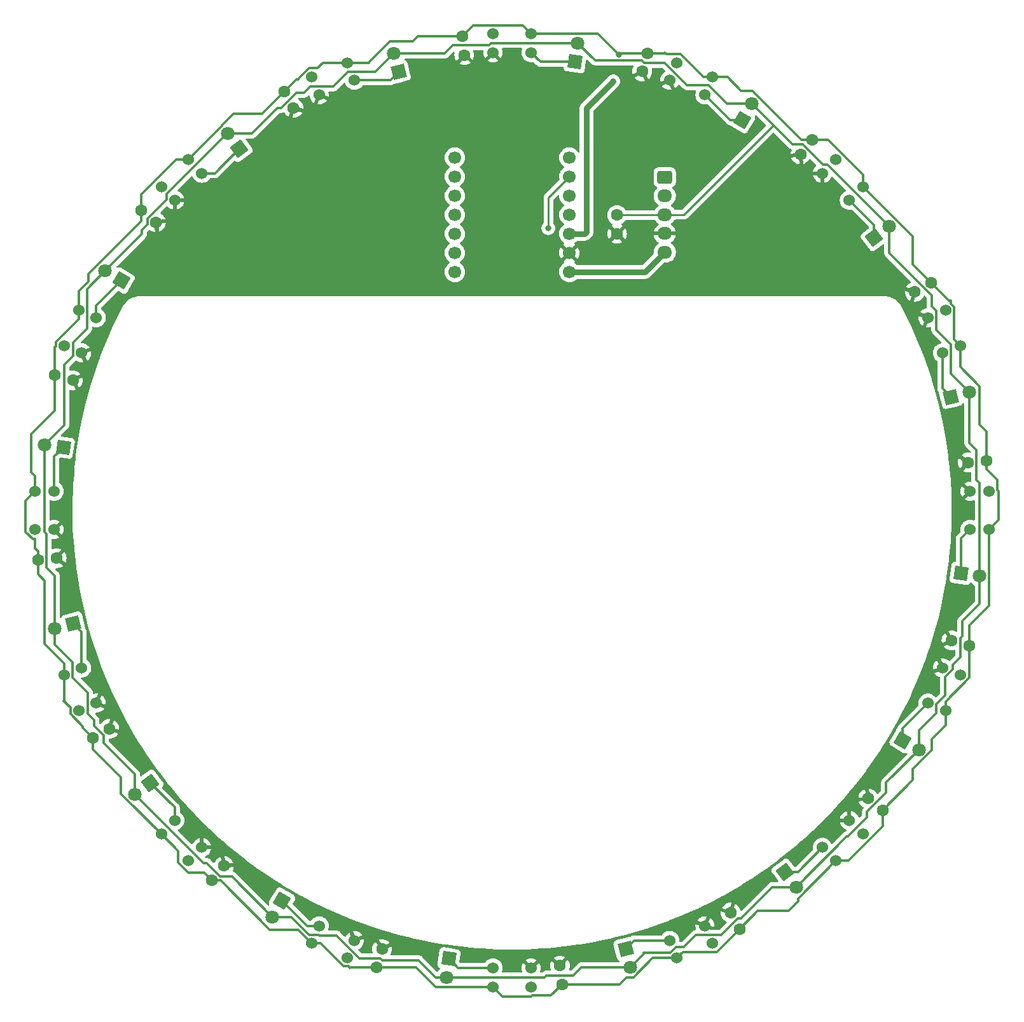
<source format=gbr>
%TF.GenerationSoftware,KiCad,Pcbnew,(6.0.11)*%
%TF.CreationDate,2023-10-13T17:08:53+09:00*%
%TF.ProjectId,engel_line_board,656e6765-6c5f-46c6-996e-655f626f6172,rev?*%
%TF.SameCoordinates,Original*%
%TF.FileFunction,Copper,L1,Top*%
%TF.FilePolarity,Positive*%
%FSLAX46Y46*%
G04 Gerber Fmt 4.6, Leading zero omitted, Abs format (unit mm)*
G04 Created by KiCad (PCBNEW (6.0.11)) date 2023-10-13 17:08:53*
%MOMM*%
%LPD*%
G01*
G04 APERTURE LIST*
G04 Aperture macros list*
%AMRoundRect*
0 Rectangle with rounded corners*
0 $1 Rounding radius*
0 $2 $3 $4 $5 $6 $7 $8 $9 X,Y pos of 4 corners*
0 Add a 4 corners polygon primitive as box body*
4,1,4,$2,$3,$4,$5,$6,$7,$8,$9,$2,$3,0*
0 Add four circle primitives for the rounded corners*
1,1,$1+$1,$2,$3*
1,1,$1+$1,$4,$5*
1,1,$1+$1,$6,$7*
1,1,$1+$1,$8,$9*
0 Add four rect primitives between the rounded corners*
20,1,$1+$1,$2,$3,$4,$5,0*
20,1,$1+$1,$4,$5,$6,$7,0*
20,1,$1+$1,$6,$7,$8,$9,0*
20,1,$1+$1,$8,$9,$2,$3,0*%
%AMRotRect*
0 Rectangle, with rotation*
0 The origin of the aperture is its center*
0 $1 length*
0 $2 width*
0 $3 Rotation angle, in degrees counterclockwise*
0 Add horizontal line*
21,1,$1,$2,0,0,$3*%
G04 Aperture macros list end*
%TA.AperFunction,ComponentPad*%
%ADD10RotRect,1.800000X1.800000X14.500000*%
%TD*%
%TA.AperFunction,ComponentPad*%
%ADD11C,1.800000*%
%TD*%
%TA.AperFunction,ComponentPad*%
%ADD12C,1.524000*%
%TD*%
%TA.AperFunction,ComponentPad*%
%ADD13RotRect,1.800000X1.800000X127.000000*%
%TD*%
%TA.AperFunction,ComponentPad*%
%ADD14C,1.600000*%
%TD*%
%TA.AperFunction,ComponentPad*%
%ADD15RotRect,1.800000X1.800000X37.000000*%
%TD*%
%TA.AperFunction,ComponentPad*%
%ADD16RotRect,1.800000X1.800000X82.000000*%
%TD*%
%TA.AperFunction,ComponentPad*%
%ADD17RotRect,1.800000X1.800000X172.000000*%
%TD*%
%TA.AperFunction,ComponentPad*%
%ADD18RotRect,1.800000X1.800000X262.000000*%
%TD*%
%TA.AperFunction,ComponentPad*%
%ADD19RotRect,1.800000X1.800000X307.000000*%
%TD*%
%TA.AperFunction,ComponentPad*%
%ADD20RotRect,1.800000X1.800000X239.500000*%
%TD*%
%TA.AperFunction,ComponentPad*%
%ADD21RotRect,1.800000X1.800000X59.500000*%
%TD*%
%TA.AperFunction,ComponentPad*%
%ADD22RotRect,1.800000X1.800000X352.000000*%
%TD*%
%TA.AperFunction,ComponentPad*%
%ADD23RotRect,1.800000X1.800000X104.500000*%
%TD*%
%TA.AperFunction,ComponentPad*%
%ADD24RotRect,1.800000X1.800000X194.500000*%
%TD*%
%TA.AperFunction,ComponentPad*%
%ADD25RotRect,1.800000X1.800000X329.500000*%
%TD*%
%TA.AperFunction,ComponentPad*%
%ADD26RotRect,1.800000X1.800000X217.000000*%
%TD*%
%TA.AperFunction,ComponentPad*%
%ADD27RotRect,1.800000X1.800000X284.500000*%
%TD*%
%TA.AperFunction,ComponentPad*%
%ADD28RotRect,1.800000X1.800000X149.500000*%
%TD*%
%TA.AperFunction,ComponentPad*%
%ADD29RoundRect,0.250000X-0.725000X0.600000X-0.725000X-0.600000X0.725000X-0.600000X0.725000X0.600000X0*%
%TD*%
%TA.AperFunction,ComponentPad*%
%ADD30O,1.950000X1.700000*%
%TD*%
%TA.AperFunction,ComponentPad*%
%ADD31C,1.700000*%
%TD*%
%TA.AperFunction,ViaPad*%
%ADD32C,0.800000*%
%TD*%
%TA.AperFunction,Conductor*%
%ADD33C,0.300000*%
%TD*%
%TA.AperFunction,Conductor*%
%ADD34C,0.800000*%
%TD*%
%TA.AperFunction,Conductor*%
%ADD35C,0.250000*%
%TD*%
G04 APERTURE END LIST*
D10*
%TO.P,D4,1,K*%
%TO.N,Net-(D4-Pad1)*%
X213343506Y-81475826D03*
D11*
%TO.P,D4,2,A*%
%TO.N,R-Trim*%
X215802601Y-80839861D03*
%TD*%
D12*
%TO.P,U11,1,K(-)*%
%TO.N,Net-(D11-Pad1)*%
X110037305Y-137890592D03*
%TO.P,U11,2,VCC*%
%TO.N,+3.3V*%
X108241254Y-139686643D03*
%TO.P,U11,3,VOUT*%
%TO.N,D5*%
X111833357Y-143278746D03*
%TO.P,U11,4,GND*%
%TO.N,GND*%
X113629408Y-141482695D03*
%TD*%
D13*
%TO.P,D15,1,K*%
%TO.N,Net-(D15-Pad1)*%
X118638518Y-48406306D03*
D11*
%TO.P,D15,2,A*%
%TO.N,R-Trim*%
X117109908Y-46377772D03*
%TD*%
D14*
%TO.P,C7,1*%
%TO.N,+3.3V*%
X204274780Y-136530517D03*
%TO.P,C7,2*%
%TO.N,GND*%
X202331915Y-134957216D03*
%TD*%
D12*
%TO.P,U13,1,K(-)*%
%TO.N,Net-(D13-Pad1)*%
X93978000Y-94040000D03*
%TO.P,U13,2,VCC*%
%TO.N,+3.3V*%
X91438000Y-94040000D03*
%TO.P,U13,3,VOUT*%
%TO.N,D6*%
X91438000Y-99120000D03*
%TO.P,U13,4,GND*%
%TO.N,GND*%
X93978000Y-99120000D03*
%TD*%
D15*
%TO.P,D3,1,K*%
%TO.N,Net-(D3-Pad1)*%
X203115291Y-60277314D03*
D11*
%TO.P,D3,2,A*%
%TO.N,R-Trim*%
X205143825Y-58748704D03*
%TD*%
D16*
%TO.P,D1,1,K*%
%TO.N,Net-(D1-Pad1)*%
X163335200Y-36845050D03*
D11*
%TO.P,D1,2,A*%
%TO.N,R-Trim*%
X163688700Y-34329769D03*
%TD*%
D12*
%TO.P,U5,1,K(-)*%
%TO.N,Net-(D5-Pad1)*%
X215902000Y-99120000D03*
%TO.P,U5,2,VCC*%
%TO.N,+3.3V*%
X218442000Y-99120000D03*
%TO.P,U5,3,VOUT*%
%TO.N,D2*%
X218442000Y-94040000D03*
%TO.P,U5,4,GND*%
%TO.N,GND*%
X215902000Y-94040000D03*
%TD*%
D17*
%TO.P,D13,1,K*%
%TO.N,Net-(D13-Pad1)*%
X95202079Y-88184383D03*
D11*
%TO.P,D13,2,A*%
%TO.N,R-Trim*%
X92686798Y-87830883D03*
%TD*%
D12*
%TO.P,U6,1,K(-)*%
%TO.N,Net-(D6-Pad1)*%
X210289528Y-122255801D03*
%TO.P,U6,2,VCC*%
%TO.N,+3.3V*%
X212636182Y-123227817D03*
%TO.P,U6,3,VOUT*%
%TO.N,D2*%
X214580214Y-118534509D03*
%TO.P,U6,4,GND*%
%TO.N,GND*%
X212233560Y-117562493D03*
%TD*%
D14*
%TO.P,C2,1*%
%TO.N,+3.3V*%
X172969862Y-35712206D03*
%TO.P,C2,2*%
%TO.N,GND*%
X172259824Y-38109255D03*
%TD*%
%TO.P,C5,1*%
%TO.N,+3.3V*%
X218094129Y-89942234D03*
%TO.P,C5,2*%
%TO.N,GND*%
X215607824Y-90203555D03*
%TD*%
D12*
%TO.P,U10,1,K(-)*%
%TO.N,Net-(D10-Pad1)*%
X129264199Y-151929528D03*
%TO.P,U10,2,VCC*%
%TO.N,+3.3V*%
X128292183Y-154276182D03*
%TO.P,U10,3,VOUT*%
%TO.N,D4*%
X132985491Y-156220214D03*
%TO.P,U10,4,GND*%
%TO.N,GND*%
X133957507Y-153873560D03*
%TD*%
D14*
%TO.P,C16,1*%
%TO.N,+3.3V*%
X124639464Y-40773356D03*
%TO.P,C16,2*%
%TO.N,GND*%
X125832361Y-42970399D03*
%TD*%
D18*
%TO.P,D9,1,K*%
%TO.N,Net-(D9-Pad1)*%
X146544800Y-156314950D03*
D11*
%TO.P,D9,2,A*%
%TO.N,R-Trim*%
X146191300Y-158830231D03*
%TD*%
D12*
%TO.P,U8,1,K(-)*%
%TO.N,Net-(D8-Pad1)*%
X175922493Y-153873560D03*
%TO.P,U8,2,VCC*%
%TO.N,+3.3V*%
X176894509Y-156220214D03*
%TO.P,U8,3,VOUT*%
%TO.N,D3*%
X181587817Y-154276182D03*
%TO.P,U8,4,GND*%
%TO.N,GND*%
X180615801Y-151929528D03*
%TD*%
%TO.P,U7,1,K(-)*%
%TO.N,Net-(D7-Pad1)*%
X196250592Y-141482695D03*
%TO.P,U7,2,VCC*%
%TO.N,+3.3V*%
X198046643Y-143278746D03*
%TO.P,U7,3,VOUT*%
%TO.N,D3*%
X201638746Y-139686643D03*
%TO.P,U7,4,GND*%
%TO.N,GND*%
X199842695Y-137890592D03*
%TD*%
%TO.P,U2,1,K(-)*%
%TO.N,Net-(D2-Pad1)*%
X180615801Y-41230472D03*
%TO.P,U2,2,VCC*%
%TO.N,+3.3V*%
X181587817Y-38883818D03*
%TO.P,U2,3,VOUT*%
%TO.N,D0*%
X176894509Y-36939786D03*
%TO.P,U2,4,GND*%
%TO.N,GND*%
X175922493Y-39286440D03*
%TD*%
D14*
%TO.P,C8,1*%
%TO.N,+3.3V*%
X185221449Y-152351492D03*
%TO.P,C8,2*%
%TO.N,GND*%
X184028552Y-150154449D03*
%TD*%
D12*
%TO.P,U12,1,K(-)*%
%TO.N,Net-(D12-Pad1)*%
X97646440Y-117562493D03*
%TO.P,U12,2,VCC*%
%TO.N,+3.3V*%
X95299786Y-118534509D03*
%TO.P,U12,3,VOUT*%
%TO.N,D5*%
X97243818Y-123227817D03*
%TO.P,U12,4,GND*%
%TO.N,GND*%
X99590472Y-122255801D03*
%TD*%
%TO.P,U3,1,K(-)*%
%TO.N,Net-(D3-Pad1)*%
X199842695Y-55269408D03*
%TO.P,U3,2,VCC*%
%TO.N,+3.3V*%
X201638746Y-53473357D03*
%TO.P,U3,3,VOUT*%
%TO.N,D1*%
X198046643Y-49881254D03*
%TO.P,U3,4,GND*%
%TO.N,GND*%
X196250592Y-51677305D03*
%TD*%
%TO.P,U9,1,K(-)*%
%TO.N,Net-(D9-Pad1)*%
X152400000Y-157542000D03*
%TO.P,U9,2,VCC*%
%TO.N,+3.3V*%
X152400000Y-160082000D03*
%TO.P,U9,3,VOUT*%
%TO.N,D4*%
X157480000Y-160082000D03*
%TO.P,U9,4,GND*%
%TO.N,GND*%
X157480000Y-157542000D03*
%TD*%
D19*
%TO.P,D7,1,K*%
%TO.N,Net-(D7-Pad1)*%
X191224631Y-144731332D03*
D11*
%TO.P,D7,2,A*%
%TO.N,R-Trim*%
X192753241Y-146759866D03*
%TD*%
D14*
%TO.P,C11,1*%
%TO.N,+3.3V*%
X115002069Y-145899237D03*
%TO.P,C11,2*%
%TO.N,GND*%
X116575370Y-143956372D03*
%TD*%
D20*
%TO.P,D10,1,K*%
%TO.N,Net-(D10-Pad1)*%
X124322748Y-148557779D03*
D11*
%TO.P,D10,2,A*%
%TO.N,R-Trim*%
X123033601Y-150746317D03*
%TD*%
D14*
%TO.P,C10,1*%
%TO.N,+3.3V*%
X136915818Y-157428618D03*
%TO.P,C10,2*%
%TO.N,GND*%
X137625856Y-155031569D03*
%TD*%
D12*
%TO.P,U4,1,K(-)*%
%TO.N,Net-(D4-Pad1)*%
X212233560Y-75597507D03*
%TO.P,U4,2,VCC*%
%TO.N,+3.3V*%
X214580214Y-74625491D03*
%TO.P,U4,3,VOUT*%
%TO.N,D1*%
X212636182Y-69932183D03*
%TO.P,U4,4,GND*%
%TO.N,GND*%
X210289528Y-70904199D03*
%TD*%
D14*
%TO.P,C9,1*%
%TO.N,+3.3V*%
X161577766Y-159734129D03*
%TO.P,C9,2*%
%TO.N,GND*%
X161316445Y-157247824D03*
%TD*%
D12*
%TO.P,U14,1,K(-)*%
%TO.N,Net-(D14-Pad1)*%
X99590472Y-70904199D03*
%TO.P,U14,2,VCC*%
%TO.N,+3.3V*%
X97243818Y-69932183D03*
%TO.P,U14,3,VOUT*%
%TO.N,D6*%
X95299786Y-74625491D03*
%TO.P,U14,4,GND*%
%TO.N,GND*%
X97646440Y-75597507D03*
%TD*%
D14*
%TO.P,C1,1*%
%TO.N,+3.3V*%
X148304324Y-33445761D03*
%TO.P,C1,2*%
%TO.N,GND*%
X148565645Y-35932066D03*
%TD*%
D21*
%TO.P,D2,1,K*%
%TO.N,Net-(D2-Pad1)*%
X185555729Y-44604806D03*
D11*
%TO.P,D2,2,A*%
%TO.N,R-Trim*%
X186844876Y-42416268D03*
%TD*%
D14*
%TO.P,C12,1*%
%TO.N,+3.3V*%
X99133356Y-126880536D03*
%TO.P,C12,2*%
%TO.N,GND*%
X101330399Y-125687639D03*
%TD*%
D22*
%TO.P,D5,1,K*%
%TO.N,Net-(D5-Pad1)*%
X214677921Y-104975617D03*
D11*
%TO.P,D5,2,A*%
%TO.N,R-Trim*%
X217193202Y-105329117D03*
%TD*%
D23*
%TO.P,D16,1,K*%
%TO.N,Net-(D16-Pad1)*%
X139836577Y-38179398D03*
D11*
%TO.P,D16,2,A*%
%TO.N,R-Trim*%
X139200612Y-35720303D03*
%TD*%
D14*
%TO.P,C3,1*%
%TO.N,+3.3V*%
X194903103Y-47229677D03*
%TO.P,C3,2*%
%TO.N,GND*%
X193329802Y-49172542D03*
%TD*%
D12*
%TO.P,U15,1,K(-)*%
%TO.N,Net-(D15-Pad1)*%
X113629408Y-51677305D03*
%TO.P,U15,2,VCC*%
%TO.N,+3.3V*%
X111833357Y-49881254D03*
%TO.P,U15,3,VOUT*%
%TO.N,D7*%
X108241254Y-53473357D03*
%TO.P,U15,4,GND*%
%TO.N,GND*%
X110037305Y-55269408D03*
%TD*%
D24*
%TO.P,D12,1,K*%
%TO.N,Net-(D12-Pad1)*%
X96539398Y-111683423D03*
D11*
%TO.P,D12,2,A*%
%TO.N,R-Trim*%
X94080303Y-112319388D03*
%TD*%
D14*
%TO.P,C6,1*%
%TO.N,+3.3V*%
X215826971Y-114615542D03*
%TO.P,C6,2*%
%TO.N,GND*%
X213429922Y-113905504D03*
%TD*%
%TO.P,C13,1*%
%TO.N,+3.3V*%
X91825651Y-103213585D03*
%TO.P,C13,2*%
%TO.N,GND*%
X94311956Y-102952264D03*
%TD*%
%TO.P,C15,1*%
%TO.N,+3.3V*%
X105589677Y-56616897D03*
%TO.P,C15,2*%
%TO.N,GND*%
X107532542Y-58190198D03*
%TD*%
D12*
%TO.P,U1,1,K(-)*%
%TO.N,Net-(D1-Pad1)*%
X157480000Y-35618000D03*
%TO.P,U1,2,VCC*%
%TO.N,+3.3V*%
X157480000Y-33078000D03*
%TO.P,U1,3,VOUT*%
%TO.N,D0*%
X152400000Y-33078000D03*
%TO.P,U1,4,GND*%
%TO.N,GND*%
X152400000Y-35618000D03*
%TD*%
D14*
%TO.P,C14,1*%
%TO.N,+3.3V*%
X94072206Y-78550138D03*
%TO.P,C14,2*%
%TO.N,GND*%
X96469255Y-79260176D03*
%TD*%
D25*
%TO.P,D6,1,K*%
%TO.N,Net-(D6-Pad1)*%
X206915194Y-127195729D03*
D11*
%TO.P,D6,2,A*%
%TO.N,R-Trim*%
X209103732Y-128484876D03*
%TD*%
D14*
%TO.P,C4,1*%
%TO.N,+3.3V*%
X210746644Y-66279464D03*
%TO.P,C4,2*%
%TO.N,GND*%
X208549601Y-67472361D03*
%TD*%
D26*
%TO.P,D11,1,K*%
%TO.N,Net-(D11-Pad1)*%
X106764709Y-132882686D03*
D11*
%TO.P,D11,2,A*%
%TO.N,R-Trim*%
X104736175Y-134411296D03*
%TD*%
D12*
%TO.P,U16,1,K(-)*%
%TO.N,Net-(D16-Pad1)*%
X133957507Y-39286440D03*
%TO.P,U16,2,VCC*%
%TO.N,+3.3V*%
X132985491Y-36939786D03*
%TO.P,U16,3,VOUT*%
%TO.N,D7*%
X128292183Y-38883818D03*
%TO.P,U16,4,GND*%
%TO.N,GND*%
X129264199Y-41230472D03*
%TD*%
D27*
%TO.P,D8,1,K*%
%TO.N,Net-(D8-Pad1)*%
X170043423Y-154980602D03*
D11*
%TO.P,D8,2,A*%
%TO.N,R-Trim*%
X170679388Y-157439697D03*
%TD*%
D28*
%TO.P,D14,1,K*%
%TO.N,Net-(D14-Pad1)*%
X102964806Y-65964271D03*
D11*
%TO.P,D14,2,A*%
%TO.N,R-Trim*%
X100776268Y-64675124D03*
%TD*%
D29*
%TO.P,J1,1,Pin_1*%
%TO.N,RX*%
X175260000Y-52210000D03*
D30*
%TO.P,J1,2,Pin_2*%
%TO.N,TX*%
X175260000Y-54710000D03*
%TO.P,J1,3,Pin_3*%
%TO.N,R-Trim*%
X175260000Y-57210000D03*
%TO.P,J1,4,Pin_4*%
%TO.N,GND*%
X175260000Y-59710000D03*
%TO.P,J1,5,Pin_5*%
%TO.N,+5V*%
X175260000Y-62210000D03*
%TD*%
D31*
%TO.P,U17,1,PA02_A0_D0*%
%TO.N,D0*%
X147320000Y-64830000D03*
%TO.P,U17,2,PA4_A1_D1*%
%TO.N,D1*%
X147320000Y-62290000D03*
%TO.P,U17,3,PA10_A2_D2*%
%TO.N,D2*%
X147320000Y-59750000D03*
%TO.P,U17,4,PA11_A3_D3*%
%TO.N,D3*%
X147320000Y-57210000D03*
%TO.P,U17,5,PA8_A4_D4_SDA*%
%TO.N,D4*%
X147320000Y-54670000D03*
%TO.P,U17,6,PA9_A5_D5_SCL*%
%TO.N,D5*%
X147320000Y-52130000D03*
%TO.P,U17,7,PB08_A6_D6_TX*%
%TO.N,TX*%
X147320000Y-49590000D03*
%TO.P,U17,8,PB09_A7_D7_RX*%
%TO.N,RX*%
X162560000Y-49590000D03*
%TO.P,U17,9,PA7_A8_D8_SCK*%
%TO.N,D6*%
X162560000Y-52130000D03*
%TO.P,U17,10,PA5_A9_D9_MISO*%
%TO.N,D7*%
X162560000Y-54670000D03*
%TO.P,U17,11,PA6_A10_D10_MOSI*%
%TO.N,unconnected-(U17-Pad11)*%
X162560000Y-57210000D03*
%TO.P,U17,12,3V3*%
%TO.N,+3.3V*%
X162560000Y-59750000D03*
%TO.P,U17,13,GND*%
%TO.N,GND*%
X162560000Y-62290000D03*
%TO.P,U17,14,5V*%
%TO.N,+5V*%
X162560000Y-64830000D03*
%TD*%
D14*
%TO.P,C17,1*%
%TO.N,GND*%
X168910000Y-59750000D03*
%TO.P,C17,2*%
%TO.N,R-Trim*%
X168910000Y-57250000D03*
%TD*%
D32*
%TO.N,+3.3V*%
X168402000Y-39430000D03*
X169164000Y-35874000D03*
%TO.N,GND*%
X101854000Y-70418000D03*
X194056000Y-58480000D03*
X139700000Y-66100000D03*
X96520000Y-108264000D03*
X141224000Y-154492000D03*
X187198000Y-146364000D03*
X184658000Y-47304000D03*
X148590000Y-42986000D03*
X214376000Y-83372000D03*
X105664000Y-66100000D03*
X101854000Y-123250000D03*
X215646000Y-92008000D03*
X99060000Y-115630000D03*
X173228000Y-58734000D03*
X105918000Y-62290000D03*
X167640000Y-42732000D03*
X179832000Y-49590000D03*
X130556000Y-43240000D03*
X142748000Y-36890000D03*
X187706000Y-50098000D03*
X174244000Y-152460000D03*
X144018000Y-64576000D03*
X195072000Y-53146000D03*
X113538000Y-138998000D03*
X200914000Y-136458000D03*
X215900000Y-96580000D03*
X198120000Y-139506000D03*
X166624000Y-37906000D03*
X122174000Y-48574000D03*
X114046000Y-55940000D03*
X98552000Y-77784000D03*
X149606000Y-37652000D03*
X154940000Y-67370000D03*
X172212000Y-63306000D03*
X172974000Y-54670000D03*
X122428000Y-66100000D03*
X130556000Y-56448000D03*
X154178000Y-155762000D03*
X96774000Y-82610000D03*
X203200000Y-67370000D03*
X205740000Y-129600000D03*
X138430000Y-59242000D03*
X188214000Y-58480000D03*
X138938000Y-42224000D03*
X154940000Y-36890000D03*
X177292000Y-67116000D03*
X131826000Y-151190000D03*
X95504000Y-91754000D03*
X170434000Y-40192000D03*
X130302000Y-48574000D03*
X178308000Y-42732000D03*
X145542000Y-41462000D03*
X166370000Y-53400000D03*
X179324000Y-150428000D03*
X162814000Y-42478000D03*
X189738000Y-67116000D03*
X95758000Y-100136000D03*
X189738000Y-47812000D03*
X164592000Y-62544000D03*
X104394000Y-128330000D03*
X122936000Y-56448000D03*
X121412000Y-145856000D03*
X166878000Y-154492000D03*
X160528000Y-61020000D03*
X213360000Y-111820000D03*
%TO.N,D6*%
X159766000Y-58988000D03*
%TD*%
D33*
%TO.N,+3.3V*%
X175260000Y-35620000D02*
X175467786Y-35827786D01*
X102616000Y-61020000D02*
X105589677Y-58046323D01*
X169002206Y-35712206D02*
X172969862Y-35712206D01*
X96131818Y-122830593D02*
X95271720Y-121970495D01*
X90170000Y-99424606D02*
X90170000Y-95308000D01*
X127951395Y-37652000D02*
X129032000Y-37652000D01*
X138684000Y-34096000D02*
X141732000Y-34096000D01*
X115002069Y-145899237D02*
X113942832Y-144840000D01*
X177355115Y-35827786D02*
X180411147Y-38883818D01*
X156368000Y-31966000D02*
X157480000Y-33078000D01*
X126492000Y-39176000D02*
X126492000Y-39111395D01*
X97790000Y-125537180D02*
X97790000Y-125346605D01*
X180411147Y-38883818D02*
X181587817Y-38883818D01*
X135840214Y-36939786D02*
X135864600Y-36915400D01*
X160117895Y-161194000D02*
X157636000Y-161194000D01*
X217170000Y-85150000D02*
X218094129Y-86074129D01*
D34*
X162560000Y-59750000D02*
X164592000Y-59750000D01*
D33*
X99133356Y-128403356D02*
X99133356Y-126880536D01*
X215826971Y-118860358D02*
X212636182Y-122051147D01*
D34*
X164846000Y-59496000D02*
X164846000Y-43748000D01*
D33*
X218443202Y-99121202D02*
X218443202Y-109276798D01*
X166368000Y-33078000D02*
X169002206Y-35712206D01*
X213360000Y-69083395D02*
X213748182Y-69471577D01*
X149784085Y-31966000D02*
X156368000Y-31966000D01*
X102870000Y-134312888D02*
X102870000Y-132140000D01*
X152400000Y-160082000D02*
X144782000Y-160082000D01*
X91440000Y-100390000D02*
X91135394Y-100390000D01*
X173666638Y-156220214D02*
X171076852Y-158810000D01*
X191770000Y-149920000D02*
X187652941Y-149920000D01*
X133461382Y-157428618D02*
X133350000Y-157540000D01*
X169255871Y-159734129D02*
X161577766Y-159734129D01*
X91135394Y-100390000D02*
X90170000Y-99424606D01*
X199681254Y-143278746D02*
X198046643Y-143278746D01*
X95271720Y-121970495D02*
X95299786Y-121942429D01*
X161577766Y-159734129D02*
X160117895Y-161194000D01*
X194903103Y-47229677D02*
X196967672Y-47229677D01*
X185221449Y-152351492D02*
X182184759Y-155388182D01*
X185420000Y-40700000D02*
X186896375Y-40700000D01*
X117856000Y-43748000D02*
X121664820Y-43748000D01*
X126492000Y-39111395D02*
X127951395Y-37652000D01*
X218442000Y-99120000D02*
X218443202Y-99121202D01*
X91440000Y-101660000D02*
X91440000Y-100390000D01*
X113942832Y-144840000D02*
X111822005Y-144840000D01*
X105589677Y-58046323D02*
X105589677Y-56616897D01*
X208280000Y-63812820D02*
X210746644Y-66279464D01*
X102616000Y-61067625D02*
X102616000Y-61020000D01*
X91825651Y-102045651D02*
X91440000Y-101660000D01*
X94072206Y-83279794D02*
X94072206Y-78550138D01*
X103632000Y-135074888D02*
X102870000Y-134312888D01*
X92710000Y-105978000D02*
X91825651Y-105093651D01*
X105589677Y-56616897D02*
X105589677Y-54490323D01*
X208280000Y-132525297D02*
X204274780Y-136530517D01*
X97243818Y-71108853D02*
X97243818Y-69932183D01*
X196967672Y-47229677D02*
X201638746Y-51900751D01*
X219710000Y-94040000D02*
X219710000Y-97852000D01*
X215826971Y-111893029D02*
X215826971Y-114615542D01*
X97243818Y-67408182D02*
X98552000Y-66100000D01*
X218094129Y-91073604D02*
X219554000Y-92533475D01*
X94072206Y-78550138D02*
X94072206Y-74851580D01*
X157636000Y-161194000D02*
X157480000Y-161350000D01*
X111822005Y-144840000D02*
X110490000Y-143507995D01*
X181587817Y-38883818D02*
X183603818Y-38883818D01*
X218443202Y-109276798D02*
X215826971Y-111893029D01*
X148304324Y-33445761D02*
X149784085Y-31966000D01*
X90170000Y-95308000D02*
X91438000Y-94040000D01*
X135864600Y-36915400D02*
X138684000Y-34096000D01*
X204274780Y-138685220D02*
X199681254Y-143278746D01*
X208280000Y-131076375D02*
X208280000Y-132525297D01*
X116332000Y-45272000D02*
X117856000Y-43748000D01*
X129032000Y-37652000D02*
X129744214Y-36939786D01*
X210820000Y-128536375D02*
X208280000Y-131076375D01*
X214580214Y-77480214D02*
X217170000Y-80070000D01*
X213360000Y-68640000D02*
X213360000Y-69083395D01*
X183603818Y-38883818D02*
X185420000Y-40700000D01*
X213748182Y-73793459D02*
X214580214Y-74625491D01*
X126476001Y-152460000D02*
X122703759Y-152460000D01*
X177726541Y-155388182D02*
X176894509Y-156220214D01*
X144782000Y-160082000D02*
X142128618Y-157428618D01*
X95299786Y-118534509D02*
X95299786Y-116949786D01*
X210820000Y-127060000D02*
X210820000Y-128536375D01*
X116332000Y-45382611D02*
X116332000Y-45272000D01*
D34*
X164846000Y-42986000D02*
X168402000Y-39430000D01*
D33*
X129744214Y-36939786D02*
X132985491Y-36939786D01*
X142128618Y-157428618D02*
X136915818Y-157428618D01*
X96131818Y-123688423D02*
X96131818Y-122830593D01*
X193426052Y-47229677D02*
X194903103Y-47229677D01*
X94072206Y-74851580D02*
X94187786Y-74736000D01*
X201638746Y-51900751D02*
X201638746Y-53473357D01*
X193040000Y-148285389D02*
X193040000Y-148650000D01*
X95299786Y-116949786D02*
X92710000Y-114360000D01*
X215826971Y-114615542D02*
X215826971Y-118860358D01*
X102870000Y-132140000D02*
X99133356Y-128403356D01*
X217170000Y-80070000D02*
X217170000Y-85150000D01*
X141732000Y-34096000D02*
X142382239Y-33445761D01*
X95299786Y-121942429D02*
X95299786Y-118534509D01*
X92710000Y-114360000D02*
X92710000Y-105978000D01*
X212636182Y-125243818D02*
X210820000Y-127060000D01*
X172969862Y-35712206D02*
X175167794Y-35712206D01*
X136915818Y-157428618D02*
X133461382Y-157428618D01*
X176894509Y-156220214D02*
X173666638Y-156220214D01*
X198046643Y-143278746D02*
X193040000Y-148285389D01*
D34*
X164846000Y-43748000D02*
X164846000Y-42986000D01*
D33*
X175167794Y-35712206D02*
X175260000Y-35620000D01*
X193040000Y-148650000D02*
X191770000Y-149920000D01*
X103632000Y-135077389D02*
X103632000Y-135074888D01*
X219554000Y-92533475D02*
X219554000Y-93884000D01*
X90932000Y-86420000D02*
X94072206Y-83279794D01*
X170180000Y-158810000D02*
X169255871Y-159734129D01*
X157480000Y-161350000D02*
X153668000Y-161350000D01*
X212636182Y-122051147D02*
X212636182Y-123227817D01*
X219554000Y-93884000D02*
X219710000Y-94040000D01*
D34*
X164592000Y-59750000D02*
X164846000Y-59496000D01*
D33*
X126236820Y-39176000D02*
X126492000Y-39176000D01*
X91438000Y-94040000D02*
X91438000Y-92006000D01*
X219710000Y-97852000D02*
X218442000Y-99120000D01*
X142382239Y-33445761D02*
X148304324Y-33445761D01*
X110490000Y-143507995D02*
X110490000Y-141935389D01*
X133350000Y-157540000D02*
X133142214Y-157332214D01*
X98552000Y-65131625D02*
X102616000Y-61067625D01*
X91825651Y-103213585D02*
X91825651Y-102045651D01*
X153668000Y-161350000D02*
X152400000Y-160082000D01*
X204274780Y-136530517D02*
X204274780Y-138685220D01*
X175467786Y-35827786D02*
X177355115Y-35827786D01*
X91438000Y-92006000D02*
X90932000Y-91500000D01*
X218094129Y-86074129D02*
X218094129Y-89942234D01*
X111833357Y-49881254D02*
X116332000Y-45382611D01*
X105589677Y-54490323D02*
X110198746Y-49881254D01*
X116142996Y-145899237D02*
X115002069Y-145899237D01*
X213107180Y-68640000D02*
X213360000Y-68640000D01*
X132985491Y-36939786D02*
X135840214Y-36939786D01*
X99133356Y-126880536D02*
X97790000Y-125537180D01*
X218094129Y-89942234D02*
X218094129Y-91073604D01*
X121664820Y-43748000D02*
X124639464Y-40773356D01*
X201638746Y-53473357D02*
X208280000Y-60114611D01*
X90932000Y-91500000D02*
X90932000Y-86420000D01*
X182184759Y-155388182D02*
X177726541Y-155388182D01*
X186896375Y-40700000D02*
X193426052Y-47229677D01*
X210746644Y-66279464D02*
X213107180Y-68640000D01*
X94187786Y-74164885D02*
X97243818Y-71108853D01*
X97790000Y-125346605D02*
X96131818Y-123688423D01*
X212636182Y-123227817D02*
X212636182Y-125243818D01*
X129468853Y-154276182D02*
X128292183Y-154276182D01*
X133142214Y-157332214D02*
X132524885Y-157332214D01*
X124639464Y-40773356D02*
X126236820Y-39176000D01*
X187652941Y-149920000D02*
X185221449Y-152351492D01*
X171076852Y-158810000D02*
X170180000Y-158810000D01*
X214580214Y-74625491D02*
X214580214Y-77480214D01*
X213748182Y-69471577D02*
X213748182Y-73793459D01*
X91825651Y-105093651D02*
X91825651Y-103213585D01*
X97243818Y-69932183D02*
X97243818Y-67408182D01*
X108241254Y-139686643D02*
X103632000Y-135077389D01*
X110198746Y-49881254D02*
X111833357Y-49881254D01*
X94187786Y-74736000D02*
X94187786Y-74164885D01*
X128292183Y-154276182D02*
X126476001Y-152460000D01*
X132524885Y-157332214D02*
X129468853Y-154276182D01*
X208280000Y-60114611D02*
X208280000Y-63812820D01*
X122703759Y-152460000D02*
X116142996Y-145899237D01*
X157480000Y-33078000D02*
X166368000Y-33078000D01*
X98552000Y-66100000D02*
X98552000Y-65131625D01*
X110490000Y-141935389D02*
X108241254Y-139686643D01*
%TO.N,R-Trim*%
X216757824Y-92532782D02*
X217193202Y-92968160D01*
X99314000Y-124520000D02*
X98478472Y-123684472D01*
X196960426Y-50565305D02*
X205143825Y-58748704D01*
X92710000Y-97088000D02*
X92686798Y-97064798D01*
X137668000Y-156524000D02*
X137422618Y-156278618D01*
X131572000Y-153222000D02*
X129286000Y-153222000D01*
X176022000Y-155508000D02*
X172466000Y-155508000D01*
X210820000Y-69402000D02*
X211401528Y-69983528D01*
X213360000Y-74482000D02*
X213360000Y-78397260D01*
X196348911Y-50565305D02*
X196960426Y-50565305D01*
X146211531Y-158810000D02*
X146191300Y-158830231D01*
X209103732Y-128484876D02*
X209103732Y-125875324D01*
X214884000Y-111312000D02*
X217193202Y-109002798D01*
X214630000Y-116138000D02*
X214630000Y-113598000D01*
X209103732Y-125875324D02*
X211401528Y-123577528D01*
X204724000Y-134191477D02*
X202184000Y-136731477D01*
X127958182Y-153164182D02*
X125540317Y-150746317D01*
X104736175Y-134411296D02*
X104736175Y-131720175D01*
X94080303Y-105316303D02*
X92975651Y-104211651D01*
X213614000Y-117754659D02*
X213614000Y-117154000D01*
X100776268Y-64675124D02*
X105664000Y-59787392D01*
X92686798Y-87830883D02*
X95319255Y-85198426D01*
X217193202Y-92968160D02*
X217193202Y-105329117D01*
X170679388Y-157439697D02*
X164184303Y-157439697D01*
X172466000Y-155653085D02*
X170679388Y-157439697D01*
X113894879Y-143570000D02*
X104736175Y-134411296D01*
X96411786Y-118823786D02*
X96411786Y-116791786D01*
X92686798Y-97064798D02*
X92686798Y-87830883D01*
X126222414Y-40954000D02*
X127254000Y-40954000D01*
X214630000Y-113598000D02*
X214884000Y-113344000D01*
X92710000Y-99424606D02*
X92710000Y-97088000D01*
X185420000Y-150936000D02*
X185010595Y-150936000D01*
X120306228Y-46377772D02*
X123698000Y-42986000D01*
X185010595Y-150936000D02*
X182782413Y-153164182D01*
X105664000Y-59787392D02*
X105664000Y-59242000D01*
X153436231Y-34329769D02*
X163688700Y-34329769D01*
X199644000Y-140014000D02*
X199499107Y-140014000D01*
X99314000Y-125297586D02*
X99314000Y-124520000D01*
X106382542Y-58523458D02*
X106382542Y-57713852D01*
X186844876Y-42416268D02*
X189719304Y-45290696D01*
X212598000Y-121218000D02*
X212598000Y-118770659D01*
X178233801Y-39938000D02*
X181102000Y-39938000D01*
X172466000Y-155508000D02*
X172466000Y-155653085D01*
X172212000Y-36636000D02*
X172535255Y-36959255D01*
X164184303Y-157439697D02*
X163068000Y-158556000D01*
D35*
X175220000Y-57250000D02*
X175260000Y-57210000D01*
D33*
X129228182Y-153164182D02*
X127958182Y-153164182D01*
X199499107Y-140014000D02*
X192753241Y-146759866D01*
X181102000Y-39938000D02*
X183580268Y-42416268D01*
X177800000Y-154746000D02*
X176784000Y-154746000D01*
X163688700Y-34329769D02*
X165994931Y-36636000D01*
D35*
X175260000Y-57210000D02*
X177800000Y-57210000D01*
D33*
X108925305Y-54456695D02*
X117004228Y-46377772D01*
X94080303Y-114460303D02*
X94080303Y-112319388D01*
X175255056Y-36959255D02*
X178233801Y-39938000D01*
X92975651Y-104211651D02*
X92975651Y-99690257D01*
X136760915Y-38160000D02*
X139200612Y-35720303D01*
X142494000Y-156524000D02*
X137668000Y-156524000D01*
X147066000Y-34604000D02*
X151892000Y-34604000D01*
X96520000Y-76006000D02*
X96520000Y-74228000D01*
X146191300Y-158830231D02*
X144800231Y-158830231D01*
X182782413Y-153164182D02*
X179381818Y-153164182D01*
X123698000Y-42986000D02*
X124190414Y-42986000D01*
X134628618Y-156278618D02*
X131572000Y-153222000D01*
X159258000Y-158810000D02*
X146211531Y-158810000D01*
X192240608Y-47812000D02*
X193595606Y-47812000D01*
X100584000Y-126567586D02*
X99314000Y-125297586D01*
X98478472Y-120890472D02*
X96411786Y-118823786D01*
X128089528Y-40118472D02*
X131137528Y-40118472D01*
X95319255Y-85198426D02*
X95319255Y-77206745D01*
X214884000Y-113344000D02*
X214884000Y-111312000D01*
X131137528Y-40118472D02*
X133096000Y-38160000D01*
X139200612Y-35720303D02*
X145949697Y-35720303D01*
X100584000Y-127568000D02*
X100584000Y-126567586D01*
X209103732Y-128484876D02*
X204724000Y-132864608D01*
X159512000Y-158556000D02*
X159258000Y-158810000D01*
X117109908Y-46377772D02*
X120306228Y-46377772D01*
X151892000Y-34604000D02*
X152146000Y-34350000D01*
X204724000Y-132864608D02*
X204724000Y-134191477D01*
X125540317Y-150746317D02*
X123033601Y-150746317D01*
X108925305Y-55171089D02*
X108925305Y-54456695D01*
X210820000Y-67979166D02*
X210820000Y-69402000D01*
X145949697Y-35720303D02*
X147066000Y-34604000D01*
X193595606Y-47812000D02*
X196348911Y-50565305D01*
X133096000Y-38160000D02*
X136760915Y-38160000D01*
X165994931Y-36636000D02*
X172212000Y-36636000D01*
X117635284Y-145348000D02*
X116078000Y-145348000D01*
X192753241Y-146759866D02*
X189596134Y-146759866D01*
X189596134Y-146759866D02*
X185420000Y-150936000D01*
X123033601Y-150746317D02*
X117635284Y-145348000D01*
X94080303Y-112319388D02*
X94080303Y-105316303D01*
X95319255Y-77206745D02*
X96520000Y-76006000D01*
X213360000Y-78397260D02*
X215802601Y-80839861D01*
X124190414Y-42986000D02*
X126222414Y-40954000D01*
X189719304Y-45290696D02*
X192240608Y-47812000D01*
X205143825Y-58748704D02*
X205143825Y-62302991D01*
X211401528Y-72523528D02*
X213360000Y-74482000D01*
X96520000Y-74228000D02*
X98355818Y-72392182D01*
X202184000Y-136731477D02*
X202184000Y-137474000D01*
X179381818Y-153164182D02*
X177800000Y-154746000D01*
X152146000Y-34350000D02*
X153416000Y-34350000D01*
X211401528Y-122414472D02*
X212598000Y-121218000D01*
X183580268Y-42416268D02*
X186844876Y-42416268D01*
X92975651Y-99690257D02*
X92710000Y-99424606D01*
X215802601Y-87592601D02*
X216757824Y-88547824D01*
X106382542Y-57713852D02*
X108925305Y-55171089D01*
X117004228Y-46377772D02*
X117109908Y-46377772D01*
X213614000Y-117154000D02*
X214630000Y-116138000D01*
X104736175Y-131720175D02*
X100584000Y-127568000D01*
D35*
X177800000Y-57210000D02*
X189719304Y-45290696D01*
D33*
X211401528Y-69983528D02*
X211401528Y-72523528D01*
X153416000Y-34350000D02*
X153436231Y-34329769D01*
X114300000Y-143570000D02*
X113894879Y-143570000D01*
X172535255Y-36959255D02*
X175255056Y-36959255D01*
X212598000Y-118770659D02*
X213614000Y-117754659D01*
X202184000Y-137474000D02*
X199644000Y-140014000D01*
X105664000Y-59242000D02*
X106382542Y-58523458D01*
X98355818Y-67095574D02*
X100776268Y-64675124D01*
X215802601Y-80839861D02*
X215802601Y-87592601D01*
X205143825Y-62302991D02*
X210820000Y-67979166D01*
X217193202Y-109002798D02*
X217193202Y-105329117D01*
X216757824Y-88547824D02*
X216757824Y-92532782D01*
X129286000Y-153222000D02*
X129228182Y-153164182D01*
X137422618Y-156278618D02*
X134628618Y-156278618D01*
X98355818Y-72392182D02*
X98355818Y-67095574D01*
X144800231Y-158830231D02*
X142494000Y-156524000D01*
X211401528Y-123577528D02*
X211401528Y-122414472D01*
X116078000Y-145348000D02*
X114300000Y-143570000D01*
X163068000Y-158556000D02*
X159512000Y-158556000D01*
X96411786Y-116791786D02*
X94080303Y-114460303D01*
X98478472Y-123684472D02*
X98478472Y-120890472D01*
D35*
X168910000Y-57250000D02*
X175220000Y-57250000D01*
D33*
X176784000Y-154746000D02*
X176022000Y-155508000D01*
X127254000Y-40954000D02*
X128089528Y-40118472D01*
%TO.N,Net-(D1-Pad1)*%
X163335200Y-36845050D02*
X158707050Y-36845050D01*
X158707050Y-36845050D02*
X157480000Y-35618000D01*
%TO.N,Net-(D2-Pad1)*%
X185555729Y-44604806D02*
X183990135Y-44604806D01*
X183990135Y-44604806D02*
X180615801Y-41230472D01*
%TO.N,Net-(D3-Pad1)*%
X203115291Y-60277314D02*
X203115291Y-58542004D01*
X203115291Y-58542004D02*
X199842695Y-55269408D01*
%TO.N,Net-(D4-Pad1)*%
X213343506Y-81475826D02*
X212233560Y-80365880D01*
X212233560Y-80365880D02*
X212233560Y-75597507D01*
%TO.N,Net-(D5-Pad1)*%
X214677921Y-100344079D02*
X215902000Y-99120000D01*
X214677921Y-104975617D02*
X214677921Y-100344079D01*
%TO.N,Net-(D6-Pad1)*%
X206915194Y-125630135D02*
X210289528Y-122255801D01*
X206915194Y-127195729D02*
X206915194Y-125630135D01*
%TO.N,Net-(D7-Pad1)*%
X193001955Y-144731332D02*
X196250592Y-141482695D01*
X191224631Y-144731332D02*
X193001955Y-144731332D01*
%TO.N,Net-(D8-Pad1)*%
X171150465Y-153873560D02*
X175922493Y-153873560D01*
X170043423Y-154980602D02*
X171150465Y-153873560D01*
%TO.N,Net-(D9-Pad1)*%
X152400000Y-157542000D02*
X147771850Y-157542000D01*
X147771850Y-157542000D02*
X146544800Y-156314950D01*
%TO.N,Net-(D10-Pad1)*%
X129264199Y-151929528D02*
X127694497Y-151929528D01*
X127694497Y-151929528D02*
X124322748Y-148557779D01*
%TO.N,Net-(D11-Pad1)*%
X110037305Y-137890592D02*
X110037305Y-136155282D01*
X110037305Y-136155282D02*
X106764709Y-132882686D01*
%TO.N,Net-(D12-Pad1)*%
X97646440Y-117562493D02*
X97646440Y-112790465D01*
X97646440Y-112790465D02*
X96539398Y-111683423D01*
%TO.N,Net-(D13-Pad1)*%
X93978000Y-89408462D02*
X95202079Y-88184383D01*
X93978000Y-94040000D02*
X93978000Y-89408462D01*
%TO.N,Net-(D14-Pad1)*%
X99590472Y-70904199D02*
X99590472Y-69338605D01*
X99590472Y-69338605D02*
X102964806Y-65964271D01*
%TO.N,Net-(D15-Pad1)*%
X115367519Y-51677305D02*
X118638518Y-48406306D01*
X113629408Y-51677305D02*
X115367519Y-51677305D01*
%TO.N,Net-(D16-Pad1)*%
X133957507Y-39286440D02*
X138729535Y-39286440D01*
X138729535Y-39286440D02*
X139836577Y-38179398D01*
D35*
%TO.N,D6*%
X159766000Y-54924000D02*
X162560000Y-52130000D01*
X159766000Y-58988000D02*
X159766000Y-54924000D01*
D34*
%TO.N,+5V*%
X172640000Y-64830000D02*
X175260000Y-62210000D01*
X162560000Y-64830000D02*
X172640000Y-64830000D01*
%TD*%
%TA.AperFunction,Conductor*%
%TO.N,GND*%
G36*
X156242147Y-35008271D02*
G01*
X156288640Y-35061927D01*
X156298744Y-35132201D01*
X156288221Y-35167518D01*
X156283885Y-35176816D01*
X156283882Y-35176825D01*
X156281560Y-35181804D01*
X156224022Y-35396537D01*
X156204647Y-35618000D01*
X156224022Y-35839463D01*
X156281560Y-36054196D01*
X156283882Y-36059177D01*
X156283883Y-36059178D01*
X156373186Y-36250689D01*
X156373189Y-36250694D01*
X156375512Y-36255676D01*
X156378668Y-36260183D01*
X156378669Y-36260185D01*
X156471162Y-36392278D01*
X156503023Y-36437781D01*
X156660219Y-36594977D01*
X156664727Y-36598134D01*
X156664730Y-36598136D01*
X156729674Y-36643610D01*
X156842323Y-36722488D01*
X156847305Y-36724811D01*
X156847310Y-36724814D01*
X157037810Y-36813645D01*
X157043804Y-36816440D01*
X157049112Y-36817862D01*
X157049114Y-36817863D01*
X157114949Y-36835503D01*
X157258537Y-36873978D01*
X157480000Y-36893353D01*
X157701463Y-36873978D01*
X157712626Y-36870987D01*
X157783602Y-36872673D01*
X157834337Y-36903597D01*
X158183395Y-37252655D01*
X158191385Y-37261435D01*
X158195634Y-37268130D01*
X158201412Y-37273556D01*
X158201413Y-37273557D01*
X158247307Y-37316654D01*
X158250149Y-37319409D01*
X158270717Y-37339977D01*
X158274220Y-37342694D01*
X158283245Y-37350402D01*
X158316917Y-37382022D01*
X158323868Y-37385843D01*
X158323869Y-37385844D01*
X158335708Y-37392353D01*
X158352232Y-37403207D01*
X158362321Y-37411032D01*
X158369182Y-37416354D01*
X158376454Y-37419501D01*
X158376456Y-37419502D01*
X158411585Y-37434704D01*
X158422245Y-37439926D01*
X158426129Y-37442061D01*
X158462713Y-37462174D01*
X158483491Y-37467509D01*
X158502181Y-37473908D01*
X158521874Y-37482430D01*
X158565646Y-37489363D01*
X158567498Y-37489656D01*
X158579121Y-37492063D01*
X158595340Y-37496227D01*
X158623862Y-37503550D01*
X158645309Y-37503550D01*
X158665019Y-37505101D01*
X158686202Y-37508456D01*
X158732191Y-37504109D01*
X158744046Y-37503550D01*
X161681082Y-37503550D01*
X161749203Y-37523552D01*
X161795696Y-37577208D01*
X161807020Y-37633505D01*
X161806736Y-37642548D01*
X161806488Y-37650448D01*
X161808205Y-37658159D01*
X161808205Y-37658163D01*
X161814264Y-37685378D01*
X161838139Y-37792626D01*
X161842471Y-37800489D01*
X161842471Y-37800490D01*
X161889983Y-37886736D01*
X161908421Y-37920205D01*
X161914781Y-37926532D01*
X161914782Y-37926533D01*
X161958363Y-37969886D01*
X162011685Y-38022930D01*
X162139631Y-38092545D01*
X162200268Y-38107888D01*
X164078082Y-38371797D01*
X164110153Y-38372805D01*
X164132701Y-38373514D01*
X164132703Y-38373514D01*
X164140598Y-38373762D01*
X164148309Y-38372045D01*
X164148313Y-38372045D01*
X164213293Y-38357579D01*
X164282776Y-38342111D01*
X164301541Y-38331774D01*
X164402497Y-38276158D01*
X164402498Y-38276158D01*
X164410355Y-38271829D01*
X164427624Y-38254470D01*
X164489610Y-38192158D01*
X164513080Y-38168565D01*
X164582695Y-38040619D01*
X164598038Y-37979982D01*
X164651682Y-37598286D01*
X164785853Y-36643610D01*
X164815141Y-36578936D01*
X164874745Y-36540363D01*
X164945741Y-36540138D01*
X164999722Y-36572051D01*
X165471276Y-37043605D01*
X165479266Y-37052385D01*
X165483515Y-37059080D01*
X165489293Y-37064506D01*
X165489294Y-37064507D01*
X165535188Y-37107604D01*
X165538030Y-37110359D01*
X165558598Y-37130927D01*
X165562101Y-37133644D01*
X165571126Y-37141352D01*
X165604798Y-37172972D01*
X165611749Y-37176793D01*
X165611750Y-37176794D01*
X165623589Y-37183303D01*
X165640113Y-37194157D01*
X165650796Y-37202443D01*
X165657063Y-37207304D01*
X165664338Y-37210452D01*
X165699467Y-37225654D01*
X165710112Y-37230869D01*
X165750594Y-37253124D01*
X165758268Y-37255094D01*
X165758275Y-37255097D01*
X165771357Y-37258455D01*
X165790065Y-37264860D01*
X165809754Y-37273380D01*
X165817580Y-37274619D01*
X165817582Y-37274620D01*
X165842090Y-37278501D01*
X165855390Y-37280608D01*
X165867001Y-37283012D01*
X165898038Y-37290981D01*
X165904066Y-37292529D01*
X165904067Y-37292529D01*
X165911743Y-37294500D01*
X165933189Y-37294500D01*
X165952899Y-37296051D01*
X165966253Y-37298166D01*
X165966254Y-37298166D01*
X165974083Y-37299406D01*
X166020072Y-37295059D01*
X166031927Y-37294500D01*
X170998752Y-37294500D01*
X171066873Y-37314502D01*
X171113366Y-37368158D01*
X171123470Y-37438432D01*
X171112947Y-37473750D01*
X171028334Y-37655202D01*
X171024588Y-37665494D01*
X170968199Y-37875943D01*
X170966296Y-37886736D01*
X170947307Y-38103780D01*
X170947307Y-38114730D01*
X170966296Y-38331774D01*
X170968199Y-38342567D01*
X171005371Y-38481298D01*
X171012711Y-38493339D01*
X171022200Y-38492204D01*
X172251114Y-37824959D01*
X172320524Y-37810033D01*
X172386985Y-37835002D01*
X172421967Y-37875568D01*
X172599744Y-38202991D01*
X173088753Y-39103633D01*
X173099134Y-39114063D01*
X173107911Y-39110959D01*
X173261740Y-38957130D01*
X173268796Y-38948722D01*
X173393755Y-38770262D01*
X173399238Y-38760766D01*
X173491314Y-38563308D01*
X173495060Y-38553016D01*
X173551449Y-38342567D01*
X173553352Y-38331774D01*
X173572341Y-38114730D01*
X173572341Y-38103780D01*
X173553352Y-37886736D01*
X173551449Y-37875943D01*
X173524768Y-37776366D01*
X173526458Y-37705389D01*
X173566252Y-37646594D01*
X173631517Y-37618646D01*
X173646475Y-37617755D01*
X174930106Y-37617755D01*
X174998227Y-37637757D01*
X175019201Y-37654660D01*
X175336411Y-37971870D01*
X175370437Y-38034182D01*
X175365372Y-38104997D01*
X175322825Y-38161833D01*
X175300567Y-38175159D01*
X175290054Y-38180061D01*
X175280563Y-38185542D01*
X175107547Y-38306688D01*
X175099140Y-38313742D01*
X174949795Y-38463087D01*
X174942741Y-38471494D01*
X174821595Y-38644510D01*
X174816117Y-38653996D01*
X174726848Y-38845433D01*
X174723102Y-38855725D01*
X174668434Y-39059749D01*
X174666531Y-39070544D01*
X174648121Y-39280965D01*
X174648121Y-39291915D01*
X174666531Y-39502345D01*
X174668231Y-39511984D01*
X174675516Y-39523936D01*
X174689118Y-39522392D01*
X175590626Y-39148976D01*
X175943548Y-39002791D01*
X176014138Y-38995202D01*
X176077625Y-39026981D01*
X176108175Y-39070982D01*
X176626484Y-40322292D01*
X176635333Y-40333273D01*
X176645254Y-40330740D01*
X176737439Y-40266192D01*
X176745846Y-40259138D01*
X176895191Y-40109793D01*
X176902245Y-40101386D01*
X177023391Y-39928370D01*
X177028872Y-39918879D01*
X177033774Y-39908366D01*
X177080691Y-39855081D01*
X177148969Y-39835621D01*
X177216928Y-39856163D01*
X177237063Y-39872522D01*
X177710146Y-40345605D01*
X177718136Y-40354385D01*
X177722385Y-40361080D01*
X177728163Y-40366506D01*
X177728164Y-40366507D01*
X177774058Y-40409604D01*
X177776900Y-40412359D01*
X177797468Y-40432927D01*
X177800971Y-40435644D01*
X177809996Y-40443352D01*
X177843668Y-40474972D01*
X177850619Y-40478793D01*
X177850620Y-40478794D01*
X177862459Y-40485303D01*
X177878983Y-40496157D01*
X177889072Y-40503982D01*
X177895933Y-40509304D01*
X177903205Y-40512451D01*
X177903207Y-40512452D01*
X177938336Y-40527654D01*
X177948996Y-40532876D01*
X177967224Y-40542897D01*
X177989464Y-40555124D01*
X178010242Y-40560459D01*
X178028932Y-40566858D01*
X178048625Y-40575380D01*
X178092397Y-40582313D01*
X178094249Y-40582606D01*
X178105872Y-40585013D01*
X178133873Y-40592202D01*
X178150613Y-40596500D01*
X178172060Y-40596500D01*
X178191770Y-40598051D01*
X178212953Y-40601406D01*
X178258942Y-40597059D01*
X178270797Y-40596500D01*
X179311805Y-40596500D01*
X179379926Y-40616502D01*
X179426419Y-40670158D01*
X179436523Y-40740432D01*
X179425999Y-40775751D01*
X179425015Y-40777863D01*
X179417361Y-40794276D01*
X179359823Y-41009009D01*
X179340448Y-41230472D01*
X179359823Y-41451935D01*
X179388541Y-41559112D01*
X179413505Y-41652276D01*
X179417361Y-41666668D01*
X179419683Y-41671649D01*
X179419684Y-41671650D01*
X179508987Y-41863161D01*
X179508990Y-41863166D01*
X179511313Y-41868148D01*
X179514469Y-41872655D01*
X179514470Y-41872657D01*
X179635439Y-42045418D01*
X179638824Y-42050253D01*
X179796020Y-42207449D01*
X179800528Y-42210606D01*
X179800531Y-42210608D01*
X179876296Y-42263659D01*
X179978124Y-42334960D01*
X179983106Y-42337283D01*
X179983111Y-42337286D01*
X180113809Y-42398231D01*
X180179605Y-42428912D01*
X180184913Y-42430334D01*
X180184915Y-42430335D01*
X180236455Y-42444145D01*
X180394338Y-42486450D01*
X180615801Y-42505825D01*
X180837264Y-42486450D01*
X180848427Y-42483459D01*
X180919403Y-42485145D01*
X180970138Y-42516069D01*
X183466480Y-45012411D01*
X183474470Y-45021191D01*
X183478719Y-45027886D01*
X183484497Y-45033312D01*
X183484498Y-45033313D01*
X183530392Y-45076410D01*
X183533234Y-45079165D01*
X183553802Y-45099733D01*
X183557305Y-45102450D01*
X183566330Y-45110158D01*
X183600002Y-45141778D01*
X183606953Y-45145599D01*
X183606954Y-45145600D01*
X183618793Y-45152109D01*
X183635317Y-45162963D01*
X183645406Y-45170788D01*
X183652267Y-45176110D01*
X183659539Y-45179257D01*
X183659541Y-45179258D01*
X183694670Y-45194460D01*
X183705330Y-45199682D01*
X183712790Y-45203783D01*
X183745798Y-45221930D01*
X183766576Y-45227265D01*
X183785266Y-45233664D01*
X183804959Y-45242186D01*
X183848731Y-45249119D01*
X183850583Y-45249412D01*
X183862206Y-45251819D01*
X183906946Y-45263306D01*
X183906621Y-45264572D01*
X183964245Y-45289703D01*
X183969165Y-45294117D01*
X183973772Y-45299816D01*
X184023921Y-45337196D01*
X184026867Y-45338931D01*
X184026868Y-45338932D01*
X184042183Y-45347953D01*
X185657801Y-46299625D01*
X185660907Y-46301028D01*
X185660914Y-46301031D01*
X185707604Y-46322112D01*
X185707606Y-46322113D01*
X185714807Y-46325364D01*
X185817217Y-46343329D01*
X185849433Y-46348981D01*
X185849434Y-46348981D01*
X185858275Y-46350532D01*
X185892703Y-46346701D01*
X185994119Y-46335415D01*
X185994122Y-46335414D01*
X186003038Y-46334422D01*
X186137461Y-46278329D01*
X186250739Y-46186763D01*
X186288119Y-46136614D01*
X187250548Y-44502734D01*
X187260742Y-44480158D01*
X187273035Y-44452931D01*
X187273036Y-44452929D01*
X187276287Y-44445728D01*
X187301455Y-44302260D01*
X187285345Y-44157497D01*
X187266364Y-44112010D01*
X187258590Y-44041442D01*
X187290202Y-43977872D01*
X187351165Y-43941484D01*
X187422123Y-43943832D01*
X187471741Y-43974393D01*
X188716627Y-45219279D01*
X188750653Y-45281591D01*
X188745588Y-45352406D01*
X188716627Y-45397469D01*
X183144068Y-50970027D01*
X177574500Y-56539595D01*
X177512188Y-56573621D01*
X177485405Y-56576500D01*
X176660596Y-56576500D01*
X176592475Y-56556498D01*
X176552877Y-56515866D01*
X176535519Y-56487260D01*
X176486623Y-56406683D01*
X176442999Y-56356411D01*
X176339023Y-56236588D01*
X176339021Y-56236586D01*
X176335523Y-56232555D01*
X176256371Y-56167654D01*
X176161373Y-56089760D01*
X176161367Y-56089756D01*
X176157245Y-56086376D01*
X176125750Y-56068448D01*
X176076445Y-56017368D01*
X176062583Y-55947738D01*
X176088566Y-55881667D01*
X176117716Y-55854427D01*
X176154777Y-55829476D01*
X176239319Y-55772559D01*
X176243365Y-55768700D01*
X176374148Y-55643938D01*
X176406135Y-55613424D01*
X176543754Y-55428458D01*
X176648240Y-55222949D01*
X176656958Y-55194875D01*
X176715024Y-55007871D01*
X176716607Y-55002773D01*
X176730450Y-54898329D01*
X176746198Y-54779511D01*
X176746198Y-54779506D01*
X176746898Y-54774226D01*
X176745312Y-54731966D01*
X176741379Y-54627223D01*
X176738249Y-54543842D01*
X176690907Y-54318209D01*
X176682545Y-54297035D01*
X176608185Y-54108744D01*
X176608184Y-54108742D01*
X176606224Y-54103779D01*
X176589874Y-54076834D01*
X176489390Y-53911243D01*
X176486623Y-53906683D01*
X176408289Y-53816411D01*
X176339023Y-53736588D01*
X176339021Y-53736586D01*
X176335523Y-53732555D01*
X176299880Y-53703330D01*
X176259886Y-53644671D01*
X176257954Y-53573701D01*
X176294698Y-53512952D01*
X176313468Y-53498752D01*
X176453120Y-53412332D01*
X176459348Y-53408478D01*
X176584305Y-53283303D01*
X176605474Y-53248961D01*
X176673275Y-53138968D01*
X176673276Y-53138966D01*
X176677115Y-53132738D01*
X176727871Y-52979712D01*
X176730632Y-52971389D01*
X176730632Y-52971387D01*
X176732797Y-52964861D01*
X176733500Y-52958006D01*
X176740251Y-52892110D01*
X176743500Y-52860400D01*
X176743500Y-51559600D01*
X176742432Y-51549305D01*
X176733238Y-51460692D01*
X176733237Y-51460688D01*
X176732526Y-51453834D01*
X176714401Y-51399505D01*
X176684105Y-51308700D01*
X176676550Y-51286054D01*
X176583478Y-51135652D01*
X176458303Y-51010695D01*
X176421597Y-50988069D01*
X176313968Y-50921725D01*
X176313966Y-50921724D01*
X176307738Y-50917885D01*
X176206569Y-50884329D01*
X176146389Y-50864368D01*
X176146387Y-50864368D01*
X176139861Y-50862203D01*
X176133025Y-50861503D01*
X176133022Y-50861502D01*
X176089969Y-50857091D01*
X176035400Y-50851500D01*
X174484600Y-50851500D01*
X174481354Y-50851837D01*
X174481350Y-50851837D01*
X174385692Y-50861762D01*
X174385688Y-50861763D01*
X174378834Y-50862474D01*
X174372298Y-50864655D01*
X174372296Y-50864655D01*
X174306406Y-50886638D01*
X174211054Y-50918450D01*
X174060652Y-51011522D01*
X173935695Y-51136697D01*
X173931855Y-51142927D01*
X173931854Y-51142928D01*
X173849574Y-51276411D01*
X173842885Y-51287262D01*
X173787203Y-51455139D01*
X173786503Y-51461975D01*
X173786502Y-51461978D01*
X173783079Y-51495392D01*
X173776500Y-51559600D01*
X173776500Y-52860400D01*
X173776837Y-52863646D01*
X173776837Y-52863650D01*
X173786627Y-52958000D01*
X173787474Y-52966166D01*
X173843450Y-53133946D01*
X173936522Y-53284348D01*
X174061697Y-53409305D01*
X174067927Y-53413145D01*
X174067928Y-53413146D01*
X174089816Y-53426638D01*
X174207340Y-53499081D01*
X174254832Y-53551852D01*
X174266256Y-53621924D01*
X174237982Y-53687048D01*
X174228195Y-53697510D01*
X174222093Y-53703331D01*
X174113865Y-53806576D01*
X174110682Y-53810854D01*
X174098152Y-53827695D01*
X173976246Y-53991542D01*
X173973830Y-53996293D01*
X173973828Y-53996297D01*
X173951562Y-54040091D01*
X173871760Y-54197051D01*
X173870178Y-54202145D01*
X173870177Y-54202148D01*
X173832258Y-54324267D01*
X173803393Y-54417227D01*
X173802692Y-54422516D01*
X173773929Y-54639537D01*
X173773102Y-54645774D01*
X173773302Y-54651103D01*
X173773302Y-54651105D01*
X173776257Y-54729814D01*
X173781751Y-54876158D01*
X173782846Y-54881377D01*
X173785376Y-54893436D01*
X173829093Y-55101791D01*
X173831051Y-55106750D01*
X173831052Y-55106752D01*
X173901295Y-55284616D01*
X173913776Y-55316221D01*
X174033377Y-55513317D01*
X174036874Y-55517347D01*
X174146724Y-55643938D01*
X174184477Y-55687445D01*
X174213415Y-55711173D01*
X174358627Y-55830240D01*
X174358633Y-55830244D01*
X174362755Y-55833624D01*
X174394250Y-55851552D01*
X174443555Y-55902632D01*
X174457417Y-55972262D01*
X174431434Y-56038333D01*
X174402284Y-56065573D01*
X174280681Y-56147441D01*
X174113865Y-56306576D01*
X173976246Y-56491542D01*
X173973830Y-56496293D01*
X173973828Y-56496297D01*
X173947742Y-56547605D01*
X173899039Y-56599263D01*
X173835425Y-56616500D01*
X170129394Y-56616500D01*
X170061273Y-56596498D01*
X170026181Y-56562771D01*
X169919357Y-56410211D01*
X169919355Y-56410208D01*
X169916198Y-56405700D01*
X169754300Y-56243802D01*
X169749792Y-56240645D01*
X169749789Y-56240643D01*
X169642783Y-56165717D01*
X169566749Y-56112477D01*
X169561767Y-56110154D01*
X169561762Y-56110151D01*
X169364225Y-56018039D01*
X169364224Y-56018039D01*
X169359243Y-56015716D01*
X169353935Y-56014294D01*
X169353933Y-56014293D01*
X169143402Y-55957881D01*
X169143400Y-55957881D01*
X169138087Y-55956457D01*
X168910000Y-55936502D01*
X168681913Y-55956457D01*
X168676600Y-55957881D01*
X168676598Y-55957881D01*
X168466067Y-56014293D01*
X168466065Y-56014294D01*
X168460757Y-56015716D01*
X168455776Y-56018039D01*
X168455775Y-56018039D01*
X168258238Y-56110151D01*
X168258233Y-56110154D01*
X168253251Y-56112477D01*
X168177217Y-56165717D01*
X168070211Y-56240643D01*
X168070208Y-56240645D01*
X168065700Y-56243802D01*
X167903802Y-56405700D01*
X167900645Y-56410208D01*
X167900643Y-56410211D01*
X167852123Y-56479505D01*
X167772477Y-56593251D01*
X167770154Y-56598233D01*
X167770151Y-56598238D01*
X167691945Y-56765954D01*
X167675716Y-56800757D01*
X167674294Y-56806065D01*
X167674293Y-56806067D01*
X167633125Y-56959707D01*
X167616457Y-57021913D01*
X167596502Y-57250000D01*
X167616457Y-57478087D01*
X167617881Y-57483400D01*
X167617881Y-57483402D01*
X167674099Y-57693207D01*
X167675716Y-57699243D01*
X167678039Y-57704224D01*
X167678039Y-57704225D01*
X167770151Y-57901762D01*
X167770154Y-57901767D01*
X167772477Y-57906749D01*
X167903802Y-58094300D01*
X168065700Y-58256198D01*
X168070208Y-58259355D01*
X168070211Y-58259357D01*
X168148198Y-58313964D01*
X168253251Y-58387523D01*
X168258235Y-58389847D01*
X168260528Y-58391171D01*
X168309521Y-58442553D01*
X168322957Y-58512267D01*
X168296571Y-58578178D01*
X168260528Y-58609409D01*
X168248998Y-58616066D01*
X168196952Y-58652509D01*
X168188576Y-58662988D01*
X168195644Y-58676434D01*
X168897188Y-59377978D01*
X168911132Y-59385592D01*
X168912965Y-59385461D01*
X168919580Y-59381210D01*
X169625077Y-58675713D01*
X169631507Y-58663938D01*
X169622211Y-58651923D01*
X169571002Y-58616066D01*
X169559472Y-58609409D01*
X169510479Y-58558027D01*
X169497042Y-58488313D01*
X169523429Y-58422402D01*
X169559472Y-58391171D01*
X169561765Y-58389847D01*
X169566749Y-58387523D01*
X169671802Y-58313964D01*
X169749789Y-58259357D01*
X169749792Y-58259355D01*
X169754300Y-58256198D01*
X169916198Y-58094300D01*
X169968931Y-58018990D01*
X170026181Y-57937229D01*
X170081638Y-57892901D01*
X170129394Y-57883500D01*
X173883677Y-57883500D01*
X173951798Y-57903502D01*
X173991395Y-57944133D01*
X174033377Y-58013317D01*
X174036874Y-58017347D01*
X174123438Y-58117103D01*
X174184477Y-58187445D01*
X174224753Y-58220469D01*
X174358627Y-58330240D01*
X174358633Y-58330244D01*
X174362755Y-58333624D01*
X174367398Y-58336267D01*
X174394735Y-58351829D01*
X174444041Y-58402912D01*
X174457902Y-58472542D01*
X174431918Y-58538613D01*
X174402768Y-58565851D01*
X174285422Y-58644852D01*
X174277130Y-58651519D01*
X174118100Y-58803228D01*
X174111059Y-58811186D01*
X173979859Y-58987525D01*
X173974255Y-58996562D01*
X173874643Y-59192484D01*
X173870643Y-59202335D01*
X173805466Y-59412240D01*
X173803183Y-59422624D01*
X173801139Y-59438043D01*
X173803335Y-59452207D01*
X173816522Y-59456000D01*
X176701192Y-59456000D01*
X176714723Y-59452027D01*
X176716248Y-59441420D01*
X176691523Y-59323579D01*
X176688463Y-59313383D01*
X176607737Y-59108971D01*
X176603006Y-59099439D01*
X176488984Y-58911538D01*
X176482720Y-58902948D01*
X176338673Y-58736948D01*
X176331042Y-58729528D01*
X176161089Y-58590174D01*
X176152326Y-58584152D01*
X176125289Y-58568762D01*
X176075982Y-58517680D01*
X176062120Y-58448049D01*
X176088103Y-58381978D01*
X176117253Y-58354739D01*
X176189975Y-58305779D01*
X176239319Y-58272559D01*
X176253159Y-58259357D01*
X176402278Y-58117103D01*
X176406135Y-58113424D01*
X176543754Y-57928458D01*
X176546170Y-57923706D01*
X176546175Y-57923698D01*
X176551922Y-57912394D01*
X176600625Y-57860737D01*
X176664238Y-57843500D01*
X177721233Y-57843500D01*
X177732416Y-57844027D01*
X177739909Y-57845702D01*
X177747835Y-57845453D01*
X177747836Y-57845453D01*
X177807986Y-57843562D01*
X177811945Y-57843500D01*
X177839856Y-57843500D01*
X177843791Y-57843003D01*
X177843856Y-57842995D01*
X177855693Y-57842062D01*
X177887951Y-57841048D01*
X177891970Y-57840922D01*
X177899889Y-57840673D01*
X177919343Y-57835021D01*
X177938700Y-57831013D01*
X177950930Y-57829468D01*
X177950931Y-57829468D01*
X177958797Y-57828474D01*
X177966168Y-57825555D01*
X177966170Y-57825555D01*
X177999912Y-57812196D01*
X178011142Y-57808351D01*
X178045983Y-57798229D01*
X178045984Y-57798229D01*
X178053593Y-57796018D01*
X178060412Y-57791985D01*
X178060417Y-57791983D01*
X178071028Y-57785707D01*
X178088776Y-57777012D01*
X178107617Y-57769552D01*
X178143387Y-57743564D01*
X178153307Y-57737048D01*
X178184535Y-57718580D01*
X178184538Y-57718578D01*
X178191362Y-57714542D01*
X178205683Y-57700221D01*
X178220717Y-57687380D01*
X178230694Y-57680131D01*
X178237107Y-57675472D01*
X178265298Y-57641395D01*
X178273288Y-57632616D01*
X183962077Y-51943827D01*
X195007206Y-51943827D01*
X195051201Y-52108020D01*
X195054947Y-52118312D01*
X195144216Y-52309749D01*
X195149694Y-52319235D01*
X195270840Y-52492251D01*
X195277894Y-52500658D01*
X195427237Y-52650001D01*
X195435645Y-52657057D01*
X195608657Y-52778201D01*
X195618153Y-52783684D01*
X195809585Y-52872950D01*
X195819877Y-52876696D01*
X195979095Y-52919358D01*
X195993191Y-52919022D01*
X195996592Y-52911080D01*
X195996592Y-51949420D01*
X195992117Y-51934181D01*
X195990727Y-51932976D01*
X195983044Y-51931305D01*
X195021966Y-51931305D01*
X195008435Y-51935278D01*
X195007206Y-51943827D01*
X183962077Y-51943827D01*
X186328588Y-49577316D01*
X192084120Y-49577316D01*
X192094566Y-49616303D01*
X192098312Y-49626595D01*
X192190388Y-49824053D01*
X192195871Y-49833549D01*
X192320830Y-50012009D01*
X192327886Y-50020417D01*
X192481927Y-50174458D01*
X192490335Y-50181514D01*
X192668795Y-50306473D01*
X192678291Y-50311956D01*
X192875749Y-50404032D01*
X192886041Y-50407778D01*
X193096488Y-50464167D01*
X193107283Y-50466070D01*
X193193269Y-50473593D01*
X193206036Y-50471027D01*
X193209256Y-50455579D01*
X193105637Y-49469716D01*
X193099595Y-49455030D01*
X193098085Y-49453976D01*
X193090271Y-49453117D01*
X192097327Y-49557480D01*
X192084571Y-49562728D01*
X192084120Y-49577316D01*
X186328588Y-49577316D01*
X189612531Y-46293373D01*
X189674843Y-46259347D01*
X189745658Y-46264412D01*
X189790721Y-46293373D01*
X191716949Y-48219600D01*
X191724939Y-48228381D01*
X191724947Y-48228390D01*
X191729192Y-48235080D01*
X191734967Y-48240503D01*
X191780882Y-48283620D01*
X191783724Y-48286375D01*
X191804275Y-48306926D01*
X191807409Y-48309357D01*
X191807771Y-48309638D01*
X191816799Y-48317348D01*
X191850475Y-48348972D01*
X191857426Y-48352793D01*
X191857427Y-48352794D01*
X191869263Y-48359301D01*
X191885792Y-48370158D01*
X191896477Y-48378447D01*
X191896479Y-48378448D01*
X191902739Y-48383304D01*
X191945152Y-48401657D01*
X191955789Y-48406868D01*
X191996271Y-48429124D01*
X192003950Y-48431096D01*
X192003951Y-48431096D01*
X192017042Y-48434457D01*
X192035744Y-48440859D01*
X192055431Y-48449379D01*
X192063049Y-48450585D01*
X192122803Y-48488748D01*
X192152480Y-48553244D01*
X192142009Y-48624781D01*
X192098312Y-48718489D01*
X192094566Y-48728781D01*
X192038177Y-48939228D01*
X192036274Y-48950023D01*
X192028751Y-49036009D01*
X192031317Y-49048776D01*
X192046765Y-49051996D01*
X193430550Y-48906554D01*
X193500389Y-48919326D01*
X193552236Y-48967828D01*
X193569031Y-49018693D01*
X193605678Y-49367361D01*
X193714740Y-50405017D01*
X193719987Y-50417773D01*
X193734576Y-50418224D01*
X193773563Y-50407778D01*
X193783855Y-50404032D01*
X193981313Y-50311956D01*
X193990809Y-50306473D01*
X194169269Y-50181514D01*
X194177677Y-50174458D01*
X194331718Y-50020417D01*
X194338774Y-50012009D01*
X194466890Y-49829040D01*
X194468167Y-49829934D01*
X194514330Y-49785918D01*
X194584043Y-49772482D01*
X194649954Y-49798868D01*
X194661161Y-49808815D01*
X195403001Y-50550654D01*
X195437026Y-50612967D01*
X195431962Y-50683782D01*
X195403001Y-50728845D01*
X195277894Y-50853952D01*
X195270840Y-50862359D01*
X195149694Y-51035375D01*
X195144216Y-51044861D01*
X195054947Y-51236298D01*
X195051201Y-51246590D01*
X195008539Y-51405808D01*
X195008875Y-51419904D01*
X195016817Y-51423305D01*
X196378592Y-51423305D01*
X196446713Y-51443307D01*
X196493206Y-51496963D01*
X196504592Y-51549305D01*
X196504592Y-52905931D01*
X196508565Y-52919462D01*
X196517114Y-52920691D01*
X196681307Y-52876696D01*
X196691599Y-52872950D01*
X196883031Y-52783684D01*
X196892527Y-52778201D01*
X197065539Y-52657057D01*
X197073947Y-52650001D01*
X197223290Y-52500658D01*
X197230344Y-52492251D01*
X197351490Y-52319235D01*
X197356968Y-52309749D01*
X197413418Y-52188692D01*
X197460336Y-52135407D01*
X197528613Y-52115946D01*
X197596573Y-52136488D01*
X197616708Y-52152847D01*
X199366777Y-53902916D01*
X199400803Y-53965228D01*
X199395738Y-54036043D01*
X199353191Y-54092879D01*
X199330935Y-54106204D01*
X199279229Y-54130315D01*
X199210006Y-54162594D01*
X199210001Y-54162597D01*
X199205019Y-54164920D01*
X199200512Y-54168076D01*
X199200510Y-54168077D01*
X199027425Y-54289272D01*
X199027422Y-54289274D01*
X199022914Y-54292431D01*
X198865718Y-54449627D01*
X198862561Y-54454135D01*
X198862559Y-54454138D01*
X198777849Y-54575117D01*
X198738207Y-54631732D01*
X198735884Y-54636714D01*
X198735881Y-54636719D01*
X198652620Y-54815273D01*
X198644255Y-54833212D01*
X198642833Y-54838520D01*
X198642832Y-54838522D01*
X198631349Y-54881377D01*
X198586717Y-55047945D01*
X198567342Y-55269408D01*
X198586717Y-55490871D01*
X198597007Y-55529273D01*
X198638309Y-55683412D01*
X198644255Y-55705604D01*
X198646577Y-55710585D01*
X198646578Y-55710586D01*
X198735881Y-55902097D01*
X198735884Y-55902102D01*
X198738207Y-55907084D01*
X198741363Y-55911591D01*
X198741364Y-55911593D01*
X198862333Y-56084354D01*
X198865718Y-56089189D01*
X199022914Y-56246385D01*
X199027422Y-56249542D01*
X199027425Y-56249544D01*
X199092997Y-56295458D01*
X199205018Y-56373896D01*
X199210000Y-56376219D01*
X199210005Y-56376222D01*
X199285411Y-56411384D01*
X199406499Y-56467848D01*
X199411807Y-56469270D01*
X199411809Y-56469271D01*
X199471432Y-56485247D01*
X199621232Y-56525386D01*
X199842695Y-56544761D01*
X200064158Y-56525386D01*
X200075321Y-56522395D01*
X200146297Y-56524081D01*
X200197032Y-56555005D01*
X202419886Y-58777859D01*
X202453912Y-58840171D01*
X202456791Y-58866954D01*
X202456791Y-58947075D01*
X202436789Y-59015196D01*
X202406621Y-59047702D01*
X202233805Y-59177928D01*
X201513143Y-59720985D01*
X201513134Y-59720993D01*
X201510421Y-59723037D01*
X201507941Y-59725366D01*
X201507935Y-59725371D01*
X201495352Y-59737188D01*
X201464826Y-59765854D01*
X201460589Y-59772518D01*
X201460587Y-59772520D01*
X201420283Y-59835907D01*
X201386671Y-59888769D01*
X201346156Y-60028678D01*
X201346307Y-60086221D01*
X201346507Y-60162425D01*
X201346538Y-60174335D01*
X201387784Y-60314031D01*
X201419812Y-60367757D01*
X201690634Y-60727150D01*
X202558962Y-61879462D01*
X202558970Y-61879471D01*
X202561014Y-61882184D01*
X202563343Y-61884664D01*
X202563348Y-61884670D01*
X202570369Y-61892146D01*
X202603831Y-61927779D01*
X202610495Y-61932016D01*
X202610497Y-61932018D01*
X202682878Y-61978041D01*
X202726746Y-62005934D01*
X202866655Y-62046449D01*
X202938946Y-62046259D01*
X203003340Y-62046091D01*
X203003343Y-62046091D01*
X203012312Y-62046067D01*
X203152008Y-62004821D01*
X203205734Y-61972793D01*
X204283496Y-61160642D01*
X204349938Y-61135620D01*
X204419359Y-61150491D01*
X204469720Y-61200534D01*
X204485325Y-61261270D01*
X204485325Y-62220935D01*
X204484766Y-62232791D01*
X204483037Y-62240528D01*
X204484096Y-62274226D01*
X204485263Y-62311360D01*
X204485325Y-62315318D01*
X204485325Y-62344423D01*
X204485881Y-62348823D01*
X204486813Y-62360655D01*
X204488263Y-62406822D01*
X204490475Y-62414435D01*
X204490475Y-62414436D01*
X204494244Y-62427407D01*
X204498255Y-62446773D01*
X204500943Y-62468055D01*
X204503859Y-62475420D01*
X204503860Y-62475424D01*
X204517951Y-62511012D01*
X204521790Y-62522222D01*
X204534680Y-62566591D01*
X204545600Y-62585056D01*
X204554291Y-62602796D01*
X204562190Y-62622747D01*
X204584422Y-62653347D01*
X204589341Y-62660117D01*
X204595858Y-62670039D01*
X204615332Y-62702968D01*
X204615335Y-62702972D01*
X204619372Y-62709798D01*
X204634536Y-62724962D01*
X204647376Y-62739995D01*
X204659984Y-62757348D01*
X204695431Y-62786672D01*
X204695577Y-62786793D01*
X204704357Y-62794783D01*
X208005746Y-66096172D01*
X208039772Y-66158484D01*
X208034707Y-66229299D01*
X207992160Y-66286135D01*
X207969900Y-66299462D01*
X207898094Y-66332945D01*
X207888594Y-66338430D01*
X207710134Y-66463389D01*
X207701726Y-66470445D01*
X207547685Y-66624486D01*
X207540629Y-66632894D01*
X207415670Y-66811354D01*
X207410188Y-66820850D01*
X207397729Y-66847567D01*
X207395630Y-66861390D01*
X207407615Y-66869180D01*
X208378201Y-67156681D01*
X208744470Y-67265175D01*
X208804105Y-67303700D01*
X208833444Y-67368351D01*
X208829495Y-67421772D01*
X208746974Y-67700359D01*
X208746974Y-67700360D01*
X208721001Y-67788041D01*
X208433862Y-68757409D01*
X208433828Y-68771513D01*
X208443813Y-68776102D01*
X208544126Y-68784878D01*
X208555076Y-68784878D01*
X208772120Y-68765889D01*
X208782913Y-68763986D01*
X208993362Y-68707597D01*
X209003654Y-68703851D01*
X209201112Y-68611775D01*
X209210608Y-68606292D01*
X209389068Y-68481333D01*
X209397476Y-68474277D01*
X209551517Y-68320236D01*
X209558573Y-68311828D01*
X209683532Y-68133368D01*
X209689017Y-68123868D01*
X209722500Y-68052062D01*
X209769417Y-67998776D01*
X209837694Y-67979315D01*
X209905654Y-67999856D01*
X209925790Y-68016216D01*
X210124595Y-68215021D01*
X210158621Y-68277333D01*
X210161500Y-68304116D01*
X210161500Y-69319944D01*
X210160941Y-69331800D01*
X210159212Y-69339537D01*
X210159461Y-69347459D01*
X210161438Y-69410369D01*
X210161500Y-69414327D01*
X210161500Y-69443432D01*
X210162056Y-69447832D01*
X210162988Y-69459664D01*
X210164438Y-69505831D01*
X210165232Y-69508565D01*
X210156423Y-69576733D01*
X210110701Y-69631047D01*
X210067990Y-69648110D01*
X210068152Y-69648716D01*
X210063050Y-69650083D01*
X210062965Y-69650117D01*
X210062843Y-69650138D01*
X209858813Y-69704808D01*
X209848521Y-69708554D01*
X209657084Y-69797823D01*
X209647598Y-69803301D01*
X209474582Y-69924447D01*
X209466175Y-69931501D01*
X209316830Y-70080846D01*
X209309776Y-70089253D01*
X209247330Y-70178435D01*
X209242823Y-70191798D01*
X209250290Y-70198805D01*
X210504986Y-70718517D01*
X210560267Y-70763065D01*
X210582688Y-70830429D01*
X210573177Y-70883144D01*
X210426992Y-71236066D01*
X210053721Y-72137222D01*
X210052187Y-72151493D01*
X210063686Y-72158408D01*
X210073623Y-72160161D01*
X210284053Y-72178571D01*
X210295003Y-72178571D01*
X210505424Y-72160161D01*
X210516216Y-72158258D01*
X210584416Y-72139984D01*
X210655393Y-72141674D01*
X210714189Y-72181468D01*
X210742137Y-72246732D01*
X210743028Y-72261691D01*
X210743028Y-72441472D01*
X210742469Y-72453328D01*
X210740740Y-72461065D01*
X210740989Y-72468987D01*
X210742966Y-72531897D01*
X210743028Y-72535855D01*
X210743028Y-72564960D01*
X210743584Y-72569360D01*
X210744516Y-72581192D01*
X210745966Y-72627359D01*
X210748178Y-72634972D01*
X210748178Y-72634973D01*
X210751947Y-72647944D01*
X210755958Y-72667310D01*
X210758646Y-72688592D01*
X210761562Y-72695957D01*
X210761563Y-72695961D01*
X210775654Y-72731549D01*
X210779493Y-72742759D01*
X210792383Y-72787128D01*
X210803303Y-72805593D01*
X210811994Y-72823333D01*
X210819893Y-72843284D01*
X210847044Y-72880654D01*
X210853561Y-72890576D01*
X210873035Y-72923505D01*
X210873038Y-72923509D01*
X210877075Y-72930335D01*
X210892239Y-72945499D01*
X210905079Y-72960532D01*
X210917687Y-72977885D01*
X210953280Y-73007330D01*
X210962060Y-73015320D01*
X212076135Y-74129395D01*
X212110161Y-74191707D01*
X212105096Y-74262522D01*
X212062549Y-74319358D01*
X212012018Y-74341235D01*
X212012097Y-74341529D01*
X212010106Y-74342062D01*
X212010103Y-74342063D01*
X211868509Y-74380004D01*
X211802674Y-74397644D01*
X211802672Y-74397645D01*
X211797364Y-74399067D01*
X211792383Y-74401389D01*
X211792382Y-74401390D01*
X211600871Y-74490693D01*
X211600866Y-74490696D01*
X211595884Y-74493019D01*
X211591377Y-74496175D01*
X211591375Y-74496176D01*
X211418290Y-74617371D01*
X211418287Y-74617373D01*
X211413779Y-74620530D01*
X211256583Y-74777726D01*
X211253426Y-74782234D01*
X211253424Y-74782237D01*
X211143228Y-74939614D01*
X211129072Y-74959831D01*
X211126749Y-74964813D01*
X211126746Y-74964818D01*
X211055544Y-75117511D01*
X211035120Y-75161311D01*
X210977582Y-75376044D01*
X210958207Y-75597507D01*
X210977582Y-75818970D01*
X210979006Y-75824283D01*
X211032988Y-76025745D01*
X211035120Y-76033703D01*
X211037442Y-76038684D01*
X211037443Y-76038685D01*
X211126746Y-76230196D01*
X211126749Y-76230201D01*
X211129072Y-76235183D01*
X211132228Y-76239690D01*
X211132229Y-76239692D01*
X211253198Y-76412453D01*
X211256583Y-76417288D01*
X211413779Y-76574484D01*
X211511680Y-76643035D01*
X211521331Y-76649793D01*
X211565659Y-76705250D01*
X211575060Y-76753006D01*
X211575060Y-80283824D01*
X211574501Y-80295680D01*
X211572772Y-80303417D01*
X211573021Y-80311339D01*
X211574998Y-80374249D01*
X211575060Y-80378207D01*
X211575060Y-80407312D01*
X211575616Y-80411712D01*
X211576548Y-80423544D01*
X211577998Y-80469711D01*
X211580210Y-80477324D01*
X211580210Y-80477325D01*
X211583979Y-80490296D01*
X211587990Y-80509662D01*
X211590678Y-80530944D01*
X211593594Y-80538309D01*
X211593595Y-80538313D01*
X211607686Y-80573901D01*
X211611525Y-80585111D01*
X211624415Y-80629480D01*
X211635335Y-80647945D01*
X211644026Y-80665685D01*
X211651925Y-80685636D01*
X211661201Y-80698403D01*
X211679076Y-80723006D01*
X211685593Y-80732928D01*
X211709107Y-80772687D01*
X211709199Y-80772779D01*
X211733879Y-80835635D01*
X211734200Y-80841556D01*
X211733447Y-80848660D01*
X211742476Y-80910553D01*
X211743330Y-80913855D01*
X212154140Y-82502336D01*
X212217264Y-82746420D01*
X212239373Y-82804930D01*
X212243907Y-82811393D01*
X212243909Y-82811397D01*
X212317868Y-82916825D01*
X212323023Y-82924173D01*
X212436778Y-83015144D01*
X212571493Y-83070533D01*
X212693284Y-83083441D01*
X212708480Y-83085052D01*
X212708481Y-83085052D01*
X212716340Y-83085885D01*
X212778233Y-83076856D01*
X214055933Y-82746420D01*
X214610810Y-82602919D01*
X214610813Y-82602918D01*
X214614100Y-82602068D01*
X214617276Y-82600868D01*
X214617282Y-82600866D01*
X214665221Y-82582751D01*
X214672610Y-82579959D01*
X214679073Y-82575425D01*
X214679077Y-82575423D01*
X214784505Y-82501464D01*
X214784506Y-82501463D01*
X214791853Y-82496309D01*
X214882824Y-82382554D01*
X214901567Y-82336968D01*
X214945970Y-82281571D01*
X215013275Y-82258974D01*
X215082112Y-82276353D01*
X215130626Y-82328188D01*
X215144101Y-82384882D01*
X215144101Y-87510545D01*
X215143542Y-87522401D01*
X215141813Y-87530138D01*
X215142062Y-87538060D01*
X215144039Y-87600970D01*
X215144101Y-87604928D01*
X215144101Y-87634033D01*
X215144657Y-87638433D01*
X215145589Y-87650265D01*
X215147039Y-87696432D01*
X215149251Y-87704045D01*
X215149251Y-87704046D01*
X215153020Y-87717017D01*
X215157031Y-87736383D01*
X215159719Y-87757665D01*
X215162635Y-87765030D01*
X215162636Y-87765034D01*
X215176727Y-87800622D01*
X215180566Y-87811832D01*
X215193456Y-87856201D01*
X215204376Y-87874666D01*
X215213067Y-87892406D01*
X215220966Y-87912357D01*
X215239074Y-87937280D01*
X215248117Y-87949727D01*
X215254634Y-87959649D01*
X215274108Y-87992578D01*
X215274111Y-87992582D01*
X215278148Y-87999408D01*
X215293312Y-88014572D01*
X215306152Y-88029605D01*
X215318760Y-88046958D01*
X215351833Y-88074318D01*
X215354348Y-88076399D01*
X215363128Y-88084388D01*
X215722734Y-88443993D01*
X215986099Y-88707358D01*
X216020124Y-88769671D01*
X216015060Y-88840486D01*
X215972513Y-88897322D01*
X215905993Y-88922133D01*
X215864394Y-88918161D01*
X215841140Y-88911930D01*
X215830343Y-88910027D01*
X215613299Y-88891038D01*
X215602349Y-88891038D01*
X215385305Y-88910027D01*
X215374512Y-88911930D01*
X215164063Y-88968319D01*
X215153771Y-88972065D01*
X214956313Y-89064141D01*
X214946817Y-89069624D01*
X214781642Y-89185281D01*
X214772837Y-89196296D01*
X214776486Y-89203514D01*
X215867146Y-90086713D01*
X215907498Y-90145127D01*
X215909864Y-90216084D01*
X215885772Y-90263927D01*
X215645372Y-90560797D01*
X215008124Y-91347733D01*
X215002696Y-91360750D01*
X215008973Y-91367524D01*
X215153771Y-91435045D01*
X215164063Y-91438791D01*
X215374512Y-91495180D01*
X215385305Y-91497083D01*
X215602349Y-91516072D01*
X215613299Y-91516072D01*
X215830343Y-91497083D01*
X215841136Y-91495180D01*
X215940713Y-91468499D01*
X216011690Y-91470189D01*
X216070485Y-91509983D01*
X216098433Y-91575248D01*
X216099324Y-91590206D01*
X216099324Y-92450726D01*
X216098765Y-92462582D01*
X216097036Y-92470319D01*
X216097285Y-92478241D01*
X216099262Y-92541151D01*
X216099324Y-92545109D01*
X216099324Y-92574214D01*
X216099880Y-92578614D01*
X216100812Y-92590452D01*
X216102262Y-92636614D01*
X216100068Y-92636683D01*
X216092415Y-92695927D01*
X216046697Y-92750244D01*
X215978870Y-92771221D01*
X215966082Y-92770755D01*
X215907476Y-92765628D01*
X215896525Y-92765628D01*
X215686104Y-92784038D01*
X215675309Y-92785941D01*
X215471285Y-92840609D01*
X215460993Y-92844355D01*
X215269559Y-92933623D01*
X215260068Y-92939103D01*
X215216235Y-92969794D01*
X215207860Y-92980271D01*
X215214928Y-92993718D01*
X216172115Y-93950905D01*
X216206141Y-94013217D01*
X216201076Y-94084032D01*
X216172115Y-94129095D01*
X215214207Y-95087003D01*
X215207777Y-95098777D01*
X215217074Y-95110793D01*
X215260069Y-95140898D01*
X215269555Y-95146376D01*
X215460993Y-95235645D01*
X215471285Y-95239391D01*
X215675309Y-95294059D01*
X215686104Y-95295962D01*
X215896525Y-95314372D01*
X215907475Y-95314372D01*
X216117896Y-95295962D01*
X216128691Y-95294059D01*
X216332715Y-95239391D01*
X216343008Y-95235645D01*
X216355454Y-95229841D01*
X216425646Y-95219181D01*
X216490458Y-95248162D01*
X216529313Y-95307583D01*
X216534702Y-95344037D01*
X216534702Y-97815412D01*
X216514700Y-97883533D01*
X216461044Y-97930026D01*
X216390770Y-97940130D01*
X216355452Y-97929607D01*
X216344190Y-97924355D01*
X216343178Y-97923883D01*
X216343177Y-97923883D01*
X216338196Y-97921560D01*
X216332888Y-97920138D01*
X216332886Y-97920137D01*
X216233804Y-97893588D01*
X216123463Y-97864022D01*
X215902000Y-97844647D01*
X215680537Y-97864022D01*
X215570196Y-97893588D01*
X215471114Y-97920137D01*
X215471112Y-97920138D01*
X215465804Y-97921560D01*
X215460823Y-97923882D01*
X215460822Y-97923883D01*
X215269311Y-98013186D01*
X215269306Y-98013189D01*
X215264324Y-98015512D01*
X215259817Y-98018668D01*
X215259815Y-98018669D01*
X215086730Y-98139864D01*
X215086727Y-98139866D01*
X215082219Y-98143023D01*
X214925023Y-98300219D01*
X214797512Y-98482324D01*
X214795189Y-98487306D01*
X214795186Y-98487311D01*
X214705883Y-98678822D01*
X214703560Y-98683804D01*
X214646022Y-98898537D01*
X214626647Y-99120000D01*
X214646022Y-99341463D01*
X214647446Y-99346777D01*
X214647446Y-99346778D01*
X214649013Y-99352625D01*
X214647327Y-99423602D01*
X214616403Y-99474337D01*
X214270316Y-99820424D01*
X214261536Y-99828414D01*
X214261534Y-99828416D01*
X214254841Y-99832663D01*
X214249415Y-99838441D01*
X214249414Y-99838442D01*
X214206317Y-99884336D01*
X214203562Y-99887178D01*
X214182994Y-99907746D01*
X214180277Y-99911249D01*
X214172569Y-99920274D01*
X214140949Y-99953946D01*
X214137128Y-99960897D01*
X214137127Y-99960898D01*
X214130618Y-99972737D01*
X214119764Y-99989261D01*
X214111939Y-99999350D01*
X214106617Y-100006211D01*
X214103470Y-100013483D01*
X214103469Y-100013485D01*
X214088267Y-100048614D01*
X214083045Y-100059274D01*
X214060797Y-100099742D01*
X214055462Y-100120520D01*
X214049063Y-100139210D01*
X214040541Y-100158903D01*
X214039301Y-100166734D01*
X214033315Y-100204527D01*
X214030908Y-100216150D01*
X214028283Y-100226376D01*
X214019421Y-100260891D01*
X214019421Y-100282338D01*
X214017870Y-100302048D01*
X214014515Y-100323231D01*
X214017439Y-100354158D01*
X214018862Y-100369217D01*
X214019421Y-100381075D01*
X214019421Y-103321499D01*
X213999419Y-103389620D01*
X213945763Y-103436113D01*
X213889466Y-103447437D01*
X213880423Y-103447153D01*
X213880421Y-103447153D01*
X213872523Y-103446905D01*
X213864812Y-103448622D01*
X213864808Y-103448622D01*
X213799828Y-103463088D01*
X213730345Y-103478556D01*
X213602766Y-103548838D01*
X213596439Y-103555198D01*
X213596438Y-103555199D01*
X213579553Y-103572173D01*
X213500041Y-103652102D01*
X213430426Y-103780048D01*
X213415083Y-103840685D01*
X213151174Y-105718499D01*
X213149209Y-105781015D01*
X213180860Y-105923193D01*
X213185192Y-105931056D01*
X213185192Y-105931057D01*
X213245463Y-106040463D01*
X213251142Y-106050772D01*
X213354406Y-106153497D01*
X213482352Y-106223112D01*
X213542989Y-106238455D01*
X214042318Y-106308631D01*
X215310394Y-106486847D01*
X215420803Y-106502364D01*
X215452874Y-106503372D01*
X215475422Y-106504081D01*
X215475424Y-106504081D01*
X215483319Y-106504329D01*
X215491030Y-106502612D01*
X215491034Y-106502612D01*
X215576695Y-106483542D01*
X215625497Y-106472678D01*
X215753076Y-106402396D01*
X215855801Y-106299132D01*
X215882121Y-106250759D01*
X215890093Y-106236107D01*
X215940220Y-106185830D01*
X216009572Y-106170635D01*
X216076129Y-106195346D01*
X216096008Y-106213830D01*
X216200958Y-106334987D01*
X216200962Y-106334991D01*
X216204349Y-106338901D01*
X216382551Y-106486847D01*
X216472272Y-106539275D01*
X216520996Y-106590913D01*
X216534702Y-106648063D01*
X216534702Y-108677848D01*
X216514700Y-108745969D01*
X216497797Y-108766943D01*
X214476395Y-110788345D01*
X214467615Y-110796335D01*
X214467613Y-110796337D01*
X214460920Y-110800584D01*
X214455494Y-110806362D01*
X214455493Y-110806363D01*
X214412396Y-110852257D01*
X214409641Y-110855099D01*
X214389073Y-110875667D01*
X214386356Y-110879170D01*
X214378648Y-110888195D01*
X214347028Y-110921867D01*
X214343207Y-110928818D01*
X214343206Y-110928819D01*
X214336697Y-110940658D01*
X214325843Y-110957182D01*
X214318018Y-110967271D01*
X214312696Y-110974132D01*
X214309549Y-110981404D01*
X214309548Y-110981406D01*
X214294346Y-111016535D01*
X214289124Y-111027195D01*
X214273147Y-111056257D01*
X214266876Y-111067663D01*
X214261541Y-111088441D01*
X214255142Y-111107131D01*
X214246620Y-111126824D01*
X214245380Y-111134655D01*
X214239394Y-111172448D01*
X214236987Y-111184071D01*
X214225500Y-111228812D01*
X214225500Y-111250259D01*
X214223949Y-111269969D01*
X214220594Y-111291152D01*
X214221340Y-111299043D01*
X214224941Y-111337138D01*
X214225500Y-111348996D01*
X214225500Y-112635489D01*
X214205498Y-112703610D01*
X214151842Y-112750103D01*
X214081568Y-112760207D01*
X214046250Y-112749684D01*
X213883975Y-112674014D01*
X213873683Y-112670268D01*
X213663234Y-112613879D01*
X213652441Y-112611976D01*
X213435397Y-112592987D01*
X213424447Y-112592987D01*
X213207403Y-112611976D01*
X213196610Y-112613879D01*
X213057879Y-112651051D01*
X213045838Y-112658391D01*
X213046973Y-112667880D01*
X213714218Y-113896794D01*
X213729144Y-113966204D01*
X213704175Y-114032665D01*
X213663609Y-114067647D01*
X213327901Y-114249922D01*
X212435544Y-114734433D01*
X212425114Y-114744814D01*
X212428218Y-114753591D01*
X212582047Y-114907420D01*
X212590455Y-114914476D01*
X212768915Y-115039435D01*
X212778411Y-115044918D01*
X212975869Y-115136994D01*
X212986161Y-115140740D01*
X213196610Y-115197129D01*
X213207403Y-115199032D01*
X213424447Y-115218021D01*
X213435397Y-115218021D01*
X213652441Y-115199032D01*
X213663231Y-115197130D01*
X213812888Y-115157029D01*
X213883865Y-115158719D01*
X213942661Y-115198513D01*
X213970609Y-115263777D01*
X213971500Y-115278736D01*
X213971500Y-115813050D01*
X213951498Y-115881171D01*
X213934595Y-115902145D01*
X213241024Y-116595716D01*
X213178712Y-116629742D01*
X213107897Y-116624677D01*
X213062834Y-116595716D01*
X213056915Y-116589797D01*
X213048507Y-116582741D01*
X212875495Y-116461597D01*
X212865999Y-116456114D01*
X212674567Y-116366848D01*
X212664275Y-116363102D01*
X212460251Y-116308434D01*
X212449456Y-116306531D01*
X212239035Y-116288121D01*
X212228085Y-116288121D01*
X212017655Y-116306531D01*
X212008016Y-116308231D01*
X211996064Y-116315516D01*
X211997608Y-116329118D01*
X212371024Y-117230626D01*
X212517209Y-117583548D01*
X212524798Y-117654138D01*
X212493019Y-117717625D01*
X212449018Y-117748175D01*
X211197708Y-118266484D01*
X211186727Y-118275333D01*
X211189260Y-118285254D01*
X211253808Y-118377439D01*
X211260862Y-118385846D01*
X211410205Y-118535189D01*
X211418613Y-118542245D01*
X211591625Y-118663389D01*
X211601121Y-118668872D01*
X211792553Y-118758138D01*
X211802845Y-118761884D01*
X211846111Y-118773477D01*
X211906734Y-118810429D01*
X211937755Y-118874290D01*
X211939500Y-118895184D01*
X211939500Y-120893050D01*
X211919498Y-120961171D01*
X211902595Y-120982145D01*
X211446531Y-121438209D01*
X211384219Y-121472235D01*
X211313404Y-121467170D01*
X211267662Y-121434863D01*
X211266505Y-121436020D01*
X211109309Y-121278824D01*
X211104801Y-121275667D01*
X211104798Y-121275665D01*
X210980510Y-121188638D01*
X210927205Y-121151313D01*
X210922223Y-121148990D01*
X210922218Y-121148987D01*
X210730706Y-121059684D01*
X210730705Y-121059683D01*
X210725724Y-121057361D01*
X210720416Y-121055939D01*
X210720414Y-121055938D01*
X210654579Y-121038298D01*
X210510991Y-120999823D01*
X210289528Y-120980448D01*
X210068065Y-120999823D01*
X209924477Y-121038298D01*
X209858642Y-121055938D01*
X209858640Y-121055939D01*
X209853332Y-121057361D01*
X209848351Y-121059683D01*
X209848350Y-121059684D01*
X209656839Y-121148987D01*
X209656834Y-121148990D01*
X209651852Y-121151313D01*
X209647345Y-121154469D01*
X209647343Y-121154470D01*
X209474258Y-121275665D01*
X209474255Y-121275667D01*
X209469747Y-121278824D01*
X209312551Y-121436020D01*
X209309394Y-121440528D01*
X209309392Y-121440531D01*
X209215098Y-121575197D01*
X209185040Y-121618125D01*
X209182717Y-121623107D01*
X209182714Y-121623112D01*
X209093411Y-121814623D01*
X209091088Y-121819605D01*
X209033550Y-122034338D01*
X209014175Y-122255801D01*
X209033550Y-122477264D01*
X209034974Y-122482578D01*
X209034974Y-122482579D01*
X209036541Y-122488426D01*
X209034855Y-122559403D01*
X209003931Y-122610138D01*
X206507589Y-125106480D01*
X206498809Y-125114470D01*
X206498807Y-125114472D01*
X206492114Y-125118719D01*
X206486688Y-125124497D01*
X206486687Y-125124498D01*
X206443590Y-125170392D01*
X206440835Y-125173234D01*
X206420267Y-125193802D01*
X206417550Y-125197305D01*
X206409842Y-125206330D01*
X206378222Y-125240002D01*
X206374401Y-125246953D01*
X206374400Y-125246954D01*
X206367891Y-125258793D01*
X206357037Y-125275317D01*
X206349212Y-125285406D01*
X206343890Y-125292267D01*
X206340743Y-125299539D01*
X206340742Y-125299541D01*
X206325540Y-125334670D01*
X206320318Y-125345330D01*
X206298070Y-125385798D01*
X206292735Y-125406576D01*
X206286336Y-125425266D01*
X206277814Y-125444959D01*
X206271442Y-125485191D01*
X206270588Y-125490583D01*
X206268181Y-125502206D01*
X206256694Y-125546946D01*
X206255428Y-125546621D01*
X206230297Y-125604245D01*
X206225883Y-125609165D01*
X206220184Y-125613772D01*
X206182804Y-125663921D01*
X206181069Y-125666867D01*
X206181068Y-125666868D01*
X206069484Y-125856300D01*
X205220375Y-127297801D01*
X205218972Y-127300907D01*
X205218969Y-127300914D01*
X205204286Y-127333434D01*
X205194636Y-127354807D01*
X205169468Y-127498275D01*
X205170461Y-127507197D01*
X205180232Y-127594995D01*
X205185578Y-127643038D01*
X205241671Y-127777461D01*
X205333237Y-127890739D01*
X205383386Y-127928119D01*
X205386332Y-127929854D01*
X205386333Y-127929855D01*
X205533992Y-128016833D01*
X207017266Y-128890548D01*
X207020372Y-128891951D01*
X207020379Y-128891954D01*
X207067069Y-128913035D01*
X207067071Y-128913036D01*
X207074272Y-128916287D01*
X207153599Y-128930203D01*
X207208898Y-128939904D01*
X207208899Y-128939904D01*
X207217740Y-128941455D01*
X207252168Y-128937624D01*
X207353584Y-128926338D01*
X207353587Y-128926337D01*
X207362503Y-128925345D01*
X207370784Y-128921890D01*
X207370786Y-128921889D01*
X207407990Y-128906364D01*
X207478560Y-128898590D01*
X207542130Y-128930203D01*
X207578517Y-128991166D01*
X207576169Y-129062124D01*
X207545608Y-129111741D01*
X205928386Y-130728962D01*
X204316395Y-132340953D01*
X204307615Y-132348943D01*
X204307613Y-132348945D01*
X204300920Y-132353192D01*
X204295494Y-132358970D01*
X204295493Y-132358971D01*
X204252396Y-132404865D01*
X204249641Y-132407707D01*
X204229073Y-132428275D01*
X204226356Y-132431778D01*
X204218648Y-132440803D01*
X204187028Y-132474475D01*
X204183207Y-132481426D01*
X204183206Y-132481427D01*
X204176697Y-132493266D01*
X204165843Y-132509790D01*
X204158018Y-132519879D01*
X204152696Y-132526740D01*
X204149549Y-132534012D01*
X204149548Y-132534014D01*
X204134346Y-132569143D01*
X204129124Y-132579803D01*
X204106876Y-132620271D01*
X204101541Y-132641049D01*
X204095142Y-132659739D01*
X204086620Y-132679432D01*
X204085380Y-132687263D01*
X204079394Y-132725056D01*
X204076987Y-132736679D01*
X204065500Y-132781420D01*
X204065500Y-132802867D01*
X204063949Y-132822577D01*
X204060594Y-132843760D01*
X204061340Y-132851651D01*
X204064941Y-132889746D01*
X204065500Y-132901604D01*
X204065500Y-133866528D01*
X204045498Y-133934649D01*
X204028595Y-133955623D01*
X203663275Y-134320943D01*
X203600963Y-134354969D01*
X203530148Y-134349904D01*
X203473312Y-134307357D01*
X203467787Y-134298981D01*
X203340887Y-134117749D01*
X203333831Y-134109341D01*
X203179790Y-133955300D01*
X203171382Y-133948244D01*
X202992922Y-133823285D01*
X202983426Y-133817802D01*
X202785968Y-133725726D01*
X202775676Y-133721980D01*
X202565229Y-133665591D01*
X202554434Y-133663688D01*
X202468448Y-133656165D01*
X202455681Y-133658731D01*
X202452461Y-133674179D01*
X202597903Y-135057964D01*
X202585131Y-135127803D01*
X202536629Y-135179650D01*
X202485764Y-135196445D01*
X202105857Y-135236375D01*
X201099440Y-135342154D01*
X201086684Y-135347402D01*
X201086233Y-135361990D01*
X201096679Y-135400977D01*
X201100425Y-135411269D01*
X201192501Y-135608727D01*
X201197984Y-135618223D01*
X201322943Y-135796683D01*
X201329999Y-135805091D01*
X201484040Y-135959132D01*
X201492448Y-135966188D01*
X201675417Y-136094304D01*
X201674521Y-136095583D01*
X201718533Y-136141729D01*
X201731978Y-136211441D01*
X201705599Y-136277356D01*
X201695642Y-136288575D01*
X201689073Y-136295144D01*
X201686356Y-136298647D01*
X201678648Y-136307672D01*
X201647028Y-136341344D01*
X201643207Y-136348295D01*
X201643206Y-136348296D01*
X201636697Y-136360135D01*
X201625843Y-136376659D01*
X201618018Y-136386748D01*
X201612696Y-136393609D01*
X201609549Y-136400881D01*
X201609548Y-136400883D01*
X201594346Y-136436012D01*
X201589124Y-136446672D01*
X201574306Y-136473626D01*
X201566876Y-136487140D01*
X201561541Y-136507918D01*
X201555142Y-136526608D01*
X201546620Y-136546301D01*
X201545380Y-136554132D01*
X201539394Y-136591925D01*
X201536987Y-136603548D01*
X201525500Y-136648289D01*
X201525500Y-136669736D01*
X201523949Y-136689446D01*
X201520594Y-136710629D01*
X201522907Y-136735093D01*
X201524941Y-136756615D01*
X201525500Y-136768473D01*
X201525500Y-137149051D01*
X201505498Y-137217172D01*
X201488595Y-137238146D01*
X201241528Y-137485213D01*
X201179216Y-137519239D01*
X201108401Y-137514174D01*
X201051565Y-137471627D01*
X201038238Y-137449368D01*
X200949071Y-137258148D01*
X200943593Y-137248662D01*
X200822447Y-137075646D01*
X200815393Y-137067239D01*
X200666050Y-136917896D01*
X200657642Y-136910840D01*
X200484630Y-136789696D01*
X200475134Y-136784213D01*
X200283702Y-136694947D01*
X200273410Y-136691201D01*
X200114192Y-136648539D01*
X200100096Y-136648875D01*
X200096695Y-136656817D01*
X200096695Y-138018592D01*
X200076693Y-138086713D01*
X200023037Y-138133206D01*
X199970695Y-138144592D01*
X198614069Y-138144592D01*
X198600538Y-138148565D01*
X198599309Y-138157114D01*
X198643304Y-138321307D01*
X198647050Y-138331599D01*
X198736319Y-138523036D01*
X198741797Y-138532522D01*
X198862943Y-138705538D01*
X198869997Y-138713945D01*
X199019340Y-138863288D01*
X199027748Y-138870344D01*
X199200760Y-138991488D01*
X199210256Y-138996971D01*
X199401470Y-139086135D01*
X199454755Y-139133052D01*
X199474216Y-139201330D01*
X199453674Y-139269289D01*
X199437315Y-139289425D01*
X199386071Y-139340669D01*
X199333794Y-139370487D01*
X199334044Y-139371117D01*
X199329614Y-139372871D01*
X199329611Y-139372873D01*
X199326677Y-139374035D01*
X199326671Y-139374036D01*
X199291086Y-139388126D01*
X199279876Y-139391965D01*
X199235507Y-139404855D01*
X199217050Y-139415771D01*
X199199300Y-139424466D01*
X199179351Y-139432365D01*
X199172940Y-139437023D01*
X199172938Y-139437024D01*
X199141971Y-139459523D01*
X199132053Y-139466038D01*
X199092300Y-139489548D01*
X199077139Y-139504709D01*
X199062107Y-139517548D01*
X199044750Y-139530159D01*
X199019835Y-139560276D01*
X199015300Y-139565758D01*
X199007310Y-139574538D01*
X197603723Y-140978125D01*
X197541411Y-141012151D01*
X197470596Y-141007086D01*
X197413760Y-140964539D01*
X197400433Y-140942279D01*
X197399929Y-140941197D01*
X197366182Y-140868827D01*
X197357408Y-140850010D01*
X197357405Y-140850004D01*
X197355080Y-140845019D01*
X197347539Y-140834249D01*
X197230728Y-140667425D01*
X197230726Y-140667422D01*
X197227569Y-140662914D01*
X197070373Y-140505718D01*
X197065865Y-140502561D01*
X197065862Y-140502559D01*
X196973362Y-140437790D01*
X196888269Y-140378207D01*
X196883287Y-140375884D01*
X196883282Y-140375881D01*
X196691770Y-140286578D01*
X196691769Y-140286577D01*
X196686788Y-140284255D01*
X196681480Y-140282833D01*
X196681478Y-140282832D01*
X196574133Y-140254069D01*
X196472055Y-140226717D01*
X196250592Y-140207342D01*
X196029129Y-140226717D01*
X195927051Y-140254069D01*
X195819706Y-140282832D01*
X195819704Y-140282833D01*
X195814396Y-140284255D01*
X195809415Y-140286577D01*
X195809414Y-140286578D01*
X195617903Y-140375881D01*
X195617898Y-140375884D01*
X195612916Y-140378207D01*
X195608409Y-140381363D01*
X195608407Y-140381364D01*
X195435322Y-140502559D01*
X195435319Y-140502561D01*
X195430811Y-140505718D01*
X195273615Y-140662914D01*
X195270458Y-140667422D01*
X195270456Y-140667425D01*
X195153645Y-140834249D01*
X195146104Y-140845019D01*
X195143781Y-140850001D01*
X195143778Y-140850006D01*
X195061665Y-141026098D01*
X195052152Y-141046499D01*
X195050730Y-141051807D01*
X195050729Y-141051809D01*
X195038665Y-141096834D01*
X194994614Y-141261232D01*
X194975239Y-141482695D01*
X194994614Y-141704158D01*
X194996038Y-141709472D01*
X194996038Y-141709473D01*
X194997605Y-141715320D01*
X194995919Y-141786297D01*
X194964995Y-141837032D01*
X192766100Y-144035927D01*
X192703788Y-144069953D01*
X192677005Y-144072832D01*
X192554870Y-144072832D01*
X192486749Y-144052830D01*
X192454242Y-144022661D01*
X192431952Y-143993080D01*
X192176737Y-143654399D01*
X191780960Y-143129184D01*
X191780952Y-143129175D01*
X191778908Y-143126462D01*
X191776579Y-143123982D01*
X191776574Y-143123976D01*
X191741498Y-143086625D01*
X191736091Y-143080867D01*
X191729427Y-143076630D01*
X191729425Y-143076628D01*
X191653612Y-143028423D01*
X191613176Y-143002712D01*
X191473267Y-142962197D01*
X191400976Y-142962387D01*
X191336582Y-142962555D01*
X191336579Y-142962555D01*
X191327610Y-142962579D01*
X191187914Y-143003825D01*
X191134188Y-143035853D01*
X190789804Y-143295365D01*
X189622483Y-144175003D01*
X189622474Y-144175011D01*
X189619761Y-144177055D01*
X189617281Y-144179384D01*
X189617275Y-144179389D01*
X189606310Y-144189686D01*
X189574166Y-144219872D01*
X189496011Y-144342787D01*
X189455496Y-144482696D01*
X189455878Y-144628353D01*
X189497124Y-144768049D01*
X189529152Y-144821775D01*
X189954999Y-145386894D01*
X190341303Y-145899537D01*
X190366325Y-145965979D01*
X190351454Y-146035400D01*
X190301411Y-146085761D01*
X190240675Y-146101366D01*
X189678190Y-146101366D01*
X189666334Y-146100807D01*
X189666331Y-146100807D01*
X189658597Y-146099078D01*
X189603580Y-146100807D01*
X189587765Y-146101304D01*
X189583807Y-146101366D01*
X189554702Y-146101366D01*
X189550302Y-146101922D01*
X189538470Y-146102854D01*
X189492303Y-146104304D01*
X189471713Y-146110286D01*
X189452352Y-146114296D01*
X189445364Y-146115178D01*
X189438930Y-146115991D01*
X189438929Y-146115991D01*
X189431070Y-146116984D01*
X189423705Y-146119900D01*
X189423701Y-146119901D01*
X189388113Y-146133992D01*
X189376903Y-146137831D01*
X189332534Y-146150721D01*
X189314077Y-146161637D01*
X189296327Y-146170332D01*
X189276378Y-146178231D01*
X189269967Y-146182889D01*
X189269965Y-146182890D01*
X189238998Y-146205389D01*
X189229080Y-146211904D01*
X189189327Y-146235414D01*
X189174166Y-146250575D01*
X189159134Y-146263414D01*
X189141777Y-146276025D01*
X189112327Y-146311624D01*
X189104337Y-146320404D01*
X185513258Y-149911482D01*
X185450946Y-149945508D01*
X185380130Y-149940443D01*
X185323295Y-149897896D01*
X185302456Y-149854999D01*
X185263787Y-149710685D01*
X185260042Y-149700396D01*
X185167966Y-149502938D01*
X185162483Y-149493442D01*
X185037524Y-149314982D01*
X185030468Y-149306574D01*
X184876427Y-149152533D01*
X184868019Y-149145477D01*
X184689559Y-149020518D01*
X184680063Y-149015036D01*
X184653346Y-149002577D01*
X184639523Y-149000478D01*
X184631733Y-149012463D01*
X184344232Y-149983049D01*
X184235738Y-150349318D01*
X184197213Y-150408953D01*
X184132562Y-150438292D01*
X184079141Y-150434343D01*
X182743504Y-150038710D01*
X182729400Y-150038676D01*
X182724811Y-150048661D01*
X182716035Y-150148974D01*
X182716035Y-150159924D01*
X182735024Y-150376968D01*
X182736927Y-150387761D01*
X182793316Y-150598210D01*
X182797062Y-150608502D01*
X182889138Y-150805960D01*
X182894621Y-150815456D01*
X183019580Y-150993916D01*
X183026636Y-151002324D01*
X183180677Y-151156365D01*
X183189085Y-151163421D01*
X183367545Y-151288380D01*
X183377045Y-151293865D01*
X183448851Y-151327348D01*
X183502137Y-151374265D01*
X183521598Y-151442542D01*
X183501057Y-151510502D01*
X183484697Y-151530638D01*
X182546558Y-152468777D01*
X182484246Y-152502803D01*
X182457463Y-152505682D01*
X181368088Y-152505682D01*
X181319870Y-152496091D01*
X180283934Y-152066992D01*
X179617918Y-151791119D01*
X180952903Y-151791119D01*
X180953726Y-151792765D01*
X180960184Y-151797248D01*
X181848824Y-152165335D01*
X181863095Y-152166869D01*
X181870010Y-152155370D01*
X181871763Y-152145433D01*
X181890173Y-151935003D01*
X181890173Y-151924053D01*
X181871763Y-151713632D01*
X181869860Y-151702837D01*
X181815192Y-151498813D01*
X181811446Y-151488521D01*
X181722177Y-151297084D01*
X181716699Y-151287598D01*
X181595553Y-151114582D01*
X181588499Y-151106175D01*
X181439154Y-150956830D01*
X181430747Y-150949776D01*
X181341565Y-150887330D01*
X181328202Y-150882823D01*
X181321195Y-150890290D01*
X180954600Y-151775328D01*
X180952903Y-151791119D01*
X179617918Y-151791119D01*
X179382778Y-151693721D01*
X179368507Y-151692187D01*
X179361592Y-151703686D01*
X179359839Y-151713623D01*
X179341429Y-151924053D01*
X179341429Y-151935003D01*
X179359839Y-152145424D01*
X179361742Y-152156219D01*
X179413535Y-152349512D01*
X179411845Y-152420488D01*
X179372051Y-152479284D01*
X179306787Y-152507232D01*
X179295786Y-152508061D01*
X179277987Y-152508620D01*
X179257397Y-152514602D01*
X179238036Y-152518612D01*
X179231048Y-152519494D01*
X179224614Y-152520307D01*
X179224613Y-152520307D01*
X179216754Y-152521300D01*
X179209389Y-152524216D01*
X179209385Y-152524217D01*
X179173800Y-152538306D01*
X179162570Y-152542151D01*
X179118217Y-152555037D01*
X179110106Y-152559834D01*
X179099761Y-152565952D01*
X179082005Y-152574651D01*
X179062062Y-152582547D01*
X179042063Y-152597077D01*
X179024686Y-152609702D01*
X179014767Y-152616217D01*
X178981841Y-152635690D01*
X178981837Y-152635693D01*
X178975011Y-152639730D01*
X178959850Y-152654891D01*
X178944818Y-152667730D01*
X178927461Y-152680341D01*
X178922411Y-152686445D01*
X178922409Y-152686447D01*
X178898006Y-152715945D01*
X178890017Y-152724723D01*
X177564145Y-154050595D01*
X177501833Y-154084621D01*
X177475050Y-154087500D01*
X177316634Y-154087500D01*
X177248513Y-154067498D01*
X177202020Y-154013842D01*
X177191113Y-153950518D01*
X177197367Y-153879034D01*
X177197846Y-153873560D01*
X177178471Y-153652097D01*
X177137536Y-153499326D01*
X177122356Y-153442674D01*
X177122355Y-153442672D01*
X177120933Y-153437364D01*
X177111586Y-153417319D01*
X177029307Y-153240871D01*
X177029304Y-153240866D01*
X177026981Y-153235884D01*
X177023336Y-153230678D01*
X176902629Y-153058290D01*
X176902627Y-153058287D01*
X176899470Y-153053779D01*
X176742274Y-152896583D01*
X176737766Y-152893426D01*
X176737763Y-152893424D01*
X176646127Y-152829260D01*
X176560170Y-152769072D01*
X176555188Y-152766749D01*
X176555183Y-152766746D01*
X176363671Y-152677443D01*
X176363670Y-152677442D01*
X176358689Y-152675120D01*
X176353381Y-152673698D01*
X176353379Y-152673697D01*
X176283194Y-152654891D01*
X176143956Y-152617582D01*
X175922493Y-152598207D01*
X175701030Y-152617582D01*
X175561792Y-152654891D01*
X175491607Y-152673697D01*
X175491605Y-152673698D01*
X175486297Y-152675120D01*
X175481316Y-152677442D01*
X175481315Y-152677443D01*
X175289804Y-152766746D01*
X175289799Y-152766749D01*
X175284817Y-152769072D01*
X175280310Y-152772228D01*
X175280308Y-152772229D01*
X175107223Y-152893424D01*
X175107220Y-152893426D01*
X175102712Y-152896583D01*
X174945516Y-153053779D01*
X174942359Y-153058287D01*
X174942357Y-153058290D01*
X174870207Y-153161331D01*
X174814750Y-153205659D01*
X174766994Y-153215060D01*
X171232524Y-153215060D01*
X171220668Y-153214501D01*
X171212928Y-153212771D01*
X171205002Y-153213020D01*
X171205001Y-153213020D01*
X171142076Y-153214998D01*
X171138118Y-153215060D01*
X171109033Y-153215060D01*
X171105102Y-153215557D01*
X171105095Y-153215557D01*
X171104644Y-153215614D01*
X171092808Y-153216546D01*
X171046634Y-153217998D01*
X171026044Y-153223980D01*
X171006683Y-153227990D01*
X170999695Y-153228872D01*
X170993261Y-153229685D01*
X170993260Y-153229685D01*
X170985401Y-153230678D01*
X170978036Y-153233594D01*
X170978032Y-153233595D01*
X170942444Y-153247686D01*
X170931234Y-153251525D01*
X170886865Y-153264415D01*
X170868400Y-153275335D01*
X170850660Y-153284026D01*
X170830709Y-153291925D01*
X170793339Y-153319076D01*
X170783417Y-153325593D01*
X170743657Y-153349107D01*
X170742991Y-153347982D01*
X170684479Y-153370958D01*
X170677879Y-153371316D01*
X170670589Y-153370543D01*
X170662768Y-153371684D01*
X170662767Y-153371684D01*
X170653772Y-153372996D01*
X170608696Y-153379572D01*
X170605393Y-153380426D01*
X170605394Y-153380426D01*
X168776119Y-153853509D01*
X168776116Y-153853510D01*
X168772829Y-153854360D01*
X168769653Y-153855560D01*
X168769647Y-153855562D01*
X168736507Y-153868085D01*
X168714319Y-153876469D01*
X168707856Y-153881003D01*
X168707852Y-153881005D01*
X168611516Y-153948586D01*
X168595076Y-153960119D01*
X168504105Y-154073874D01*
X168500692Y-154082176D01*
X168500691Y-154082177D01*
X168482116Y-154127355D01*
X168448716Y-154208589D01*
X168433364Y-154353436D01*
X168442393Y-154415329D01*
X168501026Y-154642046D01*
X168914432Y-156240565D01*
X168917181Y-156251196D01*
X168918381Y-156254372D01*
X168918383Y-156254378D01*
X168923019Y-156266647D01*
X168939290Y-156309706D01*
X168943824Y-156316169D01*
X168943826Y-156316173D01*
X169011637Y-156412837D01*
X169022940Y-156428949D01*
X169136695Y-156519920D01*
X169144997Y-156523333D01*
X169144998Y-156523334D01*
X169182281Y-156538663D01*
X169237678Y-156583066D01*
X169260275Y-156650371D01*
X169242896Y-156719208D01*
X169191061Y-156767722D01*
X169134367Y-156781197D01*
X164266362Y-156781197D01*
X164254506Y-156780638D01*
X164246766Y-156778908D01*
X164238840Y-156779157D01*
X164238839Y-156779157D01*
X164175914Y-156781135D01*
X164171956Y-156781197D01*
X164142871Y-156781197D01*
X164138940Y-156781694D01*
X164138933Y-156781694D01*
X164138482Y-156781751D01*
X164126646Y-156782683D01*
X164080472Y-156784135D01*
X164059882Y-156790117D01*
X164040521Y-156794127D01*
X164035974Y-156794701D01*
X164027099Y-156795822D01*
X164027098Y-156795822D01*
X164019239Y-156796815D01*
X164011874Y-156799731D01*
X164011870Y-156799732D01*
X163976282Y-156813823D01*
X163965072Y-156817662D01*
X163920703Y-156830552D01*
X163902238Y-156841472D01*
X163884498Y-156850163D01*
X163864547Y-156858062D01*
X163827177Y-156885213D01*
X163817255Y-156891730D01*
X163784326Y-156911204D01*
X163784322Y-156911207D01*
X163777496Y-156915244D01*
X163762332Y-156930408D01*
X163747299Y-156943248D01*
X163729946Y-156955856D01*
X163700501Y-156991449D01*
X163692511Y-157000229D01*
X162832145Y-157860595D01*
X162769833Y-157894621D01*
X162743050Y-157897500D01*
X162654495Y-157897500D01*
X162586374Y-157877498D01*
X162539881Y-157823842D01*
X162529777Y-157753568D01*
X162540300Y-157718250D01*
X162547935Y-157701877D01*
X162551681Y-157691585D01*
X162608070Y-157481136D01*
X162609973Y-157470343D01*
X162628962Y-157253299D01*
X162628962Y-157242349D01*
X162609973Y-157025305D01*
X162608070Y-157014512D01*
X162551681Y-156804063D01*
X162547935Y-156793771D01*
X162455859Y-156596313D01*
X162450376Y-156586817D01*
X162334719Y-156421642D01*
X162323704Y-156412837D01*
X162316486Y-156416486D01*
X161433287Y-157507146D01*
X161374873Y-157547498D01*
X161303916Y-157549864D01*
X161256073Y-157525772D01*
X160959203Y-157285372D01*
X160172267Y-156648124D01*
X160159250Y-156642696D01*
X160152476Y-156648973D01*
X160084955Y-156793771D01*
X160081209Y-156804063D01*
X160024820Y-157014512D01*
X160022917Y-157025305D01*
X160003928Y-157242349D01*
X160003928Y-157253299D01*
X160022917Y-157470343D01*
X160024820Y-157481136D01*
X160081209Y-157691585D01*
X160084955Y-157701877D01*
X160092590Y-157718250D01*
X160103251Y-157788442D01*
X160074271Y-157853254D01*
X160014851Y-157892111D01*
X159978395Y-157897500D01*
X159594056Y-157897500D01*
X159582200Y-157896941D01*
X159582197Y-157896941D01*
X159574463Y-157895212D01*
X159519446Y-157896941D01*
X159503631Y-157897438D01*
X159499673Y-157897500D01*
X159470568Y-157897500D01*
X159466168Y-157898056D01*
X159454336Y-157898988D01*
X159408169Y-157900438D01*
X159387579Y-157906420D01*
X159368218Y-157910430D01*
X159361230Y-157911312D01*
X159354796Y-157912125D01*
X159354795Y-157912125D01*
X159346936Y-157913118D01*
X159339571Y-157916034D01*
X159339567Y-157916035D01*
X159303979Y-157930126D01*
X159292769Y-157933965D01*
X159248400Y-157946855D01*
X159229943Y-157957771D01*
X159212193Y-157966466D01*
X159192244Y-157974365D01*
X159185833Y-157979023D01*
X159185831Y-157979024D01*
X159154864Y-158001523D01*
X159144946Y-158008038D01*
X159105193Y-158031548D01*
X159090032Y-158046709D01*
X159075000Y-158059548D01*
X159057643Y-158072159D01*
X159052589Y-158078268D01*
X159029799Y-158105816D01*
X158970965Y-158145554D01*
X158932715Y-158151500D01*
X158794265Y-158151500D01*
X158726144Y-158131498D01*
X158679651Y-158077842D01*
X158669547Y-158007568D01*
X158675864Y-157982406D01*
X158679390Y-157972719D01*
X158734059Y-157768691D01*
X158735962Y-157757896D01*
X158754372Y-157547475D01*
X158754372Y-157536525D01*
X158735962Y-157326104D01*
X158734059Y-157315309D01*
X158679391Y-157111285D01*
X158675645Y-157100993D01*
X158586377Y-156909559D01*
X158580897Y-156900068D01*
X158550206Y-156856235D01*
X158539729Y-156847860D01*
X158526282Y-156854928D01*
X157569095Y-157812115D01*
X157506783Y-157846141D01*
X157435968Y-157841076D01*
X157390905Y-157812115D01*
X156432997Y-156854207D01*
X156421223Y-156847777D01*
X156409207Y-156857074D01*
X156379103Y-156900068D01*
X156373623Y-156909559D01*
X156284355Y-157100993D01*
X156280609Y-157111285D01*
X156225941Y-157315309D01*
X156224038Y-157326104D01*
X156205628Y-157536525D01*
X156205628Y-157547475D01*
X156224038Y-157757896D01*
X156225941Y-157768691D01*
X156280610Y-157972719D01*
X156284136Y-157982406D01*
X156288639Y-158053260D01*
X156254121Y-158115300D01*
X156191540Y-158148829D01*
X156165735Y-158151500D01*
X153714799Y-158151500D01*
X153646678Y-158131498D01*
X153600185Y-158077842D01*
X153590081Y-158007568D01*
X153596305Y-157982775D01*
X153598440Y-157978196D01*
X153655978Y-157763463D01*
X153675353Y-157542000D01*
X153655978Y-157320537D01*
X153598440Y-157105804D01*
X153555870Y-157014512D01*
X153506814Y-156909311D01*
X153506811Y-156909306D01*
X153504488Y-156904324D01*
X153491163Y-156885294D01*
X153380136Y-156726730D01*
X153380134Y-156726727D01*
X153376977Y-156722219D01*
X153219781Y-156565023D01*
X153215273Y-156561866D01*
X153215270Y-156561864D01*
X153139505Y-156508813D01*
X153101599Y-156482271D01*
X156785860Y-156482271D01*
X156792928Y-156495718D01*
X157467188Y-157169978D01*
X157481132Y-157177592D01*
X157482965Y-157177461D01*
X157489580Y-157173210D01*
X158167793Y-156494997D01*
X158174223Y-156483223D01*
X158164926Y-156471207D01*
X158121931Y-156441102D01*
X158112445Y-156435624D01*
X157921007Y-156346355D01*
X157910715Y-156342609D01*
X157706691Y-156287941D01*
X157695896Y-156286038D01*
X157485475Y-156267628D01*
X157474525Y-156267628D01*
X157264104Y-156286038D01*
X157253309Y-156287941D01*
X157049285Y-156342609D01*
X157038993Y-156346355D01*
X156847559Y-156435623D01*
X156838068Y-156441103D01*
X156794235Y-156471794D01*
X156785860Y-156482271D01*
X153101599Y-156482271D01*
X153037677Y-156437512D01*
X153032695Y-156435189D01*
X153032690Y-156435186D01*
X152841178Y-156345883D01*
X152841177Y-156345882D01*
X152836196Y-156343560D01*
X152830888Y-156342138D01*
X152830886Y-156342137D01*
X152709852Y-156309706D01*
X152621463Y-156286022D01*
X152400000Y-156266647D01*
X152178537Y-156286022D01*
X152090148Y-156309706D01*
X151969114Y-156342137D01*
X151969112Y-156342138D01*
X151963804Y-156343560D01*
X151958823Y-156345882D01*
X151958822Y-156345883D01*
X151767311Y-156435186D01*
X151767306Y-156435189D01*
X151762324Y-156437512D01*
X151757817Y-156440668D01*
X151757815Y-156440669D01*
X151584730Y-156561864D01*
X151584727Y-156561866D01*
X151580219Y-156565023D01*
X151423023Y-156722219D01*
X151419866Y-156726727D01*
X151419864Y-156726730D01*
X151347714Y-156829771D01*
X151292257Y-156874099D01*
X151244501Y-156883500D01*
X148096800Y-156883500D01*
X148028679Y-156863498D01*
X148007705Y-156846595D01*
X147951051Y-156789941D01*
X147917025Y-156727629D01*
X147915372Y-156683310D01*
X147977596Y-156240565D01*
X160481458Y-156240565D01*
X160485107Y-156247783D01*
X161264819Y-156879181D01*
X161279478Y-156885294D01*
X161281290Y-156884972D01*
X161287425Y-156880053D01*
X161916145Y-156103646D01*
X161921573Y-156090629D01*
X161915296Y-156083855D01*
X161770498Y-156016334D01*
X161760206Y-156012588D01*
X161549757Y-155956199D01*
X161538964Y-155954296D01*
X161321920Y-155935307D01*
X161310970Y-155935307D01*
X161093926Y-155954296D01*
X161083133Y-155956199D01*
X160872684Y-156012588D01*
X160862392Y-156016334D01*
X160664934Y-156108410D01*
X160655438Y-156113893D01*
X160490263Y-156229550D01*
X160481458Y-156240565D01*
X147977596Y-156240565D01*
X148071072Y-155575448D01*
X148071072Y-155575447D01*
X148071547Y-155572068D01*
X148073512Y-155509552D01*
X148062817Y-155461507D01*
X148048353Y-155396536D01*
X148041861Y-155367374D01*
X148010631Y-155310683D01*
X147975908Y-155247653D01*
X147975908Y-155247652D01*
X147971579Y-155239795D01*
X147868315Y-155137070D01*
X147740369Y-155067455D01*
X147679732Y-155052112D01*
X146256563Y-154852099D01*
X145805298Y-154788678D01*
X145801918Y-154788203D01*
X145769847Y-154787195D01*
X145747299Y-154786486D01*
X145747297Y-154786486D01*
X145739402Y-154786238D01*
X145731691Y-154787955D01*
X145731687Y-154787955D01*
X145666707Y-154802421D01*
X145597224Y-154817889D01*
X145589361Y-154822221D01*
X145589360Y-154822221D01*
X145513294Y-154864125D01*
X145469645Y-154888171D01*
X145463318Y-154894531D01*
X145463317Y-154894532D01*
X145447737Y-154910194D01*
X145366920Y-154991435D01*
X145297305Y-155119381D01*
X145281962Y-155180018D01*
X145198015Y-155777331D01*
X145027383Y-156991449D01*
X145018053Y-157057832D01*
X145016088Y-157120348D01*
X145047739Y-157262526D01*
X145052071Y-157270389D01*
X145052071Y-157270390D01*
X145079697Y-157320537D01*
X145118021Y-157390105D01*
X145221285Y-157492830D01*
X145229170Y-157497120D01*
X145229171Y-157497121D01*
X145284046Y-157526978D01*
X145334323Y-157577104D01*
X145349519Y-157646455D01*
X145324809Y-157713013D01*
X145299480Y-157738416D01*
X145259158Y-157768691D01*
X145252955Y-157773348D01*
X145227132Y-157800370D01*
X145101046Y-157932312D01*
X145092939Y-157940795D01*
X145090026Y-157945065D01*
X145090023Y-157945069D01*
X145076877Y-157964341D01*
X145021966Y-158009345D01*
X144951441Y-158017517D01*
X144883693Y-157982433D01*
X143017655Y-156116395D01*
X143009665Y-156107615D01*
X143009663Y-156107613D01*
X143005416Y-156100920D01*
X142953742Y-156052395D01*
X142950901Y-156049641D01*
X142930333Y-156029073D01*
X142926826Y-156026353D01*
X142917804Y-156018647D01*
X142889913Y-155992456D01*
X142884133Y-155987028D01*
X142877181Y-155983206D01*
X142865342Y-155976697D01*
X142848818Y-155965843D01*
X142838132Y-155957555D01*
X142831868Y-155952696D01*
X142824596Y-155949549D01*
X142824594Y-155949548D01*
X142789465Y-155934346D01*
X142778805Y-155929124D01*
X142745284Y-155910695D01*
X142745282Y-155910694D01*
X142738337Y-155906876D01*
X142717559Y-155901541D01*
X142698869Y-155895142D01*
X142679176Y-155886620D01*
X142633552Y-155879394D01*
X142621929Y-155876987D01*
X142593928Y-155869798D01*
X142577188Y-155865500D01*
X142555741Y-155865500D01*
X142536031Y-155863949D01*
X142522677Y-155861834D01*
X142514848Y-155860594D01*
X142468859Y-155864941D01*
X142457004Y-155865500D01*
X138877986Y-155865500D01*
X138809865Y-155845498D01*
X138763372Y-155791842D01*
X138753268Y-155721568D01*
X138763791Y-155686250D01*
X138857346Y-155485622D01*
X138861092Y-155475330D01*
X138917481Y-155264881D01*
X138919384Y-155254088D01*
X138938373Y-155037044D01*
X138938373Y-155026094D01*
X138919384Y-154809050D01*
X138917481Y-154798257D01*
X138880309Y-154659526D01*
X138872969Y-154647485D01*
X138863480Y-154648620D01*
X137634566Y-155315865D01*
X137565156Y-155330791D01*
X137498695Y-155305822D01*
X137463713Y-155265256D01*
X137281438Y-154929548D01*
X136796927Y-154037191D01*
X136786546Y-154026761D01*
X136777769Y-154029865D01*
X136623940Y-154183694D01*
X136616884Y-154192102D01*
X136491925Y-154370562D01*
X136486442Y-154380058D01*
X136394366Y-154577516D01*
X136390620Y-154587808D01*
X136334231Y-154798257D01*
X136332328Y-154809050D01*
X136313339Y-155026094D01*
X136313339Y-155037044D01*
X136332328Y-155254088D01*
X136334231Y-155264881D01*
X136386916Y-155461507D01*
X136385226Y-155532484D01*
X136345432Y-155591279D01*
X136280167Y-155619227D01*
X136265209Y-155620118D01*
X134953568Y-155620118D01*
X134885447Y-155600116D01*
X134864473Y-155583213D01*
X134492987Y-155211727D01*
X134458961Y-155149415D01*
X134464026Y-155078600D01*
X134506573Y-155021764D01*
X134528831Y-155008438D01*
X134589941Y-154979942D01*
X134599442Y-154974456D01*
X134772454Y-154853312D01*
X134780862Y-154846256D01*
X134930205Y-154696913D01*
X134937259Y-154688506D01*
X135058405Y-154515490D01*
X135063883Y-154506004D01*
X135153152Y-154314567D01*
X135156898Y-154304275D01*
X135211566Y-154100251D01*
X135213469Y-154089456D01*
X135231879Y-153879035D01*
X135231879Y-153868085D01*
X135224563Y-153784456D01*
X137241772Y-153784456D01*
X137242907Y-153793945D01*
X137719233Y-154671231D01*
X137730437Y-154682488D01*
X137732235Y-154682884D01*
X137739781Y-154680688D01*
X138620234Y-154202640D01*
X138630664Y-154192259D01*
X138627560Y-154183482D01*
X138473731Y-154029653D01*
X138465323Y-154022597D01*
X138286863Y-153897638D01*
X138277367Y-153892155D01*
X138079909Y-153800079D01*
X138069617Y-153796333D01*
X137859168Y-153739944D01*
X137848375Y-153738041D01*
X137631331Y-153719052D01*
X137620381Y-153719052D01*
X137403337Y-153738041D01*
X137392544Y-153739944D01*
X137253813Y-153777116D01*
X137241772Y-153784456D01*
X135224563Y-153784456D01*
X135213469Y-153657655D01*
X135211769Y-153648016D01*
X135204484Y-153636064D01*
X135190882Y-153637608D01*
X134289374Y-154011024D01*
X133936452Y-154157209D01*
X133865862Y-154164798D01*
X133802375Y-154133019D01*
X133771825Y-154089018D01*
X133671546Y-153846924D01*
X133253516Y-152837708D01*
X133244667Y-152826727D01*
X133234746Y-152829260D01*
X133142561Y-152893808D01*
X133134154Y-152900862D01*
X132984809Y-153050207D01*
X132977755Y-153058614D01*
X132856609Y-153231630D01*
X132851129Y-153241120D01*
X132822631Y-153302235D01*
X132775714Y-153355521D01*
X132707437Y-153374982D01*
X132639477Y-153354441D01*
X132619341Y-153338081D01*
X132095655Y-152814395D01*
X132087665Y-152805615D01*
X132087663Y-152805613D01*
X132083416Y-152798920D01*
X132031742Y-152750395D01*
X132028901Y-152747641D01*
X132008333Y-152727073D01*
X132004826Y-152724353D01*
X131995804Y-152716647D01*
X131962133Y-152685028D01*
X131955181Y-152681206D01*
X131943342Y-152674697D01*
X131926818Y-152663843D01*
X131916132Y-152655555D01*
X131909868Y-152650696D01*
X131902596Y-152647549D01*
X131902594Y-152647548D01*
X131867465Y-152632346D01*
X131856805Y-152627124D01*
X131855821Y-152626583D01*
X133720011Y-152626583D01*
X133721555Y-152640185D01*
X134088038Y-153524956D01*
X134098005Y-153537324D01*
X134099751Y-153537905D01*
X134107486Y-153536509D01*
X134993359Y-153169569D01*
X135004340Y-153160720D01*
X135001807Y-153150799D01*
X134937259Y-153058614D01*
X134930205Y-153050207D01*
X134780862Y-152900864D01*
X134772454Y-152893808D01*
X134599442Y-152772664D01*
X134589946Y-152767181D01*
X134398514Y-152677915D01*
X134388222Y-152674169D01*
X134184198Y-152619501D01*
X134173403Y-152617598D01*
X133962982Y-152599188D01*
X133952032Y-152599188D01*
X133741602Y-152617598D01*
X133731963Y-152619298D01*
X133720011Y-152626583D01*
X131855821Y-152626583D01*
X131823284Y-152608695D01*
X131823282Y-152608694D01*
X131816337Y-152604876D01*
X131795559Y-152599541D01*
X131776869Y-152593142D01*
X131757176Y-152584620D01*
X131711552Y-152577394D01*
X131699929Y-152574987D01*
X131664738Y-152565952D01*
X131655188Y-152563500D01*
X131633741Y-152563500D01*
X131614031Y-152561949D01*
X131600677Y-152559834D01*
X131592848Y-152558594D01*
X131546859Y-152562941D01*
X131535004Y-152563500D01*
X130568195Y-152563500D01*
X130500074Y-152543498D01*
X130453581Y-152489842D01*
X130443477Y-152419568D01*
X130454001Y-152384249D01*
X130460314Y-152370711D01*
X130460316Y-152370706D01*
X130462639Y-152365724D01*
X130464986Y-152356967D01*
X130515922Y-152166869D01*
X130520177Y-152150991D01*
X130539552Y-151929528D01*
X130520177Y-151708065D01*
X130462639Y-151493332D01*
X130455694Y-151478438D01*
X130371013Y-151296839D01*
X130371010Y-151296834D01*
X130368687Y-151291852D01*
X130354106Y-151271028D01*
X130244335Y-151114258D01*
X130244333Y-151114255D01*
X130241176Y-151109747D01*
X130083980Y-150952551D01*
X130079472Y-150949394D01*
X130079469Y-150949392D01*
X129975150Y-150876347D01*
X129901876Y-150825040D01*
X129896894Y-150822717D01*
X129896889Y-150822714D01*
X129705377Y-150733411D01*
X129705376Y-150733410D01*
X129700395Y-150731088D01*
X129695087Y-150729666D01*
X129695085Y-150729665D01*
X129629250Y-150712025D01*
X129485662Y-150673550D01*
X129264199Y-150654175D01*
X129042736Y-150673550D01*
X128899148Y-150712025D01*
X128833313Y-150729665D01*
X128833311Y-150729666D01*
X128828003Y-150731088D01*
X128823022Y-150733410D01*
X128823021Y-150733411D01*
X128631510Y-150822714D01*
X128631505Y-150822717D01*
X128626523Y-150825040D01*
X128622016Y-150828196D01*
X128622014Y-150828197D01*
X128448929Y-150949392D01*
X128448926Y-150949394D01*
X128444418Y-150952551D01*
X128287222Y-151109747D01*
X128284065Y-151114255D01*
X128284063Y-151114258D01*
X128211913Y-151217299D01*
X128156456Y-151261627D01*
X128108700Y-151271028D01*
X128019446Y-151271028D01*
X127951325Y-151251026D01*
X127930351Y-151234123D01*
X125765670Y-149069441D01*
X125731644Y-149007129D01*
X125736709Y-148936313D01*
X125746200Y-148916396D01*
X125773973Y-148869247D01*
X126017567Y-148455707D01*
X126036333Y-148414146D01*
X126040054Y-148405904D01*
X126040055Y-148405902D01*
X126043306Y-148398701D01*
X126068474Y-148255233D01*
X126063713Y-148212451D01*
X126053357Y-148119389D01*
X126053356Y-148119386D01*
X126052364Y-148110470D01*
X125996271Y-147976047D01*
X125904705Y-147862769D01*
X125854556Y-147825389D01*
X124220676Y-146862960D01*
X124217570Y-146861557D01*
X124217563Y-146861554D01*
X124170873Y-146840473D01*
X124170871Y-146840472D01*
X124163670Y-146837221D01*
X124061260Y-146819256D01*
X124029044Y-146813604D01*
X124029043Y-146813604D01*
X124020202Y-146812053D01*
X123985774Y-146815884D01*
X123884358Y-146827170D01*
X123884355Y-146827171D01*
X123875439Y-146828163D01*
X123741016Y-146884256D01*
X123627738Y-146975822D01*
X123590358Y-147025971D01*
X122627929Y-148659851D01*
X122602190Y-148716857D01*
X122577022Y-148860325D01*
X122593132Y-149005088D01*
X122612113Y-149050575D01*
X122619887Y-149121143D01*
X122588275Y-149184713D01*
X122527312Y-149221101D01*
X122456354Y-149218753D01*
X122406736Y-149188192D01*
X118158939Y-144940395D01*
X118150949Y-144931615D01*
X118150947Y-144931613D01*
X118146700Y-144924920D01*
X118095026Y-144876395D01*
X118092185Y-144873641D01*
X118071617Y-144853073D01*
X118068110Y-144850353D01*
X118059088Y-144842647D01*
X118025417Y-144811028D01*
X118018465Y-144807206D01*
X118006626Y-144800697D01*
X117990102Y-144789843D01*
X117979416Y-144781555D01*
X117973152Y-144776696D01*
X117965880Y-144773549D01*
X117965878Y-144773548D01*
X117930749Y-144758346D01*
X117920089Y-144753124D01*
X117886568Y-144734695D01*
X117886566Y-144734694D01*
X117879621Y-144730876D01*
X117858843Y-144725541D01*
X117840153Y-144719142D01*
X117820460Y-144710620D01*
X117820459Y-144710620D01*
X117820756Y-144709934D01*
X117766113Y-144675038D01*
X117736434Y-144610543D01*
X117746904Y-144539003D01*
X117806858Y-144410430D01*
X117810606Y-144400133D01*
X117866995Y-144189686D01*
X117868898Y-144178891D01*
X117876421Y-144092905D01*
X117873855Y-144080138D01*
X117858407Y-144076918D01*
X116474622Y-144222360D01*
X116404783Y-144209588D01*
X116352936Y-144161086D01*
X116336141Y-144110220D01*
X116334912Y-144098526D01*
X116296211Y-143730314D01*
X116190432Y-142723897D01*
X116185185Y-142711141D01*
X116170596Y-142710690D01*
X116131609Y-142721136D01*
X116121317Y-142724882D01*
X115923859Y-142816958D01*
X115914363Y-142822441D01*
X115735903Y-142947400D01*
X115727495Y-142954456D01*
X115573454Y-143108497D01*
X115566398Y-143116905D01*
X115441439Y-143295365D01*
X115435956Y-143304861D01*
X115362590Y-143462195D01*
X115315672Y-143515480D01*
X115247395Y-143534941D01*
X115179435Y-143514399D01*
X115159300Y-143498040D01*
X114823655Y-143162395D01*
X114815665Y-143153615D01*
X114815663Y-143153613D01*
X114811416Y-143146920D01*
X114789057Y-143125923D01*
X114759743Y-143098396D01*
X114756901Y-143095641D01*
X114736333Y-143075073D01*
X114732826Y-143072353D01*
X114723804Y-143064647D01*
X114695913Y-143038456D01*
X114690133Y-143033028D01*
X114683181Y-143029206D01*
X114671342Y-143022697D01*
X114654818Y-143011843D01*
X114644132Y-143003555D01*
X114637868Y-142998696D01*
X114630596Y-142995549D01*
X114630594Y-142995548D01*
X114595465Y-142980346D01*
X114584805Y-142975124D01*
X114551284Y-142956695D01*
X114551282Y-142956694D01*
X114544337Y-142952876D01*
X114523559Y-142947541D01*
X114504869Y-142941142D01*
X114485176Y-142932620D01*
X114439552Y-142925394D01*
X114427929Y-142922987D01*
X114399928Y-142915798D01*
X114383188Y-142911500D01*
X114361741Y-142911500D01*
X114342031Y-142909949D01*
X114328677Y-142907834D01*
X114320848Y-142906594D01*
X114274859Y-142910941D01*
X114263004Y-142911500D01*
X114219828Y-142911500D01*
X114151707Y-142891498D01*
X114130733Y-142874595D01*
X114104949Y-142848811D01*
X114070923Y-142786499D01*
X114075988Y-142715684D01*
X114107690Y-142673335D01*
X116695916Y-142673335D01*
X116799535Y-143659198D01*
X116805577Y-143673884D01*
X116807087Y-143674938D01*
X116814901Y-143675797D01*
X117807845Y-143571434D01*
X117820601Y-143566186D01*
X117821052Y-143551598D01*
X117810606Y-143512611D01*
X117806860Y-143502319D01*
X117714784Y-143304861D01*
X117709301Y-143295365D01*
X117584342Y-143116905D01*
X117577286Y-143108497D01*
X117423245Y-142954456D01*
X117414837Y-142947400D01*
X117236377Y-142822441D01*
X117226881Y-142816958D01*
X117029423Y-142724882D01*
X117019131Y-142721136D01*
X116808684Y-142664747D01*
X116797889Y-142662844D01*
X116711903Y-142655321D01*
X116699136Y-142657887D01*
X116695916Y-142673335D01*
X114107690Y-142673335D01*
X114118535Y-142658848D01*
X114140794Y-142645521D01*
X114261847Y-142589074D01*
X114271343Y-142583591D01*
X114444355Y-142462447D01*
X114452763Y-142455391D01*
X114602106Y-142306048D01*
X114609160Y-142297641D01*
X114730306Y-142124625D01*
X114735784Y-142115139D01*
X114825053Y-141923702D01*
X114828799Y-141913410D01*
X114871461Y-141754192D01*
X114871125Y-141740096D01*
X114863183Y-141736695D01*
X113501408Y-141736695D01*
X113433287Y-141716693D01*
X113386794Y-141663037D01*
X113375408Y-141610695D01*
X113375408Y-141210580D01*
X113883408Y-141210580D01*
X113887883Y-141225819D01*
X113889273Y-141227024D01*
X113896956Y-141228695D01*
X114858034Y-141228695D01*
X114871565Y-141224722D01*
X114872794Y-141216173D01*
X114828799Y-141051980D01*
X114825053Y-141041688D01*
X114735784Y-140850251D01*
X114730306Y-140840765D01*
X114609160Y-140667749D01*
X114602106Y-140659342D01*
X114452763Y-140509999D01*
X114444355Y-140502943D01*
X114271343Y-140381799D01*
X114261847Y-140376316D01*
X114070415Y-140287050D01*
X114060123Y-140283304D01*
X113900905Y-140240642D01*
X113886809Y-140240978D01*
X113883408Y-140248920D01*
X113883408Y-141210580D01*
X113375408Y-141210580D01*
X113375408Y-140254069D01*
X113371435Y-140240538D01*
X113362886Y-140239309D01*
X113198693Y-140283304D01*
X113188401Y-140287050D01*
X112996964Y-140376319D01*
X112987478Y-140381797D01*
X112814462Y-140502943D01*
X112806055Y-140509997D01*
X112656710Y-140659342D01*
X112649656Y-140667749D01*
X112528510Y-140840765D01*
X112523032Y-140850251D01*
X112466582Y-140971309D01*
X112419665Y-141024594D01*
X112351387Y-141044055D01*
X112283427Y-141023513D01*
X112263292Y-141007154D01*
X110513223Y-139257085D01*
X110479197Y-139194773D01*
X110484262Y-139123958D01*
X110526809Y-139067122D01*
X110549068Y-139053795D01*
X110669995Y-138997406D01*
X110670000Y-138997403D01*
X110674982Y-138995080D01*
X110790982Y-138913856D01*
X110852575Y-138870728D01*
X110852578Y-138870726D01*
X110857086Y-138867569D01*
X111014282Y-138710373D01*
X111017668Y-138705538D01*
X111138636Y-138532777D01*
X111138637Y-138532775D01*
X111141793Y-138528268D01*
X111144116Y-138523286D01*
X111144119Y-138523281D01*
X111233422Y-138331770D01*
X111233423Y-138331769D01*
X111235745Y-138326788D01*
X111293283Y-138112055D01*
X111312658Y-137890592D01*
X111293283Y-137669129D01*
X111248682Y-137502678D01*
X111237168Y-137459706D01*
X111237167Y-137459704D01*
X111235745Y-137454396D01*
X111233422Y-137449414D01*
X111144119Y-137257903D01*
X111144116Y-137257898D01*
X111141793Y-137252916D01*
X111098981Y-137191774D01*
X111017441Y-137075322D01*
X111017439Y-137075319D01*
X111014282Y-137070811D01*
X110857086Y-136913615D01*
X110749534Y-136838305D01*
X110705206Y-136782849D01*
X110695805Y-136735093D01*
X110695805Y-136237341D01*
X110696364Y-136225485D01*
X110698094Y-136217745D01*
X110695867Y-136146893D01*
X110695805Y-136142935D01*
X110695805Y-136113850D01*
X110695251Y-136109461D01*
X110694318Y-136097619D01*
X110693116Y-136059376D01*
X110692867Y-136051451D01*
X110686885Y-136030861D01*
X110682875Y-136011498D01*
X110681180Y-135998078D01*
X110681180Y-135998077D01*
X110680187Y-135990218D01*
X110677271Y-135982853D01*
X110677270Y-135982849D01*
X110663179Y-135947261D01*
X110659340Y-135936051D01*
X110646450Y-135891682D01*
X110635530Y-135873217D01*
X110626839Y-135855477D01*
X110618940Y-135835526D01*
X110591787Y-135798153D01*
X110585272Y-135788234D01*
X110565798Y-135755305D01*
X110565795Y-135755301D01*
X110561758Y-135748475D01*
X110546594Y-135733311D01*
X110533753Y-135718277D01*
X110525806Y-135707339D01*
X110521146Y-135700925D01*
X110485552Y-135671479D01*
X110476773Y-135663490D01*
X108399977Y-133586694D01*
X108365951Y-133524382D01*
X108371016Y-133453567D01*
X108402816Y-133405752D01*
X108409414Y-133399556D01*
X108409418Y-133399552D01*
X108415174Y-133394146D01*
X108438062Y-133358151D01*
X108488511Y-133278808D01*
X108493329Y-133271231D01*
X108533844Y-133131322D01*
X108533462Y-132985665D01*
X108492216Y-132845969D01*
X108460188Y-132792243D01*
X107977314Y-132151447D01*
X107321038Y-131280538D01*
X107321030Y-131280529D01*
X107318986Y-131277816D01*
X107316657Y-131275336D01*
X107316652Y-131275330D01*
X107281576Y-131237979D01*
X107276169Y-131232221D01*
X107269505Y-131227984D01*
X107269503Y-131227982D01*
X107160831Y-131158884D01*
X107160832Y-131158884D01*
X107153254Y-131154066D01*
X107013345Y-131113551D01*
X106941054Y-131113741D01*
X106876660Y-131113909D01*
X106876657Y-131113909D01*
X106867688Y-131113933D01*
X106727992Y-131155179D01*
X106674266Y-131187207D01*
X106094265Y-131624269D01*
X105596504Y-131999358D01*
X105530062Y-132024380D01*
X105460641Y-132009509D01*
X105410280Y-131959466D01*
X105394675Y-131898730D01*
X105394675Y-131802231D01*
X105395234Y-131790375D01*
X105395234Y-131790372D01*
X105396963Y-131782638D01*
X105394737Y-131711806D01*
X105394675Y-131707848D01*
X105394675Y-131678743D01*
X105394119Y-131674343D01*
X105393187Y-131662505D01*
X105391986Y-131624269D01*
X105391737Y-131616344D01*
X105385755Y-131595754D01*
X105381745Y-131576391D01*
X105380050Y-131562971D01*
X105380050Y-131562970D01*
X105379057Y-131555111D01*
X105376141Y-131547746D01*
X105376140Y-131547742D01*
X105362049Y-131512154D01*
X105358210Y-131500944D01*
X105345320Y-131456575D01*
X105334404Y-131438118D01*
X105325709Y-131420368D01*
X105317810Y-131400419D01*
X105290652Y-131363039D01*
X105284135Y-131353118D01*
X105260627Y-131313368D01*
X105245466Y-131298207D01*
X105232624Y-131283172D01*
X105220016Y-131265818D01*
X105184416Y-131236367D01*
X105175637Y-131228378D01*
X101279405Y-127332145D01*
X101245379Y-127269833D01*
X101242500Y-127243050D01*
X101242500Y-127123783D01*
X101262502Y-127055662D01*
X101316158Y-127009169D01*
X101357519Y-126998262D01*
X101552919Y-126981167D01*
X101563711Y-126979264D01*
X101774160Y-126922875D01*
X101784452Y-126919129D01*
X101981910Y-126827053D01*
X101991406Y-126821570D01*
X102169866Y-126696611D01*
X102178274Y-126689555D01*
X102332315Y-126535514D01*
X102339371Y-126527106D01*
X102464330Y-126348646D01*
X102469812Y-126339150D01*
X102482271Y-126312433D01*
X102484370Y-126298610D01*
X102472385Y-126290820D01*
X101501799Y-126003319D01*
X101135530Y-125894825D01*
X101075895Y-125856300D01*
X101046556Y-125791649D01*
X101050505Y-125738228D01*
X101116701Y-125514753D01*
X101651187Y-125514753D01*
X101652177Y-125516302D01*
X101659067Y-125520085D01*
X102615447Y-125803378D01*
X102629551Y-125803412D01*
X102634140Y-125793427D01*
X102642916Y-125693114D01*
X102642916Y-125682164D01*
X102623927Y-125465120D01*
X102622024Y-125454327D01*
X102565635Y-125243878D01*
X102561889Y-125233586D01*
X102469813Y-125036128D01*
X102464330Y-125026632D01*
X102339371Y-124848172D01*
X102332315Y-124839764D01*
X102178274Y-124685723D01*
X102169866Y-124678667D01*
X101991406Y-124553708D01*
X101981910Y-124548226D01*
X101955193Y-124535767D01*
X101941370Y-124533668D01*
X101933580Y-124545653D01*
X101651225Y-125498866D01*
X101651187Y-125514753D01*
X101116701Y-125514753D01*
X101446138Y-124402591D01*
X101446172Y-124388487D01*
X101436187Y-124383898D01*
X101335874Y-124375122D01*
X101324924Y-124375122D01*
X101107880Y-124394111D01*
X101097087Y-124396014D01*
X100886638Y-124452403D01*
X100876346Y-124456149D01*
X100678888Y-124548225D01*
X100669392Y-124553708D01*
X100490932Y-124678667D01*
X100482524Y-124685723D01*
X100328483Y-124839764D01*
X100321427Y-124848172D01*
X100201713Y-125019142D01*
X100146256Y-125063470D01*
X100075637Y-125070779D01*
X100012276Y-125038748D01*
X99976291Y-124977547D01*
X99972500Y-124946871D01*
X99972500Y-124602056D01*
X99973059Y-124590200D01*
X99973059Y-124590197D01*
X99974788Y-124582463D01*
X99972562Y-124511631D01*
X99972500Y-124507673D01*
X99972500Y-124478568D01*
X99971944Y-124474168D01*
X99971012Y-124462330D01*
X99969811Y-124424094D01*
X99969562Y-124416169D01*
X99963580Y-124395579D01*
X99959570Y-124376216D01*
X99957875Y-124362796D01*
X99957875Y-124362795D01*
X99956882Y-124354936D01*
X99953966Y-124347571D01*
X99953965Y-124347567D01*
X99939874Y-124311979D01*
X99936035Y-124300769D01*
X99923145Y-124256400D01*
X99912225Y-124237935D01*
X99903534Y-124220195D01*
X99895635Y-124200244D01*
X99868482Y-124162871D01*
X99861967Y-124152952D01*
X99842493Y-124120023D01*
X99842490Y-124120019D01*
X99838453Y-124113193D01*
X99823289Y-124098029D01*
X99810448Y-124082995D01*
X99802501Y-124072057D01*
X99797841Y-124065643D01*
X99762247Y-124036197D01*
X99753468Y-124028208D01*
X99468623Y-123743363D01*
X99434597Y-123681051D01*
X99439662Y-123610236D01*
X99482209Y-123553400D01*
X99548729Y-123528589D01*
X99568701Y-123528748D01*
X99584987Y-123530173D01*
X99595947Y-123530173D01*
X99806368Y-123511763D01*
X99817163Y-123509860D01*
X100021187Y-123455192D01*
X100031479Y-123451446D01*
X100222911Y-123362180D01*
X100232407Y-123356697D01*
X100405419Y-123235553D01*
X100413827Y-123228497D01*
X100563170Y-123079154D01*
X100570224Y-123070747D01*
X100632670Y-122981565D01*
X100637177Y-122968202D01*
X100629710Y-122961195D01*
X99375014Y-122441483D01*
X99319733Y-122396935D01*
X99297312Y-122329571D01*
X99306823Y-122276856D01*
X99372875Y-122117392D01*
X99927574Y-122117392D01*
X99928397Y-122119038D01*
X99934855Y-122123521D01*
X100823495Y-122491608D01*
X100837766Y-122493142D01*
X100844681Y-122481643D01*
X100846434Y-122471706D01*
X100864844Y-122261276D01*
X100864844Y-122250326D01*
X100846434Y-122039905D01*
X100844531Y-122029110D01*
X100789863Y-121825086D01*
X100786117Y-121814794D01*
X100696848Y-121623357D01*
X100691370Y-121613871D01*
X100570224Y-121440855D01*
X100563170Y-121432448D01*
X100413825Y-121283103D01*
X100405418Y-121276049D01*
X100316236Y-121213603D01*
X100302873Y-121209096D01*
X100295866Y-121216563D01*
X99929271Y-122101601D01*
X99927574Y-122117392D01*
X99372875Y-122117392D01*
X99453008Y-121923934D01*
X99826279Y-121022778D01*
X99827813Y-121008507D01*
X99816314Y-121001592D01*
X99806377Y-120999839D01*
X99595947Y-120981429D01*
X99584997Y-120981429D01*
X99374576Y-120999839D01*
X99363778Y-121001743D01*
X99296210Y-121019847D01*
X99225234Y-121018157D01*
X99166438Y-120978362D01*
X99138491Y-120913098D01*
X99137662Y-120902095D01*
X99137034Y-120882100D01*
X99136972Y-120878145D01*
X99136972Y-120849040D01*
X99136416Y-120844640D01*
X99135484Y-120832802D01*
X99134283Y-120794566D01*
X99134034Y-120786641D01*
X99128052Y-120766051D01*
X99124042Y-120746688D01*
X99122347Y-120733268D01*
X99122347Y-120733267D01*
X99121354Y-120725408D01*
X99118438Y-120718043D01*
X99118437Y-120718039D01*
X99104346Y-120682451D01*
X99100507Y-120671241D01*
X99087617Y-120626872D01*
X99076701Y-120608415D01*
X99068006Y-120590665D01*
X99060107Y-120570716D01*
X99032949Y-120533336D01*
X99026432Y-120523415D01*
X99002924Y-120483665D01*
X98987763Y-120468504D01*
X98974921Y-120453469D01*
X98962313Y-120436115D01*
X98926713Y-120406664D01*
X98917934Y-120398675D01*
X97571449Y-119052189D01*
X97537423Y-118989877D01*
X97542488Y-118919061D01*
X97585035Y-118862226D01*
X97649563Y-118837573D01*
X97722119Y-118831225D01*
X97867903Y-118818471D01*
X98035822Y-118773477D01*
X98077326Y-118762356D01*
X98077328Y-118762355D01*
X98082636Y-118760933D01*
X98088630Y-118758138D01*
X98279130Y-118669307D01*
X98279135Y-118669304D01*
X98284117Y-118666981D01*
X98441620Y-118556696D01*
X98461710Y-118542629D01*
X98461713Y-118542627D01*
X98466221Y-118539470D01*
X98623417Y-118382274D01*
X98626803Y-118377439D01*
X98747771Y-118204678D01*
X98747772Y-118204676D01*
X98750928Y-118200169D01*
X98753251Y-118195187D01*
X98753254Y-118195182D01*
X98842557Y-118003671D01*
X98842558Y-118003670D01*
X98844880Y-117998689D01*
X98902418Y-117783956D01*
X98921793Y-117562493D01*
X98902418Y-117341030D01*
X98844880Y-117126297D01*
X98819007Y-117070812D01*
X98753254Y-116929804D01*
X98753251Y-116929799D01*
X98750928Y-116924817D01*
X98674826Y-116816132D01*
X98626576Y-116747223D01*
X98626574Y-116747220D01*
X98623417Y-116742712D01*
X98466221Y-116585516D01*
X98450251Y-116574333D01*
X98384270Y-116528133D01*
X98358669Y-116510206D01*
X98314341Y-116454750D01*
X98304940Y-116406994D01*
X98304940Y-112872524D01*
X98305499Y-112860668D01*
X98307229Y-112852928D01*
X98305002Y-112782076D01*
X98304940Y-112778118D01*
X98304940Y-112749033D01*
X98304386Y-112744644D01*
X98303453Y-112732802D01*
X98302536Y-112703610D01*
X98302002Y-112686634D01*
X98296020Y-112666044D01*
X98292010Y-112646681D01*
X98290315Y-112633261D01*
X98290315Y-112633260D01*
X98289322Y-112625401D01*
X98286406Y-112618036D01*
X98286405Y-112618032D01*
X98272314Y-112582444D01*
X98268475Y-112571234D01*
X98255585Y-112526865D01*
X98244665Y-112508400D01*
X98235974Y-112490660D01*
X98228075Y-112470709D01*
X98200922Y-112433336D01*
X98194407Y-112423417D01*
X98170893Y-112383657D01*
X98172018Y-112382991D01*
X98149042Y-112324479D01*
X98148684Y-112317879D01*
X98149457Y-112310589D01*
X98140428Y-112248696D01*
X97874682Y-111221132D01*
X97666491Y-110416119D01*
X97666490Y-110416116D01*
X97665640Y-110412829D01*
X97643531Y-110354319D01*
X97638997Y-110347856D01*
X97638995Y-110347852D01*
X97565036Y-110242424D01*
X97565035Y-110242423D01*
X97559881Y-110235076D01*
X97446126Y-110144105D01*
X97311411Y-110088716D01*
X97189620Y-110075808D01*
X97174424Y-110074197D01*
X97174423Y-110074197D01*
X97166564Y-110073364D01*
X97104671Y-110082393D01*
X97101368Y-110083247D01*
X97101369Y-110083247D01*
X95272094Y-110556330D01*
X95272091Y-110556331D01*
X95268804Y-110557181D01*
X95265628Y-110558381D01*
X95265622Y-110558383D01*
X95224279Y-110574005D01*
X95210294Y-110579290D01*
X95203831Y-110583824D01*
X95203827Y-110583826D01*
X95098399Y-110657785D01*
X95091051Y-110662940D01*
X95000080Y-110776695D01*
X94996667Y-110784997D01*
X94996666Y-110784998D01*
X94981337Y-110822281D01*
X94936934Y-110877678D01*
X94869629Y-110900275D01*
X94800792Y-110882896D01*
X94752278Y-110831061D01*
X94738803Y-110774367D01*
X94738803Y-105398362D01*
X94739362Y-105386506D01*
X94741092Y-105378766D01*
X94738865Y-105307914D01*
X94738803Y-105303956D01*
X94738803Y-105274871D01*
X94738249Y-105270482D01*
X94737316Y-105258640D01*
X94736114Y-105220397D01*
X94735865Y-105212472D01*
X94729883Y-105191882D01*
X94725873Y-105172519D01*
X94724178Y-105159099D01*
X94724178Y-105159098D01*
X94723185Y-105151239D01*
X94720269Y-105143874D01*
X94720268Y-105143870D01*
X94706177Y-105108282D01*
X94702338Y-105097072D01*
X94689448Y-105052703D01*
X94678528Y-105034238D01*
X94669837Y-105016498D01*
X94661938Y-104996547D01*
X94634785Y-104959174D01*
X94628270Y-104949255D01*
X94608796Y-104916326D01*
X94608793Y-104916322D01*
X94604756Y-104909496D01*
X94589592Y-104894332D01*
X94576751Y-104879298D01*
X94568804Y-104868360D01*
X94564144Y-104861946D01*
X94528550Y-104832500D01*
X94519771Y-104824511D01*
X94171613Y-104476353D01*
X94137587Y-104414041D01*
X94142652Y-104343226D01*
X94185199Y-104286390D01*
X94251719Y-104261579D01*
X94271690Y-104261737D01*
X94306482Y-104264781D01*
X94317431Y-104264781D01*
X94534475Y-104245792D01*
X94545268Y-104243889D01*
X94755717Y-104187500D01*
X94766009Y-104183754D01*
X94963467Y-104091678D01*
X94972963Y-104086195D01*
X95138138Y-103970538D01*
X95146943Y-103959523D01*
X95143294Y-103952305D01*
X94052634Y-103069106D01*
X94012282Y-103010692D01*
X94009916Y-102939735D01*
X94022222Y-102915297D01*
X94674486Y-102915297D01*
X94674808Y-102917109D01*
X94679727Y-102923244D01*
X95456134Y-103551964D01*
X95469151Y-103557392D01*
X95475925Y-103551115D01*
X95543446Y-103406317D01*
X95547192Y-103396025D01*
X95603581Y-103185576D01*
X95605484Y-103174783D01*
X95624473Y-102957739D01*
X95624473Y-102946789D01*
X95605484Y-102729745D01*
X95603581Y-102718952D01*
X95547192Y-102508503D01*
X95543446Y-102498211D01*
X95451370Y-102300753D01*
X95445887Y-102291257D01*
X95330230Y-102126082D01*
X95319215Y-102117277D01*
X95311997Y-102120926D01*
X94680599Y-102900638D01*
X94674486Y-102915297D01*
X94022222Y-102915297D01*
X94034008Y-102891892D01*
X94274408Y-102595022D01*
X94911656Y-101808086D01*
X94917084Y-101795069D01*
X94910807Y-101788295D01*
X94766009Y-101720774D01*
X94755717Y-101717028D01*
X94545268Y-101660639D01*
X94534475Y-101658736D01*
X94317431Y-101639747D01*
X94306481Y-101639747D01*
X94089437Y-101658736D01*
X94078644Y-101660639D01*
X93868195Y-101717028D01*
X93857903Y-101720774D01*
X93813401Y-101741526D01*
X93743210Y-101752187D01*
X93678397Y-101723207D01*
X93639540Y-101663788D01*
X93634151Y-101627331D01*
X93634151Y-100502273D01*
X93654153Y-100434152D01*
X93707809Y-100387659D01*
X93771133Y-100376752D01*
X93972525Y-100394372D01*
X93983475Y-100394372D01*
X94193896Y-100375962D01*
X94204691Y-100374059D01*
X94408715Y-100319391D01*
X94419007Y-100315645D01*
X94610445Y-100226376D01*
X94619931Y-100220898D01*
X94663764Y-100190207D01*
X94672139Y-100179729D01*
X94665071Y-100166281D01*
X93707885Y-99209095D01*
X93673859Y-99146783D01*
X93675694Y-99121132D01*
X94342408Y-99121132D01*
X94342539Y-99122965D01*
X94346790Y-99129580D01*
X95025003Y-99807793D01*
X95036777Y-99814223D01*
X95048793Y-99804926D01*
X95078897Y-99761932D01*
X95084377Y-99752441D01*
X95173645Y-99561007D01*
X95177391Y-99550715D01*
X95232059Y-99346691D01*
X95233962Y-99335896D01*
X95252372Y-99125475D01*
X95252372Y-99114525D01*
X95233962Y-98904104D01*
X95232059Y-98893309D01*
X95177391Y-98689285D01*
X95173645Y-98678993D01*
X95084377Y-98487559D01*
X95078897Y-98478068D01*
X95048206Y-98434235D01*
X95037729Y-98425860D01*
X95024282Y-98432928D01*
X94350022Y-99107188D01*
X94342408Y-99121132D01*
X93675694Y-99121132D01*
X93678924Y-99075968D01*
X93707885Y-99030905D01*
X94665793Y-98072997D01*
X94672223Y-98061223D01*
X94662926Y-98049207D01*
X94619931Y-98019102D01*
X94610445Y-98013624D01*
X94419007Y-97924355D01*
X94408715Y-97920609D01*
X94204691Y-97865941D01*
X94193896Y-97864038D01*
X93983475Y-97845628D01*
X93972525Y-97845628D01*
X93762104Y-97864038D01*
X93751309Y-97865941D01*
X93547281Y-97920610D01*
X93537594Y-97924136D01*
X93466740Y-97928639D01*
X93404700Y-97894121D01*
X93371171Y-97831540D01*
X93368500Y-97805735D01*
X93368500Y-97228413D01*
X96430163Y-97228413D01*
X96430183Y-97229232D01*
X96430183Y-97229258D01*
X96444054Y-97805201D01*
X96466785Y-98749000D01*
X96542917Y-100268122D01*
X96560763Y-100502273D01*
X96656916Y-101763831D01*
X96658510Y-101784751D01*
X96813485Y-103297864D01*
X96813590Y-103298679D01*
X96937578Y-104261579D01*
X97007736Y-104806437D01*
X97241133Y-106309451D01*
X97241283Y-106310275D01*
X97241284Y-106310281D01*
X97276560Y-106504081D01*
X97513518Y-107805891D01*
X97824707Y-109294746D01*
X97824892Y-109295527D01*
X97824898Y-109295556D01*
X98174301Y-110774215D01*
X98174489Y-110775009D01*
X98562629Y-112245680D01*
X98630472Y-112478078D01*
X98982214Y-113682985D01*
X98988864Y-113705766D01*
X98989115Y-113706549D01*
X99448569Y-115140740D01*
X99452906Y-115154279D01*
X99954441Y-116590242D01*
X100075408Y-116909663D01*
X100489718Y-118003671D01*
X100493131Y-118012684D01*
X101068611Y-119420643D01*
X101068897Y-119421294D01*
X101068914Y-119421334D01*
X101571141Y-120564303D01*
X101680493Y-120813168D01*
X101680830Y-120813884D01*
X101680836Y-120813897D01*
X101980348Y-121450093D01*
X102328364Y-122189319D01*
X102328722Y-122190030D01*
X102328725Y-122190037D01*
X103008381Y-123541398D01*
X103011784Y-123548165D01*
X103012190Y-123548923D01*
X103012197Y-123548936D01*
X103729441Y-124887196D01*
X103730294Y-124888788D01*
X103858128Y-125113099D01*
X104480765Y-126205647D01*
X104483406Y-126210282D01*
X105270613Y-127511755D01*
X105652483Y-128107552D01*
X106049856Y-128727537D01*
X106091382Y-128792327D01*
X106175457Y-128916287D01*
X106770557Y-129793700D01*
X106945159Y-130051133D01*
X106945616Y-130051771D01*
X106945638Y-130051802D01*
X107789111Y-131228378D01*
X107831367Y-131287321D01*
X108749406Y-132500058D01*
X109070129Y-132901604D01*
X109693366Y-133681897D01*
X109698658Y-133688523D01*
X110678479Y-134851912D01*
X110679006Y-134852506D01*
X110679008Y-134852508D01*
X111682358Y-135982849D01*
X111688209Y-135989441D01*
X112727165Y-137100341D01*
X112727704Y-137100888D01*
X112727725Y-137100910D01*
X113108059Y-137486958D01*
X113794644Y-138183860D01*
X114623969Y-138982992D01*
X114764330Y-139118243D01*
X114889926Y-139239267D01*
X116012271Y-140265849D01*
X116012842Y-140266344D01*
X116012848Y-140266350D01*
X116434357Y-140632233D01*
X117160919Y-141262911D01*
X117161569Y-141263446D01*
X117161577Y-141263453D01*
X117248914Y-141335370D01*
X118335095Y-142229780D01*
X119534006Y-143165803D01*
X119534681Y-143166302D01*
X119534699Y-143166316D01*
X119819667Y-143377110D01*
X120756841Y-144070348D01*
X120757475Y-144070792D01*
X120757482Y-144070797D01*
X121345706Y-144482696D01*
X122002774Y-144942802D01*
X122003466Y-144943260D01*
X122003473Y-144943265D01*
X122980959Y-145590541D01*
X123270964Y-145782578D01*
X123271580Y-145782963D01*
X123271606Y-145782980D01*
X124124189Y-146316198D01*
X124560552Y-146589106D01*
X125870669Y-147361842D01*
X125871318Y-147362203D01*
X125871340Y-147362215D01*
X126772744Y-147862769D01*
X127200428Y-148100264D01*
X127232647Y-148117075D01*
X128548217Y-148803501D01*
X128548250Y-148803518D01*
X128548931Y-148803873D01*
X128549633Y-148804216D01*
X128549658Y-148804229D01*
X129786905Y-149409408D01*
X129915267Y-149472194D01*
X130088176Y-149551268D01*
X131297737Y-150104421D01*
X131297763Y-150104433D01*
X131298512Y-150104775D01*
X132080963Y-150438292D01*
X132696984Y-150700869D01*
X132697001Y-150700876D01*
X132697733Y-150701188D01*
X132698464Y-150701478D01*
X132698485Y-150701486D01*
X134111259Y-151260745D01*
X134111272Y-151260750D01*
X134111982Y-151261031D01*
X135540306Y-151783925D01*
X135541078Y-151784185D01*
X135541092Y-151784190D01*
X136782145Y-152202278D01*
X136981738Y-152269517D01*
X136982451Y-152269737D01*
X136982458Y-152269739D01*
X138434522Y-152717238D01*
X138434543Y-152717244D01*
X138435305Y-152717479D01*
X138436117Y-152717706D01*
X138436133Y-152717711D01*
X139899176Y-153127271D01*
X139899203Y-153127278D01*
X139900024Y-153127508D01*
X141374906Y-153499326D01*
X141897327Y-153616676D01*
X142858210Y-153832517D01*
X142858235Y-153832522D01*
X142858955Y-153832684D01*
X142859705Y-153832832D01*
X142859714Y-153832834D01*
X144350405Y-154127205D01*
X144350425Y-154127209D01*
X144351166Y-154127355D01*
X145850533Y-154383141D01*
X145851386Y-154383264D01*
X145851400Y-154383266D01*
X146243197Y-154439667D01*
X147356041Y-154599868D01*
X147356829Y-154599961D01*
X147356832Y-154599961D01*
X148865906Y-154777300D01*
X148865925Y-154777302D01*
X148866674Y-154777390D01*
X149310572Y-154817889D01*
X150380638Y-154915517D01*
X150380678Y-154915520D01*
X150381411Y-154915587D01*
X150382167Y-154915636D01*
X150382190Y-154915638D01*
X151075738Y-154960774D01*
X151899228Y-155014367D01*
X151900043Y-155014399D01*
X151900047Y-155014399D01*
X152888193Y-155052949D01*
X153419100Y-155073661D01*
X154940000Y-155093430D01*
X156460900Y-155073661D01*
X156991807Y-155052949D01*
X157979953Y-155014399D01*
X157979957Y-155014399D01*
X157980772Y-155014367D01*
X158804262Y-154960774D01*
X159497810Y-154915638D01*
X159497833Y-154915636D01*
X159498589Y-154915587D01*
X159499322Y-154915520D01*
X159499362Y-154915517D01*
X160569428Y-154817889D01*
X161013326Y-154777390D01*
X161014075Y-154777302D01*
X161014094Y-154777300D01*
X162523168Y-154599961D01*
X162523171Y-154599961D01*
X162523959Y-154599868D01*
X163636803Y-154439667D01*
X164028600Y-154383266D01*
X164028614Y-154383264D01*
X164029467Y-154383141D01*
X165528834Y-154127355D01*
X165529575Y-154127209D01*
X165529595Y-154127205D01*
X167020286Y-153832834D01*
X167020295Y-153832832D01*
X167021045Y-153832684D01*
X167021765Y-153832522D01*
X167021790Y-153832517D01*
X167982673Y-153616676D01*
X168505094Y-153499326D01*
X169979976Y-153127508D01*
X169980797Y-153127278D01*
X169980824Y-153127271D01*
X171443867Y-152717711D01*
X171443883Y-152717706D01*
X171444695Y-152717479D01*
X171445457Y-152717244D01*
X171445478Y-152717238D01*
X172897542Y-152269739D01*
X172897549Y-152269737D01*
X172898262Y-152269517D01*
X173097855Y-152202278D01*
X174338908Y-151784190D01*
X174338922Y-151784185D01*
X174339694Y-151783925D01*
X175768018Y-151261031D01*
X175768728Y-151260750D01*
X175768741Y-151260745D01*
X175878927Y-151217127D01*
X179569096Y-151217127D01*
X179576563Y-151224134D01*
X180461601Y-151590729D01*
X180477392Y-151592426D01*
X180479038Y-151591603D01*
X180483521Y-151585145D01*
X180851608Y-150696505D01*
X180853142Y-150682234D01*
X180841643Y-150675319D01*
X180831706Y-150673566D01*
X180621276Y-150655156D01*
X180610326Y-150655156D01*
X180399905Y-150673566D01*
X180389110Y-150675469D01*
X180185086Y-150730137D01*
X180174794Y-150733883D01*
X179983357Y-150823152D01*
X179973871Y-150828630D01*
X179800855Y-150949776D01*
X179792448Y-150956830D01*
X179643103Y-151106175D01*
X179636049Y-151114582D01*
X179573603Y-151203764D01*
X179569096Y-151217127D01*
X175878927Y-151217127D01*
X177181515Y-150701486D01*
X177181536Y-150701478D01*
X177182267Y-150701188D01*
X177182999Y-150700876D01*
X177183016Y-150700869D01*
X177799037Y-150438292D01*
X178581488Y-150104775D01*
X178582237Y-150104433D01*
X178582263Y-150104421D01*
X179791824Y-149551268D01*
X179808858Y-149543478D01*
X182874581Y-149543478D01*
X182886566Y-149551268D01*
X183839779Y-149833623D01*
X183855666Y-149833661D01*
X183857215Y-149832671D01*
X183860998Y-149825781D01*
X184144291Y-148869401D01*
X184144325Y-148855297D01*
X184134340Y-148850708D01*
X184034027Y-148841932D01*
X184023077Y-148841932D01*
X183806033Y-148860921D01*
X183795240Y-148862824D01*
X183584791Y-148919213D01*
X183574499Y-148922959D01*
X183377041Y-149015035D01*
X183367545Y-149020518D01*
X183189085Y-149145477D01*
X183180677Y-149152533D01*
X183026636Y-149306574D01*
X183019580Y-149314982D01*
X182894621Y-149493442D01*
X182889139Y-149502938D01*
X182876680Y-149529655D01*
X182874581Y-149543478D01*
X179808858Y-149543478D01*
X179964733Y-149472194D01*
X180093095Y-149409408D01*
X181330342Y-148804229D01*
X181330367Y-148804216D01*
X181331069Y-148803873D01*
X181331750Y-148803518D01*
X181331783Y-148803501D01*
X182647353Y-148117075D01*
X182679572Y-148100264D01*
X183107256Y-147862769D01*
X184008660Y-147362215D01*
X184008682Y-147362203D01*
X184009331Y-147361842D01*
X185319448Y-146589106D01*
X185755811Y-146316198D01*
X186608394Y-145782980D01*
X186608420Y-145782963D01*
X186609036Y-145782578D01*
X186899041Y-145590541D01*
X187876527Y-144943265D01*
X187876534Y-144943260D01*
X187877226Y-144942802D01*
X188534294Y-144482696D01*
X189122518Y-144070797D01*
X189122525Y-144070792D01*
X189123159Y-144070348D01*
X190060333Y-143377110D01*
X190345301Y-143166316D01*
X190345319Y-143166302D01*
X190345994Y-143165803D01*
X191544905Y-142229780D01*
X192631086Y-141335370D01*
X192718423Y-141263453D01*
X192718431Y-141263446D01*
X192719081Y-141262911D01*
X193445643Y-140632233D01*
X193867152Y-140266350D01*
X193867158Y-140266344D01*
X193867729Y-140265849D01*
X194990074Y-139239267D01*
X195115671Y-139118243D01*
X195256031Y-138982992D01*
X196085356Y-138183860D01*
X196641760Y-137619095D01*
X198600642Y-137619095D01*
X198600978Y-137633191D01*
X198608920Y-137636592D01*
X199570580Y-137636592D01*
X199585819Y-137632117D01*
X199587024Y-137630727D01*
X199588695Y-137623044D01*
X199588695Y-136661966D01*
X199584722Y-136648435D01*
X199576173Y-136647206D01*
X199411980Y-136691201D01*
X199401688Y-136694947D01*
X199210251Y-136784216D01*
X199200765Y-136789694D01*
X199027749Y-136910840D01*
X199019342Y-136917894D01*
X198869997Y-137067239D01*
X198862943Y-137075646D01*
X198741797Y-137248662D01*
X198736319Y-137258148D01*
X198647050Y-137449585D01*
X198643304Y-137459877D01*
X198600642Y-137619095D01*
X196641760Y-137619095D01*
X196771941Y-137486958D01*
X197152275Y-137100910D01*
X197152296Y-137100888D01*
X197152835Y-137100341D01*
X198191791Y-135989441D01*
X198197643Y-135982849D01*
X199200992Y-134852508D01*
X199200994Y-134852506D01*
X199201521Y-134851912D01*
X199227822Y-134820683D01*
X201030864Y-134820683D01*
X201033430Y-134833450D01*
X201048878Y-134836670D01*
X202034741Y-134733051D01*
X202049427Y-134727009D01*
X202050481Y-134725499D01*
X202051340Y-134717685D01*
X201946977Y-133724741D01*
X201941729Y-133711985D01*
X201927141Y-133711534D01*
X201888154Y-133721980D01*
X201877862Y-133725726D01*
X201680404Y-133817802D01*
X201670908Y-133823285D01*
X201492448Y-133948244D01*
X201484040Y-133955300D01*
X201329999Y-134109341D01*
X201322943Y-134117749D01*
X201197984Y-134296209D01*
X201192501Y-134305705D01*
X201100425Y-134503163D01*
X201096679Y-134513455D01*
X201040290Y-134723902D01*
X201038387Y-134734697D01*
X201030864Y-134820683D01*
X199227822Y-134820683D01*
X200181342Y-133688523D01*
X200186635Y-133681897D01*
X200809871Y-132901604D01*
X201130594Y-132500058D01*
X202048633Y-131287321D01*
X202090889Y-131228378D01*
X202934362Y-130051802D01*
X202934384Y-130051771D01*
X202934841Y-130051133D01*
X203109444Y-129793700D01*
X203704543Y-128916287D01*
X203788618Y-128792327D01*
X203830145Y-128727537D01*
X204227517Y-128107552D01*
X204609387Y-127511755D01*
X205396594Y-126210282D01*
X205399236Y-126205647D01*
X206021872Y-125113099D01*
X206149706Y-124888788D01*
X206150560Y-124887196D01*
X206867803Y-123548936D01*
X206867810Y-123548923D01*
X206868216Y-123548165D01*
X206871620Y-123541398D01*
X207551275Y-122190037D01*
X207551278Y-122190030D01*
X207551636Y-122189319D01*
X207899652Y-121450093D01*
X208199164Y-120813897D01*
X208199170Y-120813884D01*
X208199507Y-120813168D01*
X208308859Y-120564303D01*
X208811086Y-119421334D01*
X208811103Y-119421294D01*
X208811389Y-119420643D01*
X209386869Y-118012684D01*
X209390283Y-118003671D01*
X209555287Y-117567968D01*
X210959188Y-117567968D01*
X210977598Y-117778398D01*
X210979298Y-117788037D01*
X210986583Y-117799989D01*
X211000185Y-117798445D01*
X211884956Y-117431962D01*
X211897324Y-117421995D01*
X211897905Y-117420249D01*
X211896509Y-117412514D01*
X211529569Y-116526641D01*
X211520720Y-116515660D01*
X211510799Y-116518193D01*
X211418614Y-116582741D01*
X211410207Y-116589795D01*
X211260862Y-116739140D01*
X211253808Y-116747547D01*
X211132662Y-116920563D01*
X211127184Y-116930049D01*
X211037915Y-117121486D01*
X211034169Y-117131778D01*
X210979501Y-117335802D01*
X210977598Y-117346597D01*
X210959188Y-117557018D01*
X210959188Y-117567968D01*
X209555287Y-117567968D01*
X209804592Y-116909663D01*
X209925559Y-116590242D01*
X210427094Y-115154279D01*
X210431432Y-115140740D01*
X210825394Y-113910979D01*
X212117405Y-113910979D01*
X212136394Y-114128023D01*
X212138297Y-114138816D01*
X212175469Y-114277547D01*
X212182809Y-114289588D01*
X212192298Y-114288453D01*
X213069584Y-113812127D01*
X213080841Y-113800923D01*
X213081237Y-113799125D01*
X213079041Y-113791579D01*
X212600993Y-112911126D01*
X212590612Y-112900696D01*
X212581835Y-112903800D01*
X212428006Y-113057629D01*
X212420950Y-113066037D01*
X212295991Y-113244497D01*
X212290508Y-113253993D01*
X212198432Y-113451451D01*
X212194686Y-113461743D01*
X212138297Y-113672192D01*
X212136394Y-113682985D01*
X212117405Y-113900029D01*
X212117405Y-113910979D01*
X210825394Y-113910979D01*
X210890885Y-113706549D01*
X210891136Y-113705766D01*
X210897787Y-113682985D01*
X211249528Y-112478078D01*
X211317371Y-112245680D01*
X211705511Y-110775009D01*
X211705699Y-110774215D01*
X212055102Y-109295556D01*
X212055108Y-109295527D01*
X212055293Y-109294746D01*
X212366482Y-107805891D01*
X212603440Y-106504081D01*
X212638716Y-106310281D01*
X212638717Y-106310275D01*
X212638867Y-106309451D01*
X212872264Y-104806437D01*
X212942423Y-104261579D01*
X213066410Y-103298679D01*
X213066515Y-103297864D01*
X213221490Y-101784751D01*
X213223085Y-101763831D01*
X213319237Y-100502273D01*
X213337083Y-100268122D01*
X213413215Y-98749000D01*
X213435946Y-97805201D01*
X213449817Y-97229258D01*
X213449817Y-97229232D01*
X213449837Y-97228413D01*
X213448396Y-96476176D01*
X213446925Y-95708200D01*
X213446924Y-95708167D01*
X213446923Y-95707388D01*
X213431273Y-95146808D01*
X213404499Y-94187801D01*
X213404498Y-94187779D01*
X213404475Y-94186952D01*
X213396841Y-94045475D01*
X214627628Y-94045475D01*
X214646038Y-94255896D01*
X214647941Y-94266691D01*
X214702609Y-94470715D01*
X214706355Y-94481007D01*
X214795623Y-94672441D01*
X214801103Y-94681932D01*
X214831794Y-94725765D01*
X214842271Y-94734140D01*
X214855718Y-94727072D01*
X215529978Y-94052812D01*
X215537592Y-94038868D01*
X215537461Y-94037035D01*
X215533210Y-94030420D01*
X214854997Y-93352207D01*
X214843223Y-93345777D01*
X214831207Y-93355074D01*
X214801103Y-93398068D01*
X214795623Y-93407559D01*
X214706355Y-93598993D01*
X214702609Y-93609285D01*
X214647941Y-93813309D01*
X214646038Y-93824104D01*
X214627628Y-94034525D01*
X214627628Y-94045475D01*
X213396841Y-94045475D01*
X213334196Y-92884501D01*
X213322565Y-92668949D01*
X213322565Y-92668947D01*
X213322521Y-92668134D01*
X213322409Y-92666727D01*
X213233583Y-91557405D01*
X213201118Y-91151958D01*
X213179484Y-90948432D01*
X213100890Y-90209030D01*
X214295307Y-90209030D01*
X214314296Y-90426074D01*
X214316199Y-90436867D01*
X214372588Y-90647316D01*
X214376334Y-90657608D01*
X214468410Y-90855066D01*
X214473893Y-90864562D01*
X214589550Y-91029737D01*
X214600565Y-91038542D01*
X214607783Y-91034893D01*
X215239181Y-90255181D01*
X215245294Y-90240522D01*
X215244972Y-90238710D01*
X215240053Y-90232575D01*
X214463646Y-89603855D01*
X214450629Y-89598427D01*
X214443855Y-89604704D01*
X214376334Y-89749502D01*
X214372588Y-89759794D01*
X214316199Y-89970243D01*
X214314296Y-89981036D01*
X214295307Y-90198080D01*
X214295307Y-90209030D01*
X213100890Y-90209030D01*
X213040437Y-89640294D01*
X213040433Y-89640264D01*
X213040347Y-89639451D01*
X212997877Y-89319315D01*
X212840419Y-88132409D01*
X212840418Y-88132405D01*
X212840316Y-88131633D01*
X212601161Y-86629524D01*
X212592039Y-86580473D01*
X212323199Y-85134971D01*
X212323195Y-85134952D01*
X212323044Y-85134139D01*
X212006152Y-83646488D01*
X211650700Y-82167576D01*
X211256928Y-80698403D01*
X210825101Y-79239961D01*
X210771776Y-79075674D01*
X210355767Y-77794021D01*
X210355762Y-77794008D01*
X210355512Y-77793236D01*
X209970830Y-76705250D01*
X209848761Y-76360006D01*
X209848757Y-76359996D01*
X209848478Y-76359206D01*
X209795135Y-76219963D01*
X209304639Y-74939614D01*
X209304636Y-74939607D01*
X209304342Y-74938839D01*
X209236158Y-74773829D01*
X208723774Y-73533830D01*
X208723766Y-73533811D01*
X208723470Y-73533095D01*
X208106257Y-72142925D01*
X208103546Y-72137222D01*
X207621097Y-71122554D01*
X207519878Y-70909674D01*
X209015156Y-70909674D01*
X209033566Y-71120095D01*
X209035469Y-71130890D01*
X209090137Y-71334914D01*
X209093883Y-71345206D01*
X209183152Y-71536643D01*
X209188630Y-71546129D01*
X209309776Y-71719145D01*
X209316830Y-71727552D01*
X209466175Y-71876897D01*
X209474582Y-71883951D01*
X209563764Y-71946397D01*
X209577127Y-71950904D01*
X209584134Y-71943437D01*
X209950729Y-71058399D01*
X209952426Y-71042608D01*
X209951603Y-71040962D01*
X209945145Y-71036479D01*
X209056505Y-70668392D01*
X209042234Y-70666858D01*
X209035319Y-70678357D01*
X209033566Y-70688294D01*
X209015156Y-70898724D01*
X209015156Y-70909674D01*
X207519878Y-70909674D01*
X207453118Y-70769267D01*
X207444333Y-70751964D01*
X206771966Y-69427764D01*
X206770881Y-69425409D01*
X206770453Y-69424099D01*
X206768484Y-69420228D01*
X206766966Y-69417245D01*
X206766964Y-69417242D01*
X206766957Y-69417228D01*
X206764760Y-69412909D01*
X206757773Y-69403226D01*
X206751702Y-69393982D01*
X206642663Y-69210929D01*
X206623597Y-69178921D01*
X206596771Y-69143340D01*
X206461198Y-68963525D01*
X206461196Y-68963523D01*
X206459135Y-68960789D01*
X206271961Y-68761804D01*
X206064286Y-68584320D01*
X206061460Y-68582393D01*
X206061453Y-68582388D01*
X205902875Y-68474277D01*
X205838568Y-68430435D01*
X205835547Y-68428825D01*
X205835540Y-68428821D01*
X205601506Y-68304116D01*
X205597475Y-68301968D01*
X205343859Y-68200440D01*
X205265726Y-68178649D01*
X205084015Y-68127970D01*
X205084006Y-68127968D01*
X205080718Y-68127051D01*
X205077352Y-68126497D01*
X205077344Y-68126495D01*
X204814546Y-68083225D01*
X204811163Y-68082668D01*
X204576240Y-68069878D01*
X204562190Y-68068318D01*
X204550936Y-68066424D01*
X204544443Y-68066345D01*
X204543244Y-68066330D01*
X204543241Y-68066330D01*
X204538384Y-68066271D01*
X204510762Y-68070227D01*
X204492899Y-68071500D01*
X105394865Y-68071500D01*
X105373962Y-68069754D01*
X105354168Y-68066424D01*
X105348091Y-68066350D01*
X105346481Y-68066330D01*
X105346477Y-68066330D01*
X105341616Y-68066271D01*
X105334919Y-68067230D01*
X105329555Y-68067998D01*
X105318545Y-68069084D01*
X105068838Y-68082680D01*
X104799285Y-68127062D01*
X104795997Y-68127979D01*
X104795988Y-68127981D01*
X104539449Y-68199530D01*
X104539440Y-68199533D01*
X104536145Y-68200452D01*
X104532961Y-68201727D01*
X104532957Y-68201728D01*
X104420442Y-68246770D01*
X104282530Y-68301979D01*
X104279507Y-68303590D01*
X104279498Y-68303594D01*
X104044466Y-68428831D01*
X104044459Y-68428835D01*
X104041438Y-68430445D01*
X103928580Y-68507387D01*
X103818554Y-68582397D01*
X103818547Y-68582402D01*
X103815721Y-68584329D01*
X103608048Y-68761813D01*
X103605697Y-68764312D01*
X103605690Y-68764319D01*
X103496603Y-68880290D01*
X103420874Y-68960797D01*
X103418812Y-68963532D01*
X103258473Y-69176195D01*
X103258468Y-69176202D01*
X103256413Y-69178928D01*
X103254659Y-69181873D01*
X103136021Y-69381040D01*
X103128115Y-69392763D01*
X103121204Y-69401863D01*
X103115240Y-69412909D01*
X103114490Y-69412504D01*
X103112944Y-69414327D01*
X103114464Y-69415099D01*
X102435668Y-70751964D01*
X102426882Y-70769267D01*
X102258903Y-71122554D01*
X101776455Y-72137222D01*
X101773743Y-72142925D01*
X101156530Y-73533095D01*
X101156234Y-73533811D01*
X101156226Y-73533830D01*
X100643842Y-74773829D01*
X100575658Y-74938839D01*
X100575364Y-74939607D01*
X100575361Y-74939614D01*
X100084865Y-76219963D01*
X100031522Y-76359206D01*
X100031243Y-76359996D01*
X100031239Y-76360006D01*
X99909170Y-76705250D01*
X99524488Y-77793236D01*
X99524238Y-77794008D01*
X99524233Y-77794021D01*
X99108225Y-79075674D01*
X99054899Y-79239961D01*
X98623072Y-80698403D01*
X98229300Y-82167576D01*
X97873848Y-83646488D01*
X97556956Y-85134139D01*
X97556805Y-85134952D01*
X97556801Y-85134971D01*
X97287962Y-86580473D01*
X97278839Y-86629524D01*
X97039684Y-88131633D01*
X97039582Y-88132405D01*
X97039581Y-88132409D01*
X96882123Y-89319315D01*
X96839653Y-89639451D01*
X96839567Y-89640264D01*
X96839563Y-89640294D01*
X96700516Y-90948432D01*
X96678882Y-91151958D01*
X96646417Y-91557405D01*
X96557592Y-92666727D01*
X96557479Y-92668134D01*
X96557435Y-92668947D01*
X96557435Y-92668949D01*
X96545804Y-92884501D01*
X96475525Y-94186952D01*
X96475502Y-94187779D01*
X96475501Y-94187801D01*
X96448727Y-95146808D01*
X96433077Y-95707388D01*
X96433076Y-95708167D01*
X96433075Y-95708200D01*
X96431604Y-96476176D01*
X96430163Y-97228413D01*
X93368500Y-97228413D01*
X93368500Y-97170060D01*
X93369059Y-97158203D01*
X93370789Y-97150463D01*
X93369723Y-97116525D01*
X93368562Y-97079599D01*
X93368500Y-97075641D01*
X93368500Y-97046568D01*
X93367947Y-97042189D01*
X93367014Y-97030346D01*
X93365812Y-96992089D01*
X93365812Y-96992088D01*
X93365563Y-96984169D01*
X93359579Y-96963571D01*
X93355571Y-96944218D01*
X93353876Y-96930802D01*
X93353876Y-96930801D01*
X93352882Y-96922936D01*
X93349964Y-96915565D01*
X93349256Y-96912809D01*
X93345298Y-96881475D01*
X93345298Y-95344588D01*
X93365300Y-95276467D01*
X93418956Y-95229974D01*
X93489230Y-95219870D01*
X93524548Y-95230393D01*
X93541804Y-95238440D01*
X93547112Y-95239862D01*
X93547114Y-95239863D01*
X93612949Y-95257503D01*
X93756537Y-95295978D01*
X93978000Y-95315353D01*
X94199463Y-95295978D01*
X94343051Y-95257503D01*
X94408886Y-95239863D01*
X94408888Y-95239862D01*
X94414196Y-95238440D01*
X94431451Y-95230394D01*
X94610690Y-95146814D01*
X94610695Y-95146811D01*
X94615677Y-95144488D01*
X94717505Y-95073187D01*
X94793270Y-95020136D01*
X94793273Y-95020134D01*
X94797781Y-95016977D01*
X94954977Y-94859781D01*
X95082488Y-94677676D01*
X95084811Y-94672694D01*
X95084814Y-94672689D01*
X95174117Y-94481178D01*
X95174118Y-94481177D01*
X95176440Y-94476196D01*
X95233978Y-94261463D01*
X95253353Y-94040000D01*
X95233978Y-93818537D01*
X95176440Y-93603804D01*
X95174117Y-93598822D01*
X95084814Y-93407311D01*
X95084811Y-93407306D01*
X95082488Y-93402324D01*
X95079331Y-93397815D01*
X94958136Y-93224730D01*
X94958134Y-93224727D01*
X94954977Y-93220219D01*
X94797781Y-93063023D01*
X94690229Y-92987713D01*
X94645901Y-92932257D01*
X94636500Y-92884501D01*
X94636500Y-89733412D01*
X94656502Y-89665291D01*
X94673405Y-89644317D01*
X94727088Y-89590634D01*
X94789400Y-89556608D01*
X94833719Y-89554955D01*
X95732155Y-89681222D01*
X95944961Y-89711130D01*
X95977032Y-89712138D01*
X95999580Y-89712847D01*
X95999582Y-89712847D01*
X96007477Y-89713095D01*
X96015188Y-89711378D01*
X96015192Y-89711378D01*
X96080172Y-89696912D01*
X96149655Y-89681444D01*
X96224353Y-89640294D01*
X96269376Y-89615491D01*
X96269377Y-89615491D01*
X96277234Y-89611162D01*
X96379959Y-89507898D01*
X96449574Y-89379952D01*
X96464917Y-89319315D01*
X96678355Y-87800622D01*
X96728351Y-87444881D01*
X96728826Y-87441501D01*
X96730791Y-87378985D01*
X96699140Y-87236807D01*
X96628858Y-87109228D01*
X96525594Y-87006503D01*
X96397648Y-86936888D01*
X96337011Y-86921545D01*
X96153875Y-86895807D01*
X95000638Y-86733730D01*
X94935964Y-86704442D01*
X94897391Y-86644838D01*
X94897166Y-86573842D01*
X94929079Y-86519861D01*
X95726855Y-85722085D01*
X95735636Y-85714095D01*
X95735645Y-85714087D01*
X95742335Y-85709842D01*
X95790876Y-85658151D01*
X95793630Y-85655310D01*
X95814181Y-85634759D01*
X95816893Y-85631263D01*
X95824604Y-85622234D01*
X95832935Y-85613362D01*
X95856227Y-85588559D01*
X95866556Y-85569771D01*
X95877413Y-85553242D01*
X95885702Y-85542557D01*
X95885703Y-85542555D01*
X95890559Y-85536295D01*
X95908912Y-85493882D01*
X95914123Y-85483245D01*
X95936379Y-85442763D01*
X95941712Y-85421992D01*
X95948114Y-85403290D01*
X95956634Y-85383603D01*
X95963860Y-85337978D01*
X95966268Y-85326352D01*
X95975784Y-85289291D01*
X95975784Y-85289290D01*
X95977755Y-85281614D01*
X95977755Y-85260168D01*
X95979306Y-85240457D01*
X95981421Y-85227104D01*
X95982661Y-85219275D01*
X95978314Y-85173290D01*
X95977755Y-85161432D01*
X95977755Y-80646827D01*
X95997757Y-80578706D01*
X96051413Y-80532213D01*
X96121687Y-80522109D01*
X96136366Y-80525120D01*
X96235943Y-80551801D01*
X96246736Y-80553704D01*
X96463780Y-80572693D01*
X96474730Y-80572693D01*
X96691774Y-80553704D01*
X96702567Y-80551801D01*
X96841298Y-80514629D01*
X96853339Y-80507289D01*
X96852204Y-80497800D01*
X96237989Y-79366555D01*
X96817940Y-79366555D01*
X96820136Y-79374101D01*
X97298184Y-80254554D01*
X97308565Y-80264984D01*
X97317342Y-80261880D01*
X97471171Y-80108051D01*
X97478227Y-80099643D01*
X97603186Y-79921183D01*
X97608669Y-79911687D01*
X97700745Y-79714229D01*
X97704491Y-79703937D01*
X97760880Y-79493488D01*
X97762783Y-79482695D01*
X97781772Y-79265651D01*
X97781772Y-79254701D01*
X97762783Y-79037657D01*
X97760880Y-79026864D01*
X97723708Y-78888133D01*
X97716368Y-78876092D01*
X97706879Y-78877227D01*
X96829593Y-79353553D01*
X96818336Y-79364757D01*
X96817940Y-79366555D01*
X96237989Y-79366555D01*
X96184959Y-79268886D01*
X96170033Y-79199476D01*
X96195002Y-79133015D01*
X96235568Y-79098033D01*
X96571276Y-78915758D01*
X97463633Y-78431247D01*
X97474063Y-78420866D01*
X97470959Y-78412089D01*
X97317130Y-78258260D01*
X97308722Y-78251204D01*
X97130262Y-78126245D01*
X97120766Y-78120762D01*
X96923308Y-78028686D01*
X96913016Y-78024940D01*
X96702567Y-77968551D01*
X96691774Y-77966648D01*
X96474730Y-77947659D01*
X96463780Y-77947659D01*
X96246736Y-77966648D01*
X96235943Y-77968551D01*
X96136366Y-77995232D01*
X96065389Y-77993542D01*
X96006594Y-77953748D01*
X95978646Y-77888483D01*
X95977755Y-77873525D01*
X95977755Y-77531695D01*
X95997757Y-77463574D01*
X96014660Y-77442600D01*
X96785264Y-76671996D01*
X96847576Y-76637970D01*
X96918391Y-76643035D01*
X96946630Y-76657878D01*
X97004506Y-76698403D01*
X97014001Y-76703886D01*
X97205433Y-76793152D01*
X97215725Y-76796898D01*
X97419749Y-76851566D01*
X97430544Y-76853469D01*
X97640965Y-76871879D01*
X97651915Y-76871879D01*
X97862345Y-76853469D01*
X97871984Y-76851769D01*
X97883936Y-76844484D01*
X97882392Y-76830881D01*
X97439634Y-75761966D01*
X97430432Y-75739751D01*
X97982095Y-75739751D01*
X97983491Y-75747486D01*
X98350431Y-76633359D01*
X98359280Y-76644340D01*
X98369201Y-76641807D01*
X98461386Y-76577259D01*
X98469793Y-76570205D01*
X98619138Y-76420860D01*
X98626192Y-76412453D01*
X98747338Y-76239437D01*
X98752816Y-76229951D01*
X98842085Y-76038514D01*
X98845831Y-76028222D01*
X98900499Y-75824198D01*
X98902402Y-75813403D01*
X98920812Y-75602982D01*
X98920812Y-75592032D01*
X98902402Y-75381602D01*
X98900702Y-75371963D01*
X98893417Y-75360011D01*
X98879815Y-75361555D01*
X97995044Y-75728038D01*
X97982676Y-75738005D01*
X97982095Y-75739751D01*
X97430432Y-75739751D01*
X97362791Y-75576452D01*
X97355202Y-75505862D01*
X97386981Y-75442375D01*
X97430982Y-75411825D01*
X98682292Y-74893516D01*
X98693273Y-74884667D01*
X98690740Y-74874746D01*
X98626192Y-74782561D01*
X98619138Y-74774154D01*
X98469795Y-74624811D01*
X98461387Y-74617755D01*
X98288375Y-74496611D01*
X98278879Y-74491128D01*
X98087447Y-74401862D01*
X98077155Y-74398116D01*
X97873131Y-74343448D01*
X97862336Y-74341545D01*
X97649100Y-74322889D01*
X97582982Y-74297026D01*
X97541343Y-74239522D01*
X97537402Y-74168635D01*
X97570987Y-74108273D01*
X98763423Y-72915837D01*
X98772203Y-72907847D01*
X98772205Y-72907845D01*
X98778898Y-72903598D01*
X98791127Y-72890576D01*
X98827422Y-72851925D01*
X98830177Y-72849083D01*
X98850745Y-72828515D01*
X98853465Y-72825008D01*
X98861171Y-72815986D01*
X98887362Y-72788095D01*
X98892790Y-72782315D01*
X98896612Y-72775363D01*
X98903121Y-72763524D01*
X98913975Y-72747000D01*
X98922263Y-72736314D01*
X98927122Y-72730050D01*
X98930270Y-72722776D01*
X98945472Y-72687647D01*
X98950694Y-72676987D01*
X98969123Y-72643466D01*
X98969124Y-72643464D01*
X98972942Y-72636519D01*
X98978277Y-72615741D01*
X98984676Y-72597051D01*
X98993198Y-72577358D01*
X99000424Y-72531734D01*
X99002831Y-72520111D01*
X99012346Y-72483050D01*
X99014318Y-72475370D01*
X99014318Y-72453923D01*
X99015869Y-72434213D01*
X99017984Y-72420859D01*
X99019224Y-72413030D01*
X99014877Y-72367041D01*
X99014318Y-72355186D01*
X99014318Y-72229344D01*
X99034320Y-72161223D01*
X99087976Y-72114730D01*
X99158250Y-72104626D01*
X99172924Y-72107636D01*
X99369009Y-72160177D01*
X99590472Y-72179552D01*
X99811935Y-72160177D01*
X99955523Y-72121702D01*
X100021358Y-72104062D01*
X100021360Y-72104061D01*
X100026668Y-72102639D01*
X100102599Y-72067232D01*
X100223162Y-72011013D01*
X100223167Y-72011010D01*
X100228149Y-72008687D01*
X100349216Y-71923915D01*
X100405742Y-71884335D01*
X100405745Y-71884333D01*
X100410253Y-71881176D01*
X100567449Y-71723980D01*
X100570835Y-71719145D01*
X100691803Y-71546384D01*
X100691804Y-71546382D01*
X100694960Y-71541875D01*
X100697283Y-71536893D01*
X100697286Y-71536888D01*
X100786589Y-71345377D01*
X100786590Y-71345376D01*
X100788912Y-71340395D01*
X100846450Y-71125662D01*
X100865825Y-70904199D01*
X100846450Y-70682736D01*
X100788912Y-70468003D01*
X100786589Y-70463021D01*
X100697286Y-70271510D01*
X100697283Y-70271505D01*
X100694960Y-70266523D01*
X100691803Y-70262014D01*
X100570608Y-70088929D01*
X100570606Y-70088926D01*
X100567449Y-70084418D01*
X100410253Y-69927222D01*
X100400094Y-69920108D01*
X100302701Y-69851913D01*
X100258373Y-69796456D01*
X100248972Y-69748700D01*
X100248972Y-69663555D01*
X100268974Y-69595434D01*
X100285877Y-69574460D01*
X102453144Y-67407193D01*
X102515456Y-67373167D01*
X102586271Y-67378232D01*
X102606187Y-67387722D01*
X103066878Y-67659090D01*
X103069984Y-67660493D01*
X103069991Y-67660496D01*
X103116681Y-67681577D01*
X103116683Y-67681578D01*
X103123884Y-67684829D01*
X103212417Y-67700360D01*
X103258510Y-67708446D01*
X103258511Y-67708446D01*
X103267352Y-67709997D01*
X103306207Y-67705673D01*
X103403196Y-67694880D01*
X103403199Y-67694879D01*
X103412115Y-67693887D01*
X103546538Y-67637794D01*
X103659816Y-67546228D01*
X103697196Y-67496079D01*
X103707942Y-67477836D01*
X207237084Y-67477836D01*
X207256073Y-67694880D01*
X207257976Y-67705673D01*
X207314365Y-67916122D01*
X207318111Y-67926414D01*
X207410187Y-68123872D01*
X207415670Y-68133368D01*
X207540629Y-68311828D01*
X207547685Y-68320236D01*
X207701726Y-68474277D01*
X207710134Y-68481333D01*
X207888594Y-68606292D01*
X207898090Y-68611774D01*
X207924807Y-68624233D01*
X207938630Y-68626332D01*
X207946420Y-68614347D01*
X208228775Y-67661134D01*
X208228813Y-67645247D01*
X208227823Y-67643698D01*
X208220933Y-67639915D01*
X207264553Y-67356622D01*
X207250449Y-67356588D01*
X207245860Y-67366573D01*
X207237084Y-67466886D01*
X207237084Y-67477836D01*
X103707942Y-67477836D01*
X103779343Y-67356622D01*
X104205651Y-66632894D01*
X104659625Y-65862199D01*
X104685364Y-65805193D01*
X104707355Y-65679833D01*
X104708981Y-65670567D01*
X104708981Y-65670566D01*
X104710532Y-65661725D01*
X104699726Y-65564619D01*
X104695415Y-65525881D01*
X104695414Y-65525878D01*
X104694422Y-65516962D01*
X104638329Y-65382539D01*
X104601077Y-65336453D01*
X104551731Y-65275407D01*
X104546763Y-65269261D01*
X104496614Y-65231881D01*
X103757815Y-64796695D01*
X145957251Y-64796695D01*
X145957548Y-64801848D01*
X145957548Y-64801851D01*
X145967451Y-64973603D01*
X145970110Y-65019715D01*
X145971247Y-65024761D01*
X145971248Y-65024767D01*
X145991119Y-65112939D01*
X146019222Y-65237639D01*
X146103266Y-65444616D01*
X146105965Y-65449020D01*
X146216060Y-65628679D01*
X146219987Y-65635088D01*
X146366250Y-65803938D01*
X146538126Y-65946632D01*
X146731000Y-66059338D01*
X146939692Y-66139030D01*
X146944760Y-66140061D01*
X146944763Y-66140062D01*
X147035311Y-66158484D01*
X147158597Y-66183567D01*
X147163772Y-66183757D01*
X147163774Y-66183757D01*
X147376673Y-66191564D01*
X147376677Y-66191564D01*
X147381837Y-66191753D01*
X147386957Y-66191097D01*
X147386959Y-66191097D01*
X147598288Y-66164025D01*
X147598289Y-66164025D01*
X147603416Y-66163368D01*
X147608366Y-66161883D01*
X147812429Y-66100661D01*
X147812434Y-66100659D01*
X147817384Y-66099174D01*
X148017994Y-66000896D01*
X148199860Y-65871173D01*
X148208866Y-65862199D01*
X148329232Y-65742252D01*
X148358096Y-65713489D01*
X148388939Y-65670567D01*
X148485435Y-65536277D01*
X148488453Y-65532077D01*
X148491516Y-65525881D01*
X148585136Y-65336453D01*
X148585137Y-65336451D01*
X148587430Y-65331811D01*
X148652370Y-65118069D01*
X148681529Y-64896590D01*
X148683156Y-64830000D01*
X148680418Y-64796695D01*
X161197251Y-64796695D01*
X161197548Y-64801848D01*
X161197548Y-64801851D01*
X161207451Y-64973603D01*
X161210110Y-65019715D01*
X161211247Y-65024761D01*
X161211248Y-65024767D01*
X161231119Y-65112939D01*
X161259222Y-65237639D01*
X161343266Y-65444616D01*
X161345965Y-65449020D01*
X161456060Y-65628679D01*
X161459987Y-65635088D01*
X161606250Y-65803938D01*
X161778126Y-65946632D01*
X161971000Y-66059338D01*
X162179692Y-66139030D01*
X162184760Y-66140061D01*
X162184763Y-66140062D01*
X162275311Y-66158484D01*
X162398597Y-66183567D01*
X162403772Y-66183757D01*
X162403774Y-66183757D01*
X162616673Y-66191564D01*
X162616677Y-66191564D01*
X162621837Y-66191753D01*
X162626957Y-66191097D01*
X162626959Y-66191097D01*
X162838288Y-66164025D01*
X162838289Y-66164025D01*
X162843416Y-66163368D01*
X162848366Y-66161883D01*
X163052429Y-66100661D01*
X163052434Y-66100659D01*
X163057384Y-66099174D01*
X163257994Y-66000896D01*
X163439860Y-65871173D01*
X163536120Y-65775248D01*
X163598490Y-65741333D01*
X163625059Y-65738500D01*
X172558583Y-65738500D01*
X172578292Y-65740051D01*
X172592190Y-65742252D01*
X172598777Y-65741907D01*
X172598782Y-65741907D01*
X172660480Y-65738673D01*
X172667074Y-65738500D01*
X172687610Y-65738500D01*
X172690882Y-65738156D01*
X172690884Y-65738156D01*
X172708042Y-65736353D01*
X172714616Y-65735836D01*
X172776308Y-65732603D01*
X172776312Y-65732602D01*
X172782903Y-65732257D01*
X172789284Y-65730547D01*
X172789286Y-65730547D01*
X172796491Y-65728617D01*
X172815925Y-65725015D01*
X172823354Y-65724234D01*
X172823363Y-65724232D01*
X172829928Y-65723542D01*
X172894997Y-65702400D01*
X172901299Y-65700533D01*
X172967370Y-65682829D01*
X172979908Y-65676440D01*
X172998174Y-65668875D01*
X173005272Y-65666569D01*
X173005274Y-65666568D01*
X173011556Y-65664527D01*
X173070785Y-65630331D01*
X173076579Y-65627185D01*
X173137530Y-65596129D01*
X173148467Y-65587273D01*
X173164763Y-65576073D01*
X173171224Y-65572343D01*
X173171228Y-65572340D01*
X173176944Y-65569040D01*
X173181850Y-65564623D01*
X173181855Y-65564619D01*
X173227769Y-65523278D01*
X173232784Y-65518994D01*
X173246177Y-65508148D01*
X173248741Y-65506072D01*
X173263256Y-65491557D01*
X173268041Y-65487016D01*
X173313957Y-65445673D01*
X173318866Y-65441253D01*
X173327140Y-65429865D01*
X173339981Y-65414832D01*
X175149408Y-63605405D01*
X175211720Y-63571379D01*
X175238503Y-63568500D01*
X175442890Y-63568500D01*
X175509809Y-63562822D01*
X175609409Y-63554371D01*
X175609413Y-63554370D01*
X175614720Y-63553920D01*
X175619875Y-63552582D01*
X175619881Y-63552581D01*
X175832703Y-63497343D01*
X175832707Y-63497342D01*
X175837872Y-63496001D01*
X175842738Y-63493809D01*
X175842741Y-63493808D01*
X175998324Y-63423723D01*
X176048075Y-63401312D01*
X176239319Y-63272559D01*
X176406135Y-63113424D01*
X176543754Y-62928458D01*
X176648240Y-62722949D01*
X176650582Y-62715409D01*
X176715024Y-62507871D01*
X176716607Y-62502773D01*
X176717308Y-62497484D01*
X176746198Y-62279511D01*
X176746198Y-62279506D01*
X176746898Y-62274226D01*
X176746434Y-62261851D01*
X176739123Y-62067136D01*
X176738249Y-62043842D01*
X176690907Y-61818209D01*
X176675033Y-61778014D01*
X176608185Y-61608744D01*
X176608184Y-61608742D01*
X176606224Y-61603779D01*
X176568968Y-61542382D01*
X176504662Y-61436411D01*
X176486623Y-61406683D01*
X176399755Y-61306576D01*
X176339023Y-61236588D01*
X176339021Y-61236586D01*
X176335523Y-61232555D01*
X176237406Y-61152104D01*
X176161373Y-61089760D01*
X176161367Y-61089756D01*
X176157245Y-61086376D01*
X176148440Y-61081364D01*
X176125265Y-61068171D01*
X176075959Y-61017088D01*
X176062098Y-60947458D01*
X176088082Y-60881387D01*
X176117232Y-60854149D01*
X176234578Y-60775148D01*
X176242870Y-60768481D01*
X176401900Y-60616772D01*
X176408941Y-60608814D01*
X176540141Y-60432475D01*
X176545745Y-60423438D01*
X176645357Y-60227516D01*
X176649357Y-60217665D01*
X176714534Y-60007760D01*
X176716817Y-59997376D01*
X176718861Y-59981957D01*
X176716665Y-59967793D01*
X176703478Y-59964000D01*
X173818808Y-59964000D01*
X173805277Y-59967973D01*
X173803752Y-59978580D01*
X173828477Y-60096421D01*
X173831537Y-60106617D01*
X173912263Y-60311029D01*
X173916994Y-60320561D01*
X174031016Y-60508462D01*
X174037280Y-60517052D01*
X174181327Y-60683052D01*
X174188958Y-60690472D01*
X174358911Y-60829826D01*
X174367674Y-60835848D01*
X174394711Y-60851238D01*
X174444018Y-60902320D01*
X174457880Y-60971951D01*
X174431897Y-61038022D01*
X174402747Y-61065261D01*
X174398425Y-61068171D01*
X174280681Y-61147441D01*
X174276824Y-61151120D01*
X174276822Y-61151122D01*
X174249275Y-61177401D01*
X174113865Y-61306576D01*
X173976246Y-61491542D01*
X173973830Y-61496293D01*
X173973828Y-61496297D01*
X173924003Y-61594297D01*
X173871760Y-61697051D01*
X173870178Y-61702145D01*
X173870177Y-61702148D01*
X173832249Y-61824297D01*
X173803393Y-61917227D01*
X173802692Y-61922516D01*
X173777878Y-62109740D01*
X173773102Y-62145774D01*
X173773302Y-62151103D01*
X173773302Y-62151105D01*
X173780675Y-62347506D01*
X173763243Y-62416329D01*
X173743859Y-62441328D01*
X172300592Y-63884595D01*
X172238280Y-63918621D01*
X172211497Y-63921500D01*
X163625856Y-63921500D01*
X163557735Y-63901498D01*
X163532662Y-63880299D01*
X163493148Y-63836873D01*
X163493145Y-63836870D01*
X163489670Y-63833051D01*
X163372001Y-63740121D01*
X163318414Y-63697800D01*
X163318410Y-63697798D01*
X163314359Y-63694598D01*
X163272569Y-63671529D01*
X163222598Y-63621097D01*
X163207826Y-63551654D01*
X163232942Y-63485248D01*
X163260293Y-63458642D01*
X163309247Y-63423723D01*
X163317648Y-63413023D01*
X163310660Y-63399870D01*
X162572812Y-62662022D01*
X162558868Y-62654408D01*
X162557035Y-62654539D01*
X162550420Y-62658790D01*
X161806737Y-63402473D01*
X161799977Y-63414853D01*
X161805258Y-63421907D01*
X161851969Y-63449203D01*
X161900693Y-63500841D01*
X161913764Y-63570624D01*
X161887033Y-63636396D01*
X161846584Y-63669752D01*
X161833607Y-63676507D01*
X161829474Y-63679610D01*
X161829471Y-63679612D01*
X161659100Y-63807530D01*
X161654965Y-63810635D01*
X161500629Y-63972138D01*
X161374743Y-64156680D01*
X161280688Y-64359305D01*
X161220989Y-64574570D01*
X161197251Y-64796695D01*
X148680418Y-64796695D01*
X148664852Y-64607361D01*
X148610431Y-64390702D01*
X148521354Y-64185840D01*
X148400014Y-63998277D01*
X148249670Y-63833051D01*
X148245619Y-63829852D01*
X148245615Y-63829848D01*
X148078414Y-63697800D01*
X148078410Y-63697798D01*
X148074359Y-63694598D01*
X148033053Y-63671796D01*
X147983084Y-63621364D01*
X147968312Y-63551921D01*
X147993428Y-63485516D01*
X148020780Y-63458909D01*
X148085110Y-63413023D01*
X148199860Y-63331173D01*
X148358096Y-63173489D01*
X148417594Y-63090689D01*
X148485435Y-62996277D01*
X148488453Y-62992077D01*
X148490874Y-62987180D01*
X148585136Y-62796453D01*
X148585137Y-62796451D01*
X148587430Y-62791811D01*
X148652370Y-62578069D01*
X148681529Y-62356590D01*
X148681923Y-62340467D01*
X148683074Y-62293365D01*
X148683074Y-62293361D01*
X148683156Y-62290000D01*
X148680843Y-62261863D01*
X161198050Y-62261863D01*
X161210309Y-62474477D01*
X161211745Y-62484697D01*
X161258565Y-62692446D01*
X161261645Y-62702275D01*
X161341770Y-62899603D01*
X161346413Y-62908794D01*
X161426460Y-63039420D01*
X161436916Y-63048880D01*
X161445694Y-63045096D01*
X162187978Y-62302812D01*
X162194356Y-62291132D01*
X162924408Y-62291132D01*
X162924539Y-62292965D01*
X162928790Y-62299580D01*
X163670474Y-63041264D01*
X163682484Y-63047823D01*
X163694223Y-63038855D01*
X163725004Y-62996019D01*
X163730315Y-62987180D01*
X163824670Y-62796267D01*
X163828469Y-62786672D01*
X163890376Y-62582915D01*
X163892555Y-62572834D01*
X163920590Y-62359887D01*
X163921109Y-62353212D01*
X163922572Y-62293364D01*
X163922378Y-62286646D01*
X163904781Y-62072604D01*
X163903096Y-62062424D01*
X163851214Y-61855875D01*
X163847894Y-61846124D01*
X163762972Y-61650814D01*
X163758105Y-61641739D01*
X163693063Y-61541197D01*
X163682377Y-61531995D01*
X163672812Y-61536398D01*
X162932022Y-62277188D01*
X162924408Y-62291132D01*
X162194356Y-62291132D01*
X162195592Y-62288868D01*
X162195461Y-62287035D01*
X162191210Y-62280420D01*
X161449849Y-61539059D01*
X161438313Y-61532759D01*
X161426031Y-61542382D01*
X161378089Y-61612662D01*
X161373004Y-61621613D01*
X161283338Y-61814783D01*
X161279775Y-61824470D01*
X161222864Y-62029681D01*
X161220933Y-62039800D01*
X161198302Y-62251574D01*
X161198050Y-62261863D01*
X148680843Y-62261863D01*
X148664852Y-62067361D01*
X148610431Y-61850702D01*
X148521354Y-61645840D01*
X148418764Y-61487260D01*
X148402822Y-61462617D01*
X148402820Y-61462614D01*
X148400014Y-61458277D01*
X148249670Y-61293051D01*
X148245619Y-61289852D01*
X148245615Y-61289848D01*
X148078414Y-61157800D01*
X148078410Y-61157798D01*
X148074359Y-61154598D01*
X148033053Y-61131796D01*
X147983084Y-61081364D01*
X147968312Y-61011921D01*
X147993428Y-60945516D01*
X148020780Y-60918909D01*
X148073384Y-60881387D01*
X148199860Y-60791173D01*
X148208564Y-60782500D01*
X148296120Y-60695249D01*
X148358096Y-60633489D01*
X148391380Y-60587170D01*
X148485435Y-60456277D01*
X148488453Y-60452077D01*
X148493894Y-60441069D01*
X148585136Y-60256453D01*
X148585137Y-60256451D01*
X148587430Y-60251811D01*
X148631404Y-60107077D01*
X148650865Y-60043023D01*
X148650865Y-60043021D01*
X148652370Y-60038069D01*
X148681529Y-59816590D01*
X148682445Y-59779118D01*
X148683074Y-59753365D01*
X148683074Y-59753361D01*
X148683156Y-59750000D01*
X148664852Y-59527361D01*
X148610431Y-59310702D01*
X148521354Y-59105840D01*
X148445120Y-58988000D01*
X158852496Y-58988000D01*
X158853186Y-58994565D01*
X158865381Y-59110590D01*
X158872458Y-59177928D01*
X158931473Y-59359556D01*
X159026960Y-59524944D01*
X159031378Y-59529851D01*
X159031379Y-59529852D01*
X159068082Y-59570615D01*
X159154747Y-59666866D01*
X159235272Y-59725371D01*
X159300167Y-59772520D01*
X159309248Y-59779118D01*
X159315276Y-59781802D01*
X159315278Y-59781803D01*
X159444231Y-59839216D01*
X159483712Y-59856794D01*
X159577112Y-59876647D01*
X159664056Y-59895128D01*
X159664061Y-59895128D01*
X159670513Y-59896500D01*
X159861487Y-59896500D01*
X159867939Y-59895128D01*
X159867944Y-59895128D01*
X159954888Y-59876647D01*
X160048288Y-59856794D01*
X160087769Y-59839216D01*
X160216722Y-59781803D01*
X160216724Y-59781802D01*
X160222752Y-59779118D01*
X160231834Y-59772520D01*
X160296728Y-59725371D01*
X160377253Y-59666866D01*
X160463918Y-59570615D01*
X160500621Y-59529852D01*
X160500622Y-59529851D01*
X160505040Y-59524944D01*
X160600527Y-59359556D01*
X160659542Y-59177928D01*
X160666620Y-59110590D01*
X160678814Y-58994565D01*
X160679504Y-58988000D01*
X160666190Y-58861326D01*
X160660232Y-58804635D01*
X160660232Y-58804633D01*
X160659542Y-58798072D01*
X160600527Y-58616444D01*
X160596466Y-58609409D01*
X160558878Y-58544306D01*
X160505040Y-58451056D01*
X160431863Y-58369785D01*
X160401147Y-58305779D01*
X160399500Y-58285476D01*
X160399500Y-55238594D01*
X160419502Y-55170473D01*
X160436405Y-55149499D01*
X160985019Y-54600885D01*
X161047331Y-54566859D01*
X161118146Y-54571924D01*
X161174982Y-54614471D01*
X161199905Y-54682727D01*
X161203164Y-54739253D01*
X161210110Y-54859715D01*
X161211247Y-54864761D01*
X161211248Y-54864767D01*
X161220077Y-54903943D01*
X161259222Y-55077639D01*
X161296918Y-55170473D01*
X161334868Y-55263933D01*
X161343266Y-55284616D01*
X161459987Y-55475088D01*
X161606250Y-55643938D01*
X161778126Y-55786632D01*
X161848595Y-55827811D01*
X161851445Y-55829476D01*
X161900169Y-55881114D01*
X161913240Y-55950897D01*
X161886509Y-56016669D01*
X161846055Y-56050027D01*
X161833607Y-56056507D01*
X161829474Y-56059610D01*
X161829471Y-56059612D01*
X161659100Y-56187530D01*
X161654965Y-56190635D01*
X161651393Y-56194373D01*
X161551611Y-56298789D01*
X161500629Y-56352138D01*
X161374743Y-56536680D01*
X161359003Y-56570590D01*
X161305285Y-56686316D01*
X161280688Y-56739305D01*
X161220989Y-56954570D01*
X161197251Y-57176695D01*
X161197548Y-57181848D01*
X161197548Y-57181851D01*
X161202841Y-57273646D01*
X161210110Y-57399715D01*
X161211247Y-57404761D01*
X161211248Y-57404767D01*
X161222949Y-57456686D01*
X161259222Y-57617639D01*
X161311521Y-57746437D01*
X161336662Y-57808351D01*
X161343266Y-57824616D01*
X161390541Y-57901762D01*
X161456109Y-58008759D01*
X161459987Y-58015088D01*
X161606250Y-58183938D01*
X161778126Y-58326632D01*
X161821246Y-58351829D01*
X161851445Y-58369476D01*
X161900169Y-58421114D01*
X161913240Y-58490897D01*
X161886509Y-58556669D01*
X161846055Y-58590027D01*
X161833607Y-58596507D01*
X161829474Y-58599610D01*
X161829471Y-58599612D01*
X161659100Y-58727530D01*
X161654965Y-58730635D01*
X161651393Y-58734373D01*
X161539746Y-58851205D01*
X161500629Y-58892138D01*
X161497715Y-58896410D01*
X161497714Y-58896411D01*
X161460072Y-58951592D01*
X161374743Y-59076680D01*
X161359754Y-59108971D01*
X161321161Y-59192114D01*
X161280688Y-59279305D01*
X161220989Y-59494570D01*
X161197251Y-59716695D01*
X161197548Y-59721848D01*
X161197548Y-59721851D01*
X161207539Y-59895128D01*
X161210110Y-59939715D01*
X161211247Y-59944761D01*
X161211248Y-59944767D01*
X161231119Y-60032939D01*
X161259222Y-60157639D01*
X161343266Y-60364616D01*
X161345965Y-60369020D01*
X161456060Y-60548679D01*
X161459987Y-60555088D01*
X161463367Y-60558990D01*
X161466926Y-60563099D01*
X161606250Y-60723938D01*
X161778126Y-60866632D01*
X161807730Y-60883931D01*
X161851955Y-60909774D01*
X161900679Y-60961412D01*
X161913750Y-61031195D01*
X161887019Y-61096967D01*
X161846562Y-61130327D01*
X161838460Y-61134544D01*
X161829734Y-61140039D01*
X161809677Y-61155099D01*
X161801223Y-61166427D01*
X161807968Y-61178758D01*
X162547188Y-61917978D01*
X162561132Y-61925592D01*
X162562965Y-61925461D01*
X162569580Y-61921210D01*
X163313389Y-61177401D01*
X163320410Y-61164544D01*
X163313611Y-61155213D01*
X163309559Y-61152521D01*
X163272602Y-61132120D01*
X163222631Y-61081687D01*
X163207859Y-61012245D01*
X163232975Y-60945839D01*
X163260327Y-60919232D01*
X163313384Y-60881387D01*
X163376928Y-60836062D01*
X168188493Y-60836062D01*
X168197789Y-60848077D01*
X168248994Y-60883931D01*
X168258489Y-60889414D01*
X168455947Y-60981490D01*
X168466239Y-60985236D01*
X168676688Y-61041625D01*
X168687481Y-61043528D01*
X168904525Y-61062517D01*
X168915475Y-61062517D01*
X169132519Y-61043528D01*
X169143312Y-61041625D01*
X169353761Y-60985236D01*
X169364053Y-60981490D01*
X169561511Y-60889414D01*
X169571006Y-60883931D01*
X169623048Y-60847491D01*
X169631424Y-60837012D01*
X169624356Y-60823566D01*
X168922812Y-60122022D01*
X168908868Y-60114408D01*
X168907035Y-60114539D01*
X168900420Y-60118790D01*
X168194923Y-60824287D01*
X168188493Y-60836062D01*
X163376928Y-60836062D01*
X163439860Y-60791173D01*
X163536120Y-60695248D01*
X163598490Y-60661333D01*
X163625059Y-60658500D01*
X164510583Y-60658500D01*
X164530292Y-60660051D01*
X164544190Y-60662252D01*
X164550777Y-60661907D01*
X164550782Y-60661907D01*
X164612480Y-60658673D01*
X164619074Y-60658500D01*
X164639610Y-60658500D01*
X164642882Y-60658156D01*
X164642884Y-60658156D01*
X164660042Y-60656353D01*
X164666616Y-60655836D01*
X164728308Y-60652603D01*
X164728312Y-60652602D01*
X164734903Y-60652257D01*
X164741284Y-60650547D01*
X164741286Y-60650547D01*
X164748491Y-60648617D01*
X164767925Y-60645015D01*
X164775354Y-60644234D01*
X164775363Y-60644232D01*
X164781928Y-60643542D01*
X164846997Y-60622400D01*
X164853299Y-60620533D01*
X164919370Y-60602829D01*
X164931908Y-60596440D01*
X164950174Y-60588875D01*
X164957272Y-60586569D01*
X164957274Y-60586568D01*
X164963556Y-60584527D01*
X165022785Y-60550331D01*
X165028579Y-60547185D01*
X165089530Y-60516129D01*
X165100467Y-60507273D01*
X165116763Y-60496073D01*
X165123224Y-60492343D01*
X165123228Y-60492340D01*
X165128944Y-60489040D01*
X165133850Y-60484623D01*
X165133855Y-60484619D01*
X165179769Y-60443278D01*
X165184784Y-60438994D01*
X165198177Y-60428148D01*
X165200741Y-60426072D01*
X165215256Y-60411557D01*
X165220041Y-60407016D01*
X165262240Y-60369020D01*
X165270866Y-60361253D01*
X165279140Y-60349865D01*
X165291981Y-60334832D01*
X165430832Y-60195981D01*
X165445865Y-60183140D01*
X165451913Y-60178746D01*
X165451914Y-60178745D01*
X165457253Y-60174866D01*
X165503016Y-60124041D01*
X165507557Y-60119256D01*
X165522072Y-60104741D01*
X165534994Y-60088784D01*
X165539278Y-60083769D01*
X165580619Y-60037855D01*
X165580623Y-60037850D01*
X165585040Y-60032944D01*
X165588340Y-60027228D01*
X165588343Y-60027224D01*
X165592073Y-60020763D01*
X165603273Y-60004466D01*
X165607975Y-59998660D01*
X165607976Y-59998658D01*
X165612129Y-59993530D01*
X165643186Y-59932577D01*
X165646333Y-59926782D01*
X165677223Y-59873279D01*
X165677224Y-59873278D01*
X165680527Y-59867556D01*
X165684875Y-59854173D01*
X165692441Y-59835907D01*
X165695832Y-59829252D01*
X165698829Y-59823370D01*
X165700786Y-59816069D01*
X165716529Y-59757315D01*
X165717074Y-59755475D01*
X167597483Y-59755475D01*
X167616472Y-59972519D01*
X167618375Y-59983312D01*
X167674764Y-60193761D01*
X167678510Y-60204053D01*
X167770586Y-60401511D01*
X167776069Y-60411006D01*
X167812509Y-60463048D01*
X167822988Y-60471424D01*
X167836434Y-60464356D01*
X168537978Y-59762812D01*
X168544356Y-59751132D01*
X169274408Y-59751132D01*
X169274539Y-59752965D01*
X169278790Y-59759580D01*
X169984287Y-60465077D01*
X169996062Y-60471507D01*
X170008077Y-60462211D01*
X170043931Y-60411006D01*
X170049414Y-60401511D01*
X170141490Y-60204053D01*
X170145236Y-60193761D01*
X170201625Y-59983312D01*
X170203528Y-59972519D01*
X170222517Y-59755475D01*
X170222517Y-59744525D01*
X170203528Y-59527481D01*
X170201625Y-59516688D01*
X170145236Y-59306239D01*
X170141490Y-59295947D01*
X170049414Y-59098489D01*
X170043931Y-59088994D01*
X170007491Y-59036952D01*
X169997012Y-59028576D01*
X169983566Y-59035644D01*
X169282022Y-59737188D01*
X169274408Y-59751132D01*
X168544356Y-59751132D01*
X168545592Y-59748868D01*
X168545461Y-59747035D01*
X168541210Y-59740420D01*
X167835713Y-59034923D01*
X167823938Y-59028493D01*
X167811923Y-59037789D01*
X167776069Y-59088994D01*
X167770586Y-59098489D01*
X167678510Y-59295947D01*
X167674764Y-59306239D01*
X167618375Y-59516688D01*
X167616472Y-59527481D01*
X167597483Y-59744525D01*
X167597483Y-59755475D01*
X165717074Y-59755475D01*
X165718402Y-59750991D01*
X165737500Y-59692212D01*
X165739542Y-59685928D01*
X165741012Y-59671939D01*
X165744617Y-59652486D01*
X165746547Y-59645285D01*
X165748257Y-59638904D01*
X165751836Y-59570615D01*
X165752353Y-59564040D01*
X165754156Y-59546882D01*
X165754500Y-59543610D01*
X165754500Y-59523075D01*
X165754673Y-59516481D01*
X165757907Y-59454783D01*
X165757907Y-59454778D01*
X165758252Y-59448191D01*
X165756051Y-59434293D01*
X165754500Y-59414584D01*
X165754500Y-43414503D01*
X165774502Y-43346382D01*
X165791405Y-43325408D01*
X168986832Y-40129981D01*
X169001865Y-40117140D01*
X169007913Y-40112746D01*
X169007914Y-40112745D01*
X169013253Y-40108866D01*
X169059016Y-40058041D01*
X169063557Y-40053256D01*
X169078072Y-40038741D01*
X169090997Y-40022780D01*
X169095269Y-40017779D01*
X169111926Y-39999280D01*
X174875660Y-39999280D01*
X174878193Y-40009201D01*
X174942741Y-40101386D01*
X174949795Y-40109793D01*
X175099138Y-40259136D01*
X175107546Y-40266192D01*
X175280558Y-40387336D01*
X175290054Y-40392819D01*
X175481486Y-40482085D01*
X175491778Y-40485831D01*
X175695802Y-40540499D01*
X175706597Y-40542402D01*
X175917018Y-40560812D01*
X175927968Y-40560812D01*
X176138398Y-40542402D01*
X176148037Y-40540702D01*
X176159989Y-40533417D01*
X176158445Y-40519815D01*
X175791962Y-39635044D01*
X175781995Y-39622676D01*
X175780249Y-39622095D01*
X175772514Y-39623491D01*
X174886641Y-39990431D01*
X174875660Y-39999280D01*
X169111926Y-39999280D01*
X169136619Y-39971855D01*
X169136623Y-39971850D01*
X169141040Y-39966944D01*
X169148073Y-39954763D01*
X169159267Y-39938474D01*
X169168129Y-39927531D01*
X169172538Y-39918879D01*
X169196157Y-39872522D01*
X169199189Y-39866572D01*
X169202336Y-39860777D01*
X169233223Y-39807279D01*
X169233223Y-39807278D01*
X169236527Y-39801556D01*
X169240875Y-39788173D01*
X169248441Y-39769907D01*
X169251832Y-39763252D01*
X169254829Y-39757370D01*
X169258554Y-39743471D01*
X169272529Y-39691315D01*
X169274402Y-39684991D01*
X169287482Y-39644734D01*
X169295542Y-39619928D01*
X169296232Y-39613362D01*
X169296233Y-39613357D01*
X169297012Y-39605939D01*
X169300617Y-39586488D01*
X169302547Y-39579285D01*
X169304257Y-39572904D01*
X169307650Y-39508172D01*
X169307836Y-39504615D01*
X169308353Y-39498040D01*
X169314814Y-39436566D01*
X169314814Y-39436565D01*
X169315504Y-39430000D01*
X169314814Y-39423433D01*
X169314033Y-39416001D01*
X169313516Y-39396241D01*
X169313907Y-39388784D01*
X169313907Y-39388780D01*
X169314252Y-39382191D01*
X169303550Y-39314619D01*
X169302692Y-39308102D01*
X169302434Y-39305640D01*
X169295542Y-39240072D01*
X169291195Y-39226693D01*
X169286578Y-39207464D01*
X169285410Y-39200091D01*
X169284377Y-39193568D01*
X169259861Y-39129701D01*
X169257664Y-39123497D01*
X169245521Y-39086126D01*
X169236527Y-39058444D01*
X169229493Y-39046261D01*
X169220981Y-39028414D01*
X169218307Y-39021448D01*
X169218304Y-39021443D01*
X169215938Y-39015278D01*
X169178679Y-38957904D01*
X169175233Y-38952280D01*
X169173088Y-38948565D01*
X171255016Y-38948565D01*
X171258120Y-38957342D01*
X171411949Y-39111171D01*
X171420357Y-39118227D01*
X171598817Y-39243186D01*
X171608313Y-39248669D01*
X171805771Y-39340745D01*
X171816063Y-39344491D01*
X172026512Y-39400880D01*
X172037305Y-39402783D01*
X172254349Y-39421772D01*
X172265299Y-39421772D01*
X172482343Y-39402783D01*
X172493136Y-39400880D01*
X172631867Y-39363708D01*
X172643908Y-39356368D01*
X172642773Y-39346879D01*
X172166447Y-38469593D01*
X172155243Y-38458336D01*
X172153445Y-38457940D01*
X172145899Y-38460136D01*
X171265446Y-38938184D01*
X171255016Y-38948565D01*
X169173088Y-38948565D01*
X169144343Y-38898777D01*
X169141040Y-38893056D01*
X169131628Y-38882603D01*
X169119592Y-38866917D01*
X169115524Y-38860653D01*
X169115522Y-38860651D01*
X169111926Y-38855113D01*
X169063557Y-38806744D01*
X169059016Y-38801959D01*
X169017673Y-38756043D01*
X169013253Y-38751134D01*
X169001865Y-38742860D01*
X168986832Y-38730019D01*
X168976887Y-38720074D01*
X168956632Y-38706920D01*
X168919525Y-38682822D01*
X168914090Y-38679087D01*
X168887236Y-38659577D01*
X168858752Y-38638882D01*
X168852722Y-38636197D01*
X168852718Y-38636195D01*
X168845894Y-38633157D01*
X168828520Y-38623724D01*
X168816722Y-38616062D01*
X168810561Y-38613697D01*
X168810557Y-38613695D01*
X168752867Y-38591550D01*
X168746794Y-38589035D01*
X168684288Y-38561206D01*
X168677834Y-38559834D01*
X168677830Y-38559833D01*
X168670527Y-38558281D01*
X168651568Y-38552666D01*
X168638432Y-38547623D01*
X168613993Y-38543752D01*
X168570883Y-38536924D01*
X168564399Y-38535722D01*
X168503946Y-38522873D01*
X168503947Y-38522873D01*
X168497487Y-38521500D01*
X168483416Y-38521500D01*
X168463707Y-38519949D01*
X168449809Y-38517748D01*
X168443222Y-38518093D01*
X168443217Y-38518093D01*
X168381519Y-38521327D01*
X168374925Y-38521500D01*
X168306513Y-38521500D01*
X168300053Y-38522873D01*
X168300046Y-38522874D01*
X168292747Y-38524426D01*
X168273142Y-38527007D01*
X168272471Y-38527042D01*
X168259096Y-38527743D01*
X168252721Y-38529451D01*
X168252716Y-38529452D01*
X168193034Y-38545444D01*
X168186626Y-38546983D01*
X168119712Y-38561206D01*
X168113677Y-38563893D01*
X168106853Y-38566931D01*
X168088221Y-38573529D01*
X168082817Y-38574977D01*
X168074630Y-38577171D01*
X168017244Y-38606410D01*
X168013693Y-38608219D01*
X168007741Y-38611058D01*
X167945248Y-38638882D01*
X167939906Y-38642763D01*
X167933862Y-38647154D01*
X167917011Y-38657480D01*
X167904469Y-38663871D01*
X167899335Y-38668028D01*
X167899331Y-38668031D01*
X167851307Y-38706920D01*
X167846085Y-38710929D01*
X167790747Y-38751134D01*
X167786327Y-38756043D01*
X167786325Y-38756045D01*
X167744984Y-38801959D01*
X167740443Y-38806744D01*
X164261168Y-42286019D01*
X164246135Y-42298860D01*
X164234747Y-42307134D01*
X164230327Y-42312043D01*
X164188984Y-42357959D01*
X164184443Y-42362744D01*
X164169928Y-42377259D01*
X164167852Y-42379823D01*
X164157006Y-42393216D01*
X164152722Y-42398231D01*
X164111381Y-42444145D01*
X164111377Y-42444150D01*
X164106960Y-42449056D01*
X164103660Y-42454772D01*
X164103657Y-42454776D01*
X164099927Y-42461237D01*
X164088727Y-42477533D01*
X164079871Y-42488470D01*
X164057831Y-42531726D01*
X164048815Y-42549421D01*
X164045669Y-42555215D01*
X164011473Y-42614444D01*
X164009432Y-42620726D01*
X164009431Y-42620728D01*
X164007125Y-42627826D01*
X163999560Y-42646092D01*
X163993171Y-42658630D01*
X163991463Y-42665003D01*
X163991463Y-42665004D01*
X163975469Y-42724695D01*
X163973600Y-42731003D01*
X163952458Y-42796072D01*
X163951768Y-42802637D01*
X163951766Y-42802646D01*
X163950985Y-42810075D01*
X163947383Y-42829509D01*
X163945453Y-42836714D01*
X163943743Y-42843097D01*
X163943398Y-42849688D01*
X163943397Y-42849692D01*
X163940164Y-42911384D01*
X163939647Y-42917958D01*
X163937844Y-42935116D01*
X163937500Y-42938390D01*
X163937500Y-42958926D01*
X163937327Y-42965520D01*
X163934690Y-43015842D01*
X163933748Y-43033810D01*
X163934780Y-43040325D01*
X163935949Y-43047705D01*
X163937500Y-43067417D01*
X163937500Y-48791384D01*
X163917498Y-48859505D01*
X163863842Y-48905998D01*
X163793568Y-48916102D01*
X163728988Y-48886608D01*
X163705708Y-48859824D01*
X163642822Y-48762617D01*
X163642820Y-48762614D01*
X163640014Y-48758277D01*
X163489670Y-48593051D01*
X163485619Y-48589852D01*
X163485615Y-48589848D01*
X163318414Y-48457800D01*
X163318410Y-48457798D01*
X163314359Y-48454598D01*
X163293520Y-48443094D01*
X163261295Y-48425305D01*
X163118789Y-48346638D01*
X163113920Y-48344914D01*
X163113916Y-48344912D01*
X162913087Y-48273795D01*
X162913083Y-48273794D01*
X162908212Y-48272069D01*
X162903119Y-48271162D01*
X162903116Y-48271161D01*
X162693373Y-48233800D01*
X162693367Y-48233799D01*
X162688284Y-48232894D01*
X162613308Y-48231978D01*
X162470081Y-48230228D01*
X162470079Y-48230228D01*
X162464911Y-48230165D01*
X162244091Y-48263955D01*
X162031756Y-48333357D01*
X162001760Y-48348972D01*
X161847790Y-48429124D01*
X161833607Y-48436507D01*
X161829474Y-48439610D01*
X161829471Y-48439612D01*
X161659100Y-48567530D01*
X161654965Y-48570635D01*
X161651393Y-48574373D01*
X161582578Y-48646384D01*
X161500629Y-48732138D01*
X161374743Y-48916680D01*
X161351001Y-48967828D01*
X161307533Y-49061473D01*
X161280688Y-49119305D01*
X161220989Y-49334570D01*
X161197251Y-49556695D01*
X161197548Y-49561848D01*
X161197548Y-49561851D01*
X161202889Y-49654478D01*
X161210110Y-49779715D01*
X161211247Y-49784761D01*
X161211248Y-49784767D01*
X161226235Y-49851266D01*
X161259222Y-49997639D01*
X161296610Y-50089715D01*
X161331410Y-50175417D01*
X161343266Y-50204616D01*
X161459987Y-50395088D01*
X161606250Y-50563938D01*
X161778126Y-50706632D01*
X161848595Y-50747811D01*
X161851445Y-50749476D01*
X161900169Y-50801114D01*
X161913240Y-50870897D01*
X161886509Y-50936669D01*
X161846055Y-50970027D01*
X161833607Y-50976507D01*
X161829474Y-50979610D01*
X161829471Y-50979612D01*
X161663654Y-51104111D01*
X161654965Y-51110635D01*
X161642205Y-51123988D01*
X161514205Y-51257932D01*
X161500629Y-51272138D01*
X161497715Y-51276410D01*
X161497714Y-51276411D01*
X161485573Y-51294209D01*
X161374743Y-51456680D01*
X161336842Y-51538331D01*
X161282985Y-51654357D01*
X161280688Y-51659305D01*
X161220989Y-51874570D01*
X161197251Y-52096695D01*
X161197548Y-52101848D01*
X161197548Y-52101851D01*
X161209744Y-52313361D01*
X161210110Y-52319715D01*
X161211247Y-52324761D01*
X161211248Y-52324767D01*
X161243453Y-52467668D01*
X161238917Y-52538520D01*
X161209631Y-52584464D01*
X159373747Y-54420348D01*
X159365461Y-54427888D01*
X159358982Y-54432000D01*
X159353557Y-54437777D01*
X159312357Y-54481651D01*
X159309602Y-54484493D01*
X159289865Y-54504230D01*
X159287385Y-54507427D01*
X159279682Y-54516447D01*
X159249414Y-54548679D01*
X159245595Y-54555625D01*
X159245593Y-54555628D01*
X159239652Y-54566434D01*
X159228801Y-54582953D01*
X159216386Y-54598959D01*
X159213241Y-54606228D01*
X159213238Y-54606232D01*
X159198826Y-54639537D01*
X159193609Y-54650187D01*
X159172305Y-54688940D01*
X159170334Y-54696615D01*
X159170334Y-54696616D01*
X159167267Y-54708562D01*
X159160863Y-54727266D01*
X159159761Y-54729814D01*
X159152819Y-54745855D01*
X159151580Y-54753678D01*
X159151577Y-54753688D01*
X159145901Y-54789524D01*
X159143495Y-54801144D01*
X159136541Y-54828230D01*
X159132500Y-54843970D01*
X159132500Y-54864224D01*
X159130949Y-54883934D01*
X159127780Y-54903943D01*
X159128526Y-54911835D01*
X159131941Y-54947961D01*
X159132500Y-54959819D01*
X159132500Y-58285476D01*
X159112498Y-58353597D01*
X159100142Y-58369779D01*
X159026960Y-58451056D01*
X158973122Y-58544306D01*
X158935535Y-58609409D01*
X158931473Y-58616444D01*
X158872458Y-58798072D01*
X158871768Y-58804633D01*
X158871768Y-58804635D01*
X158865810Y-58861326D01*
X158852496Y-58988000D01*
X148445120Y-58988000D01*
X148444813Y-58987525D01*
X148402822Y-58922617D01*
X148402820Y-58922614D01*
X148400014Y-58918277D01*
X148249670Y-58753051D01*
X148245619Y-58749852D01*
X148245615Y-58749848D01*
X148078414Y-58617800D01*
X148078410Y-58617798D01*
X148074359Y-58614598D01*
X148033053Y-58591796D01*
X147983084Y-58541364D01*
X147968312Y-58471921D01*
X147993428Y-58405516D01*
X148020780Y-58378909D01*
X148084581Y-58333400D01*
X148199860Y-58251173D01*
X148230672Y-58220469D01*
X148342384Y-58109146D01*
X148358096Y-58093489D01*
X148411183Y-58019611D01*
X148485435Y-57916277D01*
X148488453Y-57912077D01*
X148491087Y-57906749D01*
X148585136Y-57716453D01*
X148585137Y-57716451D01*
X148587430Y-57711811D01*
X148652370Y-57498069D01*
X148681529Y-57276590D01*
X148682179Y-57250000D01*
X148683074Y-57213365D01*
X148683074Y-57213361D01*
X148683156Y-57210000D01*
X148664852Y-56987361D01*
X148610431Y-56770702D01*
X148521354Y-56565840D01*
X148415234Y-56401803D01*
X148402822Y-56382617D01*
X148402820Y-56382614D01*
X148400014Y-56378277D01*
X148249670Y-56213051D01*
X148245619Y-56209852D01*
X148245615Y-56209848D01*
X148078414Y-56077800D01*
X148078410Y-56077798D01*
X148074359Y-56074598D01*
X148033053Y-56051796D01*
X147983084Y-56001364D01*
X147968312Y-55931921D01*
X147993428Y-55865516D01*
X148020780Y-55838909D01*
X148064603Y-55807650D01*
X148199860Y-55711173D01*
X148205449Y-55705604D01*
X148354435Y-55557137D01*
X148358096Y-55553489D01*
X148367139Y-55540905D01*
X148485435Y-55376277D01*
X148488453Y-55372077D01*
X148496986Y-55354813D01*
X148585136Y-55176453D01*
X148585137Y-55176451D01*
X148587430Y-55171811D01*
X148623794Y-55052124D01*
X148650865Y-54963023D01*
X148650865Y-54963021D01*
X148652370Y-54958069D01*
X148681529Y-54736590D01*
X148681757Y-54727266D01*
X148683074Y-54673365D01*
X148683074Y-54673361D01*
X148683156Y-54670000D01*
X148664852Y-54447361D01*
X148610431Y-54230702D01*
X148521354Y-54025840D01*
X148414082Y-53860023D01*
X148402822Y-53842617D01*
X148402820Y-53842614D01*
X148400014Y-53838277D01*
X148249670Y-53673051D01*
X148245619Y-53669852D01*
X148245615Y-53669848D01*
X148078414Y-53537800D01*
X148078410Y-53537798D01*
X148074359Y-53534598D01*
X148033053Y-53511796D01*
X147983084Y-53461364D01*
X147968312Y-53391921D01*
X147993428Y-53325516D01*
X148020780Y-53298909D01*
X148086693Y-53251894D01*
X148199860Y-53171173D01*
X148358096Y-53013489D01*
X148392493Y-52965621D01*
X148485435Y-52836277D01*
X148488453Y-52832077D01*
X148510732Y-52787000D01*
X148585136Y-52636453D01*
X148585137Y-52636451D01*
X148587430Y-52631811D01*
X148652370Y-52418069D01*
X148681529Y-52196590D01*
X148682093Y-52173511D01*
X148683074Y-52133365D01*
X148683074Y-52133361D01*
X148683156Y-52130000D01*
X148664852Y-51907361D01*
X148610431Y-51690702D01*
X148521354Y-51485840D01*
X148451245Y-51377468D01*
X148402822Y-51302617D01*
X148402820Y-51302614D01*
X148400014Y-51298277D01*
X148249670Y-51133051D01*
X148245619Y-51129852D01*
X148245615Y-51129848D01*
X148078414Y-50997800D01*
X148078410Y-50997798D01*
X148074359Y-50994598D01*
X148033053Y-50971796D01*
X147983084Y-50921364D01*
X147968312Y-50851921D01*
X147993428Y-50785516D01*
X148020780Y-50758909D01*
X148087926Y-50711014D01*
X148199860Y-50631173D01*
X148358096Y-50473489D01*
X148364795Y-50464167D01*
X148485435Y-50296277D01*
X148488453Y-50292077D01*
X148494833Y-50279169D01*
X148585136Y-50096453D01*
X148585137Y-50096451D01*
X148587430Y-50091811D01*
X148648643Y-49890336D01*
X148650865Y-49883023D01*
X148650865Y-49883021D01*
X148652370Y-49878069D01*
X148681529Y-49656590D01*
X148682262Y-49626595D01*
X148683074Y-49593365D01*
X148683074Y-49593361D01*
X148683156Y-49590000D01*
X148664852Y-49367361D01*
X148610431Y-49150702D01*
X148521354Y-48945840D01*
X148421193Y-48791015D01*
X148402822Y-48762617D01*
X148402820Y-48762614D01*
X148400014Y-48758277D01*
X148249670Y-48593051D01*
X148245619Y-48589852D01*
X148245615Y-48589848D01*
X148078414Y-48457800D01*
X148078410Y-48457798D01*
X148074359Y-48454598D01*
X148053520Y-48443094D01*
X148021295Y-48425305D01*
X147878789Y-48346638D01*
X147873920Y-48344914D01*
X147873916Y-48344912D01*
X147673087Y-48273795D01*
X147673083Y-48273794D01*
X147668212Y-48272069D01*
X147663119Y-48271162D01*
X147663116Y-48271161D01*
X147453373Y-48233800D01*
X147453367Y-48233799D01*
X147448284Y-48232894D01*
X147373308Y-48231978D01*
X147230081Y-48230228D01*
X147230079Y-48230228D01*
X147224911Y-48230165D01*
X147004091Y-48263955D01*
X146791756Y-48333357D01*
X146761760Y-48348972D01*
X146607790Y-48429124D01*
X146593607Y-48436507D01*
X146589474Y-48439610D01*
X146589471Y-48439612D01*
X146419100Y-48567530D01*
X146414965Y-48570635D01*
X146411393Y-48574373D01*
X146342578Y-48646384D01*
X146260629Y-48732138D01*
X146134743Y-48916680D01*
X146111001Y-48967828D01*
X146067533Y-49061473D01*
X146040688Y-49119305D01*
X145980989Y-49334570D01*
X145957251Y-49556695D01*
X145957548Y-49561848D01*
X145957548Y-49561851D01*
X145962889Y-49654478D01*
X145970110Y-49779715D01*
X145971247Y-49784761D01*
X145971248Y-49784767D01*
X145986235Y-49851266D01*
X146019222Y-49997639D01*
X146056610Y-50089715D01*
X146091410Y-50175417D01*
X146103266Y-50204616D01*
X146219987Y-50395088D01*
X146366250Y-50563938D01*
X146538126Y-50706632D01*
X146608595Y-50747811D01*
X146611445Y-50749476D01*
X146660169Y-50801114D01*
X146673240Y-50870897D01*
X146646509Y-50936669D01*
X146606055Y-50970027D01*
X146593607Y-50976507D01*
X146589474Y-50979610D01*
X146589471Y-50979612D01*
X146423654Y-51104111D01*
X146414965Y-51110635D01*
X146402205Y-51123988D01*
X146274205Y-51257932D01*
X146260629Y-51272138D01*
X146257715Y-51276410D01*
X146257714Y-51276411D01*
X146245573Y-51294209D01*
X146134743Y-51456680D01*
X146096842Y-51538331D01*
X146042985Y-51654357D01*
X146040688Y-51659305D01*
X145980989Y-51874570D01*
X145957251Y-52096695D01*
X145957548Y-52101848D01*
X145957548Y-52101851D01*
X145969744Y-52313361D01*
X145970110Y-52319715D01*
X145971247Y-52324761D01*
X145971248Y-52324767D01*
X145991119Y-52412939D01*
X146019222Y-52537639D01*
X146103266Y-52744616D01*
X146154019Y-52827438D01*
X146211165Y-52920691D01*
X146219987Y-52935088D01*
X146366250Y-53103938D01*
X146538126Y-53246632D01*
X146608595Y-53287811D01*
X146611445Y-53289476D01*
X146660169Y-53341114D01*
X146673240Y-53410897D01*
X146646509Y-53476669D01*
X146606055Y-53510027D01*
X146593607Y-53516507D01*
X146589474Y-53519610D01*
X146589471Y-53519612D01*
X146422908Y-53644671D01*
X146414965Y-53650635D01*
X146362064Y-53705993D01*
X146273666Y-53798496D01*
X146260629Y-53812138D01*
X146134743Y-53996680D01*
X146098915Y-54073865D01*
X146054982Y-54168512D01*
X146040688Y-54199305D01*
X145980989Y-54414570D01*
X145980440Y-54419707D01*
X145980140Y-54422516D01*
X145957251Y-54636695D01*
X145957548Y-54641848D01*
X145957548Y-54641851D01*
X145967971Y-54822620D01*
X145970110Y-54859715D01*
X145971247Y-54864761D01*
X145971248Y-54864767D01*
X145980077Y-54903943D01*
X146019222Y-55077639D01*
X146056918Y-55170473D01*
X146094868Y-55263933D01*
X146103266Y-55284616D01*
X146219987Y-55475088D01*
X146366250Y-55643938D01*
X146538126Y-55786632D01*
X146608595Y-55827811D01*
X146611445Y-55829476D01*
X146660169Y-55881114D01*
X146673240Y-55950897D01*
X146646509Y-56016669D01*
X146606055Y-56050027D01*
X146593607Y-56056507D01*
X146589474Y-56059610D01*
X146589471Y-56059612D01*
X146419100Y-56187530D01*
X146414965Y-56190635D01*
X146411393Y-56194373D01*
X146311611Y-56298789D01*
X146260629Y-56352138D01*
X146134743Y-56536680D01*
X146119003Y-56570590D01*
X146065285Y-56686316D01*
X146040688Y-56739305D01*
X145980989Y-56954570D01*
X145957251Y-57176695D01*
X145957548Y-57181848D01*
X145957548Y-57181851D01*
X145962841Y-57273646D01*
X145970110Y-57399715D01*
X145971247Y-57404761D01*
X145971248Y-57404767D01*
X145982949Y-57456686D01*
X146019222Y-57617639D01*
X146071521Y-57746437D01*
X146096662Y-57808351D01*
X146103266Y-57824616D01*
X146150541Y-57901762D01*
X146216109Y-58008759D01*
X146219987Y-58015088D01*
X146366250Y-58183938D01*
X146538126Y-58326632D01*
X146581246Y-58351829D01*
X146611445Y-58369476D01*
X146660169Y-58421114D01*
X146673240Y-58490897D01*
X146646509Y-58556669D01*
X146606055Y-58590027D01*
X146593607Y-58596507D01*
X146589474Y-58599610D01*
X146589471Y-58599612D01*
X146419100Y-58727530D01*
X146414965Y-58730635D01*
X146411393Y-58734373D01*
X146299746Y-58851205D01*
X146260629Y-58892138D01*
X146257715Y-58896410D01*
X146257714Y-58896411D01*
X146220072Y-58951592D01*
X146134743Y-59076680D01*
X146119754Y-59108971D01*
X146081161Y-59192114D01*
X146040688Y-59279305D01*
X145980989Y-59494570D01*
X145957251Y-59716695D01*
X145957548Y-59721848D01*
X145957548Y-59721851D01*
X145967539Y-59895128D01*
X145970110Y-59939715D01*
X145971247Y-59944761D01*
X145971248Y-59944767D01*
X145991119Y-60032939D01*
X146019222Y-60157639D01*
X146103266Y-60364616D01*
X146105965Y-60369020D01*
X146216060Y-60548679D01*
X146219987Y-60555088D01*
X146223367Y-60558990D01*
X146226926Y-60563099D01*
X146366250Y-60723938D01*
X146538126Y-60866632D01*
X146567730Y-60883931D01*
X146611445Y-60909476D01*
X146660169Y-60961114D01*
X146673240Y-61030897D01*
X146646509Y-61096669D01*
X146606055Y-61130027D01*
X146593607Y-61136507D01*
X146589474Y-61139610D01*
X146589471Y-61139612D01*
X146460311Y-61236588D01*
X146414965Y-61270635D01*
X146411393Y-61274373D01*
X146288806Y-61402653D01*
X146260629Y-61432138D01*
X146134743Y-61616680D01*
X146119003Y-61650590D01*
X146043500Y-61813248D01*
X146040688Y-61819305D01*
X145980989Y-62034570D01*
X145957251Y-62256695D01*
X145957548Y-62261848D01*
X145957548Y-62261851D01*
X145969438Y-62468055D01*
X145970110Y-62479715D01*
X145971247Y-62484761D01*
X145971248Y-62484767D01*
X145991119Y-62572939D01*
X146019222Y-62697639D01*
X146103266Y-62904616D01*
X146219987Y-63095088D01*
X146366250Y-63263938D01*
X146442846Y-63327529D01*
X146528123Y-63398327D01*
X146538126Y-
... [21798 chars truncated]
</source>
